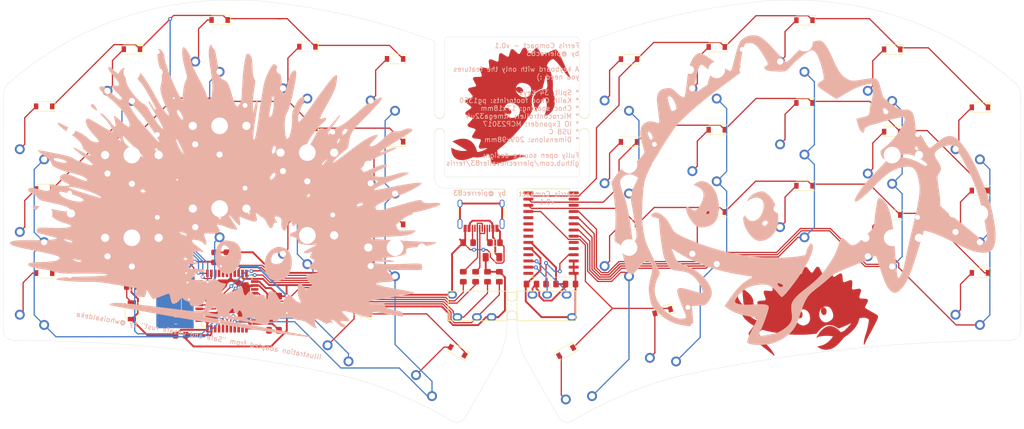
<source format=kicad_pcb>
(kicad_pcb (version 20171130) (host pcbnew 5.1.6)
  (layers (0 F.Cu signal) (31 B.Cu signal) (34 B.Paste user) (35 F.Paste user) (36 B.SilkS user) (37 F.SilkS user) (38 B.Mask user) (39 F.Mask user) (44 Edge.Cuts user))
  (net 0 "")
  (net 1 +5V)
  (net 2 "Net-(C1-Pad1)")
  (net 3 VCC)
  (net 4 "Net-(C8-Pad1)")
  (net 5 /col4)
  (net 6 "Net-(J1-PadA5)")
  (net 7 "Net-(J1-PadA7)")
  (net 8 "Net-(J1-PadA6)")
  (net 9 "Net-(J1-PadB5)")
  (net 10 "Net-(Jack0-PadR1)")
  (net 11 "Net-(Jack0-PadT)")
  (net 12 "Net-(Jack1-PadR1)")
  (net 13 "Net-(Jack1-PadT)")
  (net 14 /col0)
  (net 15 /col8)
  (net 16 /col5)
  (net 17 /col2)
  (net 18 /col1)
  (net 19 /col3)
  (net 20 /col6)
  (net 21 /col7)
  (net 22 "Net-(R1-Pad1)")
  (net 23 "Net-(R2-Pad2)")
  (net 24 /col9)
  (net 25 /row0,0)
  (net 26 /row1,0)
  (net 27 /row1,1)
  (net 28 /row0,1)
  (net 29 /row0,2)
  (net 30 /row0,3)
  (net 31 /row1,3)
  (net 32 /row1,2)
  (net 33 VDD)
  (net 34 VSS)
  (net 35 "Net-(D0_0-Pad2)")
  (net 36 "Net-(D0_1-Pad2)")
  (net 37 "Net-(D0_2-Pad2)")
  (net 38 "Net-(D0_3-Pad2)")
  (net 39 "Net-(D0_5-Pad2)")
  (net 40 "Net-(D0_6-Pad2)")
  (net 41 "Net-(D0_7-Pad2)")
  (net 42 "Net-(D0_8-Pad2)")
  (net 43 "Net-(D0_9-Pad2)")
  (net 44 "Net-(D1_0-Pad2)")
  (net 45 "Net-(D1_1-Pad2)")
  (net 46 "Net-(D1_2-Pad2)")
  (net 47 "Net-(D1_3-Pad2)")
  (net 48 "Net-(D1_4-Pad2)")
  (net 49 "Net-(D1_5-Pad2)")
  (net 50 "Net-(D1_6-Pad2)")
  (net 51 "Net-(D1_7-Pad2)")
  (net 52 "Net-(D1_8-Pad2)")
  (net 53 "Net-(D1_9-Pad2)")
  (net 54 "Net-(D2_0-Pad2)")
  (net 55 "Net-(D2_1-Pad2)")
  (net 56 "Net-(D2_2-Pad2)")
  (net 57 "Net-(D2_3-Pad2)")
  (net 58 "Net-(D2_4-Pad2)")
  (net 59 "Net-(D2_5-Pad2)")
  (net 60 "Net-(D2_6-Pad2)")
  (net 61 "Net-(D2_7-Pad2)")
  (net 62 "Net-(D2_8-Pad2)")
  (net 63 "Net-(D2_9-Pad2)")
  (net 64 "Net-(D3_3-Pad2)")
  (net 65 "Net-(D3_4-Pad2)")
  (net 66 "Net-(D3_5-Pad2)")
  (net 67 "Net-(D3_6-Pad2)")
  (net 68 "Net-(D0_4-Pad2)")
  (net 69 "Net-(C2-Pad2)")
  (net 70 /D-)
  (net 71 /D+)
  (net 72 "Net-(R9-Pad1)")
  (net 73 GND)
  (net 74 "Net-(J1-PadS1)")
  (module switches:Choc_PG1350_Choc_Spacing (layer F.Cu) (at 150.13 81.7 15)
    (fp_text reference K3_6 hide)
    (fp_text value KEYSW hide)
    (pad "" np_thru_hole circle (at 0 0 15) (size 3.429 3.429) (drill 3.429) (layers *.Cu *.Mask))
    (pad 2 thru_hole circle (at -5 3.8 15) (size 2.032 2.032) (drill 1.27) (layers *.Cu *.Mask) (net 67 "Net-(D3_6-Pad2)"))
    (pad 1 thru_hole circle (at 0 5.9 15) (size 2.032 2.032) (drill 1.27) (layers *.Cu *.Mask) (net 20 /col6))
    (pad "" np_thru_hole circle (at 5.22 -4.2 15) (size 0.9906 0.9906) (drill 0.9906) (layers *.Cu *.Mask))
    (pad "" np_thru_hole circle (at 5.5 0 15) (size 1.7018 1.7018) (drill 1.7018) (layers *.Cu *.Mask))
    (pad "" np_thru_hole circle (at -5.5 0 15) (size 1.7018 1.7018) (drill 1.7018) (layers *.Cu *.Mask))
  )
  (module switches:Choc_PG1350_Choc_Spacing (layer F.Cu) (at 131.47 89.41 30)
    (fp_text reference K3_5 hide)
    (fp_text value KEYSW hide)
    (pad "" np_thru_hole circle (at 0 0 30) (size 3.429 3.429) (drill 3.429) (layers *.Cu *.Mask))
    (pad 2 thru_hole circle (at -5 3.8 30) (size 2.032 2.032) (drill 1.27) (layers *.Cu *.Mask) (net 66 "Net-(D3_5-Pad2)"))
    (pad 1 thru_hole circle (at 0 5.9 30) (size 2.032 2.032) (drill 1.27) (layers *.Cu *.Mask) (net 16 /col5))
    (pad "" np_thru_hole circle (at 5.22 -4.2 30) (size 0.9906 0.9906) (drill 0.9906) (layers *.Cu *.Mask))
    (pad "" np_thru_hole circle (at 5.5 0 30) (size 1.7018 1.7018) (drill 1.7018) (layers *.Cu *.Mask))
    (pad "" np_thru_hole circle (at -5.5 0 30) (size 1.7018 1.7018) (drill 1.7018) (layers *.Cu *.Mask))
  )
  (module switches:Choc_PG1350_Choc_Spacing (layer F.Cu) (at 104.53 89.41 330)
    (fp_text reference K3_4 hide)
    (fp_text value KEYSW hide)
    (pad "" np_thru_hole circle (at 0 0 330) (size 3.429 3.429) (drill 3.429) (layers *.Cu *.Mask))
    (pad 2 thru_hole circle (at -5 3.8 330) (size 2.032 2.032) (drill 1.27) (layers *.Cu *.Mask) (net 65 "Net-(D3_4-Pad2)"))
    (pad 1 thru_hole circle (at 0 5.9 330) (size 2.032 2.032) (drill 1.27) (layers *.Cu *.Mask) (net 5 /col4))
    (pad "" np_thru_hole circle (at 5.22 -4.2 330) (size 0.9906 0.9906) (drill 0.9906) (layers *.Cu *.Mask))
    (pad "" np_thru_hole circle (at 5.5 0 330) (size 1.7018 1.7018) (drill 1.7018) (layers *.Cu *.Mask))
    (pad "" np_thru_hole circle (at -5.5 0 330) (size 1.7018 1.7018) (drill 1.7018) (layers *.Cu *.Mask))
  )
  (module switches:Choc_PG1350_Choc_Spacing (layer F.Cu) (at 85.97 81.7 345)
    (fp_text reference K3_3 hide)
    (fp_text value KEYSW hide)
    (pad "" np_thru_hole circle (at 0 0 345) (size 3.429 3.429) (drill 3.429) (layers *.Cu *.Mask))
    (pad 2 thru_hole circle (at -5 3.8 345) (size 2.032 2.032) (drill 1.27) (layers *.Cu *.Mask) (net 64 "Net-(D3_3-Pad2)"))
    (pad 1 thru_hole circle (at 0 5.9 345) (size 2.032 2.032) (drill 1.27) (layers *.Cu *.Mask) (net 19 /col3))
    (pad "" np_thru_hole circle (at 5.22 -4.2 345) (size 0.9906 0.9906) (drill 0.9906) (layers *.Cu *.Mask))
    (pad "" np_thru_hole circle (at 5.5 0 345) (size 1.7018 1.7018) (drill 1.7018) (layers *.Cu *.Mask))
    (pad "" np_thru_hole circle (at -5.5 0 345) (size 1.7018 1.7018) (drill 1.7018) (layers *.Cu *.Mask))
  )
  (module switches:Choc_PG1350_Choc_Spacing (layer F.Cu) (at 214 74)
    (fp_text reference K2_9 hide)
    (fp_text value KEYSW hide)
    (pad "" np_thru_hole circle (at 0 0) (size 3.429 3.429) (drill 3.429) (layers *.Cu *.Mask))
    (pad 2 thru_hole circle (at -5 3.8) (size 2.032 2.032) (drill 1.27) (layers *.Cu *.Mask) (net 63 "Net-(D2_9-Pad2)"))
    (pad 1 thru_hole circle (at 0 5.9) (size 2.032 2.032) (drill 1.27) (layers *.Cu *.Mask) (net 24 /col9))
    (pad "" np_thru_hole circle (at 5.22 -4.2) (size 0.9906 0.9906) (drill 0.9906) (layers *.Cu *.Mask))
    (pad "" np_thru_hole circle (at 5.5 0) (size 1.7018 1.7018) (drill 1.7018) (layers *.Cu *.Mask))
    (pad "" np_thru_hole circle (at -5.5 0) (size 1.7018 1.7018) (drill 1.7018) (layers *.Cu *.Mask))
  )
  (module switches:Choc_PG1350_Choc_Spacing (layer F.Cu) (at 196 62)
    (fp_text reference K2_8 hide)
    (fp_text value KEYSW hide)
    (pad "" np_thru_hole circle (at 0 0) (size 3.429 3.429) (drill 3.429) (layers *.Cu *.Mask))
    (pad 2 thru_hole circle (at -5 3.8) (size 2.032 2.032) (drill 1.27) (layers *.Cu *.Mask) (net 62 "Net-(D2_8-Pad2)"))
    (pad 1 thru_hole circle (at 0 5.9) (size 2.032 2.032) (drill 1.27) (layers *.Cu *.Mask) (net 15 /col8))
    (pad "" np_thru_hole circle (at 5.22 -4.2) (size 0.9906 0.9906) (drill 0.9906) (layers *.Cu *.Mask))
    (pad "" np_thru_hole circle (at 5.5 0) (size 1.7018 1.7018) (drill 1.7018) (layers *.Cu *.Mask))
    (pad "" np_thru_hole circle (at -5.5 0) (size 1.7018 1.7018) (drill 1.7018) (layers *.Cu *.Mask))
  )
  (module switches:Choc_PG1350_Choc_Spacing (layer F.Cu) (at 178 56)
    (fp_text reference K2_7 hide)
    (fp_text value KEYSW hide)
    (pad "" np_thru_hole circle (at 0 0) (size 3.429 3.429) (drill 3.429) (layers *.Cu *.Mask))
    (pad 2 thru_hole circle (at -5 3.8) (size 2.032 2.032) (drill 1.27) (layers *.Cu *.Mask) (net 61 "Net-(D2_7-Pad2)"))
    (pad 1 thru_hole circle (at 0 5.9) (size 2.032 2.032) (drill 1.27) (layers *.Cu *.Mask) (net 21 /col7))
    (pad "" np_thru_hole circle (at 5.22 -4.2) (size 0.9906 0.9906) (drill 0.9906) (layers *.Cu *.Mask))
    (pad "" np_thru_hole circle (at 5.5 0) (size 1.7018 1.7018) (drill 1.7018) (layers *.Cu *.Mask))
    (pad "" np_thru_hole circle (at -5.5 0) (size 1.7018 1.7018) (drill 1.7018) (layers *.Cu *.Mask))
  )
  (module switches:Choc_PG1350_Choc_Spacing (layer F.Cu) (at 160 61.5)
    (fp_text reference K2_6 hide)
    (fp_text value KEYSW hide)
    (pad "" np_thru_hole circle (at 0 0) (size 3.429 3.429) (drill 3.429) (layers *.Cu *.Mask))
    (pad 2 thru_hole circle (at -5 3.8) (size 2.032 2.032) (drill 1.27) (layers *.Cu *.Mask) (net 60 "Net-(D2_6-Pad2)"))
    (pad 1 thru_hole circle (at 0 5.9) (size 2.032 2.032) (drill 1.27) (layers *.Cu *.Mask) (net 20 /col6))
    (pad "" np_thru_hole circle (at 5.22 -4.2) (size 0.9906 0.9906) (drill 0.9906) (layers *.Cu *.Mask))
    (pad "" np_thru_hole circle (at 5.5 0) (size 1.7018 1.7018) (drill 1.7018) (layers *.Cu *.Mask))
    (pad "" np_thru_hole circle (at -5.5 0) (size 1.7018 1.7018) (drill 1.7018) (layers *.Cu *.Mask))
  )
  (module switches:Choc_PG1350_Choc_Spacing (layer F.Cu) (at 142 64)
    (fp_text reference K2_5 hide)
    (fp_text value KEYSW hide)
    (pad "" np_thru_hole circle (at 0 0) (size 3.429 3.429) (drill 3.429) (layers *.Cu *.Mask))
    (pad 2 thru_hole circle (at -5 3.8) (size 2.032 2.032) (drill 1.27) (layers *.Cu *.Mask) (net 59 "Net-(D2_5-Pad2)"))
    (pad 1 thru_hole circle (at 0 5.9) (size 2.032 2.032) (drill 1.27) (layers *.Cu *.Mask) (net 16 /col5))
    (pad "" np_thru_hole circle (at 5.22 -4.2) (size 0.9906 0.9906) (drill 0.9906) (layers *.Cu *.Mask))
    (pad "" np_thru_hole circle (at 5.5 0) (size 1.7018 1.7018) (drill 1.7018) (layers *.Cu *.Mask))
    (pad "" np_thru_hole circle (at -5.5 0) (size 1.7018 1.7018) (drill 1.7018) (layers *.Cu *.Mask))
  )
  (module switches:Choc_PG1350_Choc_Spacing (layer F.Cu) (at 94 64)
    (fp_text reference K2_4 hide)
    (fp_text value KEYSW hide)
    (pad "" np_thru_hole circle (at 0 0) (size 3.429 3.429) (drill 3.429) (layers *.Cu *.Mask))
    (pad 2 thru_hole circle (at -5 3.8) (size 2.032 2.032) (drill 1.27) (layers *.Cu *.Mask) (net 58 "Net-(D2_4-Pad2)"))
    (pad 1 thru_hole circle (at 0 5.9) (size 2.032 2.032) (drill 1.27) (layers *.Cu *.Mask) (net 5 /col4))
    (pad "" np_thru_hole circle (at 5.22 -4.2) (size 0.9906 0.9906) (drill 0.9906) (layers *.Cu *.Mask))
    (pad "" np_thru_hole circle (at 5.5 0) (size 1.7018 1.7018) (drill 1.7018) (layers *.Cu *.Mask))
    (pad "" np_thru_hole circle (at -5.5 0) (size 1.7018 1.7018) (drill 1.7018) (layers *.Cu *.Mask))
  )
  (module switches:Choc_PG1350_Choc_Spacing (layer F.Cu) (at 76 61.5)
    (fp_text reference K2_3 hide)
    (fp_text value KEYSW hide)
    (pad "" np_thru_hole circle (at 0 0) (size 3.429 3.429) (drill 3.429) (layers *.Cu *.Mask))
    (pad 2 thru_hole circle (at -5 3.8) (size 2.032 2.032) (drill 1.27) (layers *.Cu *.Mask) (net 57 "Net-(D2_3-Pad2)"))
    (pad 1 thru_hole circle (at 0 5.9) (size 2.032 2.032) (drill 1.27) (layers *.Cu *.Mask) (net 19 /col3))
    (pad "" np_thru_hole circle (at 5.22 -4.2) (size 0.9906 0.9906) (drill 0.9906) (layers *.Cu *.Mask))
    (pad "" np_thru_hole circle (at 5.5 0) (size 1.7018 1.7018) (drill 1.7018) (layers *.Cu *.Mask))
    (pad "" np_thru_hole circle (at -5.5 0) (size 1.7018 1.7018) (drill 1.7018) (layers *.Cu *.Mask))
  )
  (module switches:Choc_PG1350_Choc_Spacing (layer F.Cu) (at 58 56)
    (fp_text reference K2_2 hide)
    (fp_text value KEYSW hide)
    (pad "" np_thru_hole circle (at 0 0) (size 3.429 3.429) (drill 3.429) (layers *.Cu *.Mask))
    (pad 2 thru_hole circle (at -5 3.8) (size 2.032 2.032) (drill 1.27) (layers *.Cu *.Mask) (net 56 "Net-(D2_2-Pad2)"))
    (pad 1 thru_hole circle (at 0 5.9) (size 2.032 2.032) (drill 1.27) (layers *.Cu *.Mask) (net 17 /col2))
    (pad "" np_thru_hole circle (at 5.22 -4.2) (size 0.9906 0.9906) (drill 0.9906) (layers *.Cu *.Mask))
    (pad "" np_thru_hole circle (at 5.5 0) (size 1.7018 1.7018) (drill 1.7018) (layers *.Cu *.Mask))
    (pad "" np_thru_hole circle (at -5.5 0) (size 1.7018 1.7018) (drill 1.7018) (layers *.Cu *.Mask))
  )
  (module switches:Choc_PG1350_Choc_Spacing (layer F.Cu) (at 40 62)
    (fp_text reference K2_1 hide)
    (fp_text value KEYSW hide)
    (pad "" np_thru_hole circle (at 0 0) (size 3.429 3.429) (drill 3.429) (layers *.Cu *.Mask))
    (pad 2 thru_hole circle (at -5 3.8) (size 2.032 2.032) (drill 1.27) (layers *.Cu *.Mask) (net 55 "Net-(D2_1-Pad2)"))
    (pad 1 thru_hole circle (at 0 5.9) (size 2.032 2.032) (drill 1.27) (layers *.Cu *.Mask) (net 18 /col1))
    (pad "" np_thru_hole circle (at 5.22 -4.2) (size 0.9906 0.9906) (drill 0.9906) (layers *.Cu *.Mask))
    (pad "" np_thru_hole circle (at 5.5 0) (size 1.7018 1.7018) (drill 1.7018) (layers *.Cu *.Mask))
    (pad "" np_thru_hole circle (at -5.5 0) (size 1.7018 1.7018) (drill 1.7018) (layers *.Cu *.Mask))
  )
  (module switches:Choc_PG1350_Choc_Spacing (layer F.Cu) (at 22 74)
    (fp_text reference K2_0 hide)
    (fp_text value KEYSW hide)
    (pad "" np_thru_hole circle (at 0 0) (size 3.429 3.429) (drill 3.429) (layers *.Cu *.Mask))
    (pad 2 thru_hole circle (at -5 3.8) (size 2.032 2.032) (drill 1.27) (layers *.Cu *.Mask) (net 54 "Net-(D2_0-Pad2)"))
    (pad 1 thru_hole circle (at 0 5.9) (size 2.032 2.032) (drill 1.27) (layers *.Cu *.Mask) (net 14 /col0))
    (pad "" np_thru_hole circle (at 5.22 -4.2) (size 0.9906 0.9906) (drill 0.9906) (layers *.Cu *.Mask))
    (pad "" np_thru_hole circle (at 5.5 0) (size 1.7018 1.7018) (drill 1.7018) (layers *.Cu *.Mask))
    (pad "" np_thru_hole circle (at -5.5 0) (size 1.7018 1.7018) (drill 1.7018) (layers *.Cu *.Mask))
  )
  (module switches:Choc_PG1350_Choc_Spacing (layer F.Cu) (at 214 57)
    (fp_text reference K1_9 hide)
    (fp_text value KEYSW hide)
    (pad "" np_thru_hole circle (at 0 0) (size 3.429 3.429) (drill 3.429) (layers *.Cu *.Mask))
    (pad 2 thru_hole circle (at -5 3.8) (size 2.032 2.032) (drill 1.27) (layers *.Cu *.Mask) (net 53 "Net-(D1_9-Pad2)"))
    (pad 1 thru_hole circle (at 0 5.9) (size 2.032 2.032) (drill 1.27) (layers *.Cu *.Mask) (net 24 /col9))
    (pad "" np_thru_hole circle (at 5.22 -4.2) (size 0.9906 0.9906) (drill 0.9906) (layers *.Cu *.Mask))
    (pad "" np_thru_hole circle (at 5.5 0) (size 1.7018 1.7018) (drill 1.7018) (layers *.Cu *.Mask))
    (pad "" np_thru_hole circle (at -5.5 0) (size 1.7018 1.7018) (drill 1.7018) (layers *.Cu *.Mask))
  )
  (module switches:Choc_PG1350_Choc_Spacing (layer F.Cu) (at 196 45)
    (fp_text reference K1_8 hide)
    (fp_text value KEYSW hide)
    (pad "" np_thru_hole circle (at 0 0) (size 3.429 3.429) (drill 3.429) (layers *.Cu *.Mask))
    (pad 2 thru_hole circle (at -5 3.8) (size 2.032 2.032) (drill 1.27) (layers *.Cu *.Mask) (net 52 "Net-(D1_8-Pad2)"))
    (pad 1 thru_hole circle (at 0 5.9) (size 2.032 2.032) (drill 1.27) (layers *.Cu *.Mask) (net 15 /col8))
    (pad "" np_thru_hole circle (at 5.22 -4.2) (size 0.9906 0.9906) (drill 0.9906) (layers *.Cu *.Mask))
    (pad "" np_thru_hole circle (at 5.5 0) (size 1.7018 1.7018) (drill 1.7018) (layers *.Cu *.Mask))
    (pad "" np_thru_hole circle (at -5.5 0) (size 1.7018 1.7018) (drill 1.7018) (layers *.Cu *.Mask))
  )
  (module switches:Choc_PG1350_Choc_Spacing (layer F.Cu) (at 178 39)
    (fp_text reference K1_7 hide)
    (fp_text value KEYSW hide)
    (pad "" np_thru_hole circle (at 0 0) (size 3.429 3.429) (drill 3.429) (layers *.Cu *.Mask))
    (pad 2 thru_hole circle (at -5 3.8) (size 2.032 2.032) (drill 1.27) (layers *.Cu *.Mask) (net 51 "Net-(D1_7-Pad2)"))
    (pad 1 thru_hole circle (at 0 5.9) (size 2.032 2.032) (drill 1.27) (layers *.Cu *.Mask) (net 21 /col7))
    (pad "" np_thru_hole circle (at 5.22 -4.2) (size 0.9906 0.9906) (drill 0.9906) (layers *.Cu *.Mask))
    (pad "" np_thru_hole circle (at 5.5 0) (size 1.7018 1.7018) (drill 1.7018) (layers *.Cu *.Mask))
    (pad "" np_thru_hole circle (at -5.5 0) (size 1.7018 1.7018) (drill 1.7018) (layers *.Cu *.Mask))
  )
  (module switches:Choc_PG1350_Choc_Spacing (layer F.Cu) (at 160 44.5)
    (fp_text reference K1_6 hide)
    (fp_text value KEYSW hide)
    (pad "" np_thru_hole circle (at 0 0) (size 3.429 3.429) (drill 3.429) (layers *.Cu *.Mask))
    (pad 2 thru_hole circle (at -5 3.8) (size 2.032 2.032) (drill 1.27) (layers *.Cu *.Mask) (net 50 "Net-(D1_6-Pad2)"))
    (pad 1 thru_hole circle (at 0 5.9) (size 2.032 2.032) (drill 1.27) (layers *.Cu *.Mask) (net 20 /col6))
    (pad "" np_thru_hole circle (at 5.22 -4.2) (size 0.9906 0.9906) (drill 0.9906) (layers *.Cu *.Mask))
    (pad "" np_thru_hole circle (at 5.5 0) (size 1.7018 1.7018) (drill 1.7018) (layers *.Cu *.Mask))
    (pad "" np_thru_hole circle (at -5.5 0) (size 1.7018 1.7018) (drill 1.7018) (layers *.Cu *.Mask))
  )
  (module switches:Choc_PG1350_Choc_Spacing (layer F.Cu) (at 142 47)
    (fp_text reference K1_5 hide)
    (fp_text value KEYSW hide)
    (pad "" np_thru_hole circle (at 0 0) (size 3.429 3.429) (drill 3.429) (layers *.Cu *.Mask))
    (pad 2 thru_hole circle (at -5 3.8) (size 2.032 2.032) (drill 1.27) (layers *.Cu *.Mask) (net 49 "Net-(D1_5-Pad2)"))
    (pad 1 thru_hole circle (at 0 5.9) (size 2.032 2.032) (drill 1.27) (layers *.Cu *.Mask) (net 16 /col5))
    (pad "" np_thru_hole circle (at 5.22 -4.2) (size 0.9906 0.9906) (drill 0.9906) (layers *.Cu *.Mask))
    (pad "" np_thru_hole circle (at 5.5 0) (size 1.7018 1.7018) (drill 1.7018) (layers *.Cu *.Mask))
    (pad "" np_thru_hole circle (at -5.5 0) (size 1.7018 1.7018) (drill 1.7018) (layers *.Cu *.Mask))
  )
  (module switches:Choc_PG1350_Choc_Spacing (layer F.Cu) (at 94 47)
    (fp_text reference K1_4 hide)
    (fp_text value KEYSW hide)
    (pad "" np_thru_hole circle (at 0 0) (size 3.429 3.429) (drill 3.429) (layers *.Cu *.Mask))
    (pad 2 thru_hole circle (at -5 3.8) (size 2.032 2.032) (drill 1.27) (layers *.Cu *.Mask) (net 48 "Net-(D1_4-Pad2)"))
    (pad 1 thru_hole circle (at 0 5.9) (size 2.032 2.032) (drill 1.27) (layers *.Cu *.Mask) (net 5 /col4))
    (pad "" np_thru_hole circle (at 5.22 -4.2) (size 0.9906 0.9906) (drill 0.9906) (layers *.Cu *.Mask))
    (pad "" np_thru_hole circle (at 5.5 0) (size 1.7018 1.7018) (drill 1.7018) (layers *.Cu *.Mask))
    (pad "" np_thru_hole circle (at -5.5 0) (size 1.7018 1.7018) (drill 1.7018) (layers *.Cu *.Mask))
  )
  (module switches:Choc_PG1350_Choc_Spacing (layer F.Cu) (at 76 44.5)
    (fp_text reference K1_3 hide)
    (fp_text value KEYSW hide)
    (pad "" np_thru_hole circle (at 0 0) (size 3.429 3.429) (drill 3.429) (layers *.Cu *.Mask))
    (pad 2 thru_hole circle (at -5 3.8) (size 2.032 2.032) (drill 1.27) (layers *.Cu *.Mask) (net 47 "Net-(D1_3-Pad2)"))
    (pad 1 thru_hole circle (at 0 5.9) (size 2.032 2.032) (drill 1.27) (layers *.Cu *.Mask) (net 19 /col3))
    (pad "" np_thru_hole circle (at 5.22 -4.2) (size 0.9906 0.9906) (drill 0.9906) (layers *.Cu *.Mask))
    (pad "" np_thru_hole circle (at 5.5 0) (size 1.7018 1.7018) (drill 1.7018) (layers *.Cu *.Mask))
    (pad "" np_thru_hole circle (at -5.5 0) (size 1.7018 1.7018) (drill 1.7018) (layers *.Cu *.Mask))
  )
  (module switches:Choc_PG1350_Choc_Spacing (layer F.Cu) (at 58 39)
    (fp_text reference K1_2 hide)
    (fp_text value KEYSW hide)
    (pad "" np_thru_hole circle (at 0 0) (size 3.429 3.429) (drill 3.429) (layers *.Cu *.Mask))
    (pad 2 thru_hole circle (at -5 3.8) (size 2.032 2.032) (drill 1.27) (layers *.Cu *.Mask) (net 46 "Net-(D1_2-Pad2)"))
    (pad 1 thru_hole circle (at 0 5.9) (size 2.032 2.032) (drill 1.27) (layers *.Cu *.Mask) (net 17 /col2))
    (pad "" np_thru_hole circle (at 5.22 -4.2) (size 0.9906 0.9906) (drill 0.9906) (layers *.Cu *.Mask))
    (pad "" np_thru_hole circle (at 5.5 0) (size 1.7018 1.7018) (drill 1.7018) (layers *.Cu *.Mask))
    (pad "" np_thru_hole circle (at -5.5 0) (size 1.7018 1.7018) (drill 1.7018) (layers *.Cu *.Mask))
  )
  (module switches:Choc_PG1350_Choc_Spacing (layer F.Cu) (at 40 45)
    (fp_text reference K1_1 hide)
    (fp_text value KEYSW hide)
    (pad "" np_thru_hole circle (at 0 0) (size 3.429 3.429) (drill 3.429) (layers *.Cu *.Mask))
    (pad 2 thru_hole circle (at -5 3.8) (size 2.032 2.032) (drill 1.27) (layers *.Cu *.Mask) (net 45 "Net-(D1_1-Pad2)"))
    (pad 1 thru_hole circle (at 0 5.9) (size 2.032 2.032) (drill 1.27) (layers *.Cu *.Mask) (net 18 /col1))
    (pad "" np_thru_hole circle (at 5.22 -4.2) (size 0.9906 0.9906) (drill 0.9906) (layers *.Cu *.Mask))
    (pad "" np_thru_hole circle (at 5.5 0) (size 1.7018 1.7018) (drill 1.7018) (layers *.Cu *.Mask))
    (pad "" np_thru_hole circle (at -5.5 0) (size 1.7018 1.7018) (drill 1.7018) (layers *.Cu *.Mask))
  )
  (module switches:Choc_PG1350_Choc_Spacing (layer F.Cu) (at 22 57)
    (fp_text reference K1_0 hide)
    (fp_text value KEYSW hide)
    (pad "" np_thru_hole circle (at 0 0) (size 3.429 3.429) (drill 3.429) (layers *.Cu *.Mask))
    (pad 2 thru_hole circle (at -5 3.8) (size 2.032 2.032) (drill 1.27) (layers *.Cu *.Mask) (net 44 "Net-(D1_0-Pad2)"))
    (pad 1 thru_hole circle (at 0 5.9) (size 2.032 2.032) (drill 1.27) (layers *.Cu *.Mask) (net 14 /col0))
    (pad "" np_thru_hole circle (at 5.22 -4.2) (size 0.9906 0.9906) (drill 0.9906) (layers *.Cu *.Mask))
    (pad "" np_thru_hole circle (at 5.5 0) (size 1.7018 1.7018) (drill 1.7018) (layers *.Cu *.Mask))
    (pad "" np_thru_hole circle (at -5.5 0) (size 1.7018 1.7018) (drill 1.7018) (layers *.Cu *.Mask))
  )
  (module switches:Choc_PG1350_Choc_Spacing (layer F.Cu) (at 214 40)
    (fp_text reference K0_9 hide)
    (fp_text value KEYSW hide)
    (pad "" np_thru_hole circle (at 0 0) (size 3.429 3.429) (drill 3.429) (layers *.Cu *.Mask))
    (pad 2 thru_hole circle (at -5 3.8) (size 2.032 2.032) (drill 1.27) (layers *.Cu *.Mask) (net 43 "Net-(D0_9-Pad2)"))
    (pad 1 thru_hole circle (at 0 5.9) (size 2.032 2.032) (drill 1.27) (layers *.Cu *.Mask) (net 24 /col9))
    (pad "" np_thru_hole circle (at 5.22 -4.2) (size 0.9906 0.9906) (drill 0.9906) (layers *.Cu *.Mask))
    (pad "" np_thru_hole circle (at 5.5 0) (size 1.7018 1.7018) (drill 1.7018) (layers *.Cu *.Mask))
    (pad "" np_thru_hole circle (at -5.5 0) (size 1.7018 1.7018) (drill 1.7018) (layers *.Cu *.Mask))
  )
  (module switches:Choc_PG1350_Choc_Spacing (layer F.Cu) (at 196 28)
    (fp_text reference K0_8 hide)
    (fp_text value KEYSW hide)
    (pad "" np_thru_hole circle (at 0 0) (size 3.429 3.429) (drill 3.429) (layers *.Cu *.Mask))
    (pad 2 thru_hole circle (at -5 3.8) (size 2.032 2.032) (drill 1.27) (layers *.Cu *.Mask) (net 42 "Net-(D0_8-Pad2)"))
    (pad 1 thru_hole circle (at 0 5.9) (size 2.032 2.032) (drill 1.27) (layers *.Cu *.Mask) (net 15 /col8))
    (pad "" np_thru_hole circle (at 5.22 -4.2) (size 0.9906 0.9906) (drill 0.9906) (layers *.Cu *.Mask))
    (pad "" np_thru_hole circle (at 5.5 0) (size 1.7018 1.7018) (drill 1.7018) (layers *.Cu *.Mask))
    (pad "" np_thru_hole circle (at -5.5 0) (size 1.7018 1.7018) (drill 1.7018) (layers *.Cu *.Mask))
  )
  (module switches:Choc_PG1350_Choc_Spacing (layer F.Cu) (at 178 22)
    (fp_text reference K0_7 hide)
    (fp_text value KEYSW hide)
    (pad "" np_thru_hole circle (at 0 0) (size 3.429 3.429) (drill 3.429) (layers *.Cu *.Mask))
    (pad 2 thru_hole circle (at -5 3.8) (size 2.032 2.032) (drill 1.27) (layers *.Cu *.Mask) (net 41 "Net-(D0_7-Pad2)"))
    (pad 1 thru_hole circle (at 0 5.9) (size 2.032 2.032) (drill 1.27) (layers *.Cu *.Mask) (net 21 /col7))
    (pad "" np_thru_hole circle (at 5.22 -4.2) (size 0.9906 0.9906) (drill 0.9906) (layers *.Cu *.Mask))
    (pad "" np_thru_hole circle (at 5.5 0) (size 1.7018 1.7018) (drill 1.7018) (layers *.Cu *.Mask))
    (pad "" np_thru_hole circle (at -5.5 0) (size 1.7018 1.7018) (drill 1.7018) (layers *.Cu *.Mask))
  )
  (module switches:Choc_PG1350_Choc_Spacing (layer F.Cu) (at 160 27.5)
    (fp_text reference K0_6 hide)
    (fp_text value KEYSW hide)
    (pad "" np_thru_hole circle (at 0 0) (size 3.429 3.429) (drill 3.429) (layers *.Cu *.Mask))
    (pad 2 thru_hole circle (at -5 3.8) (size 2.032 2.032) (drill 1.27) (layers *.Cu *.Mask) (net 40 "Net-(D0_6-Pad2)"))
    (pad 1 thru_hole circle (at 0 5.9) (size 2.032 2.032) (drill 1.27) (layers *.Cu *.Mask) (net 20 /col6))
    (pad "" np_thru_hole circle (at 5.22 -4.2) (size 0.9906 0.9906) (drill 0.9906) (layers *.Cu *.Mask))
    (pad "" np_thru_hole circle (at 5.5 0) (size 1.7018 1.7018) (drill 1.7018) (layers *.Cu *.Mask))
    (pad "" np_thru_hole circle (at -5.5 0) (size 1.7018 1.7018) (drill 1.7018) (layers *.Cu *.Mask))
  )
  (module switches:Choc_PG1350_Choc_Spacing (layer F.Cu) (at 142 30)
    (fp_text reference K0_5 hide)
    (fp_text value KEYSW hide)
    (pad "" np_thru_hole circle (at 0 0) (size 3.429 3.429) (drill 3.429) (layers *.Cu *.Mask))
    (pad 2 thru_hole circle (at -5 3.8) (size 2.032 2.032) (drill 1.27) (layers *.Cu *.Mask) (net 39 "Net-(D0_5-Pad2)"))
    (pad 1 thru_hole circle (at 0 5.9) (size 2.032 2.032) (drill 1.27) (layers *.Cu *.Mask) (net 16 /col5))
    (pad "" np_thru_hole circle (at 5.22 -4.2) (size 0.9906 0.9906) (drill 0.9906) (layers *.Cu *.Mask))
    (pad "" np_thru_hole circle (at 5.5 0) (size 1.7018 1.7018) (drill 1.7018) (layers *.Cu *.Mask))
    (pad "" np_thru_hole circle (at -5.5 0) (size 1.7018 1.7018) (drill 1.7018) (layers *.Cu *.Mask))
  )
  (module switches:Choc_PG1350_Choc_Spacing (layer F.Cu) (at 94 30)
    (fp_text reference K0_4 hide)
    (fp_text value KEYSW hide)
    (pad "" np_thru_hole circle (at 0 0) (size 3.429 3.429) (drill 3.429) (layers *.Cu *.Mask))
    (pad 2 thru_hole circle (at -5 3.8) (size 2.032 2.032) (drill 1.27) (layers *.Cu *.Mask) (net 68 "Net-(D0_4-Pad2)"))
    (pad 1 thru_hole circle (at 0 5.9) (size 2.032 2.032) (drill 1.27) (layers *.Cu *.Mask) (net 5 /col4))
    (pad "" np_thru_hole circle (at 5.22 -4.2) (size 0.9906 0.9906) (drill 0.9906) (layers *.Cu *.Mask))
    (pad "" np_thru_hole circle (at 5.5 0) (size 1.7018 1.7018) (drill 1.7018) (layers *.Cu *.Mask))
    (pad "" np_thru_hole circle (at -5.5 0) (size 1.7018 1.7018) (drill 1.7018) (layers *.Cu *.Mask))
  )
  (module switches:Choc_PG1350_Choc_Spacing (layer F.Cu) (at 76 27.5)
    (fp_text reference K0_3 hide)
    (fp_text value KEYSW hide)
    (pad "" np_thru_hole circle (at 0 0) (size 3.429 3.429) (drill 3.429) (layers *.Cu *.Mask))
    (pad 2 thru_hole circle (at -5 3.8) (size 2.032 2.032) (drill 1.27) (layers *.Cu *.Mask) (net 38 "Net-(D0_3-Pad2)"))
    (pad 1 thru_hole circle (at 0 5.9) (size 2.032 2.032) (drill 1.27) (layers *.Cu *.Mask) (net 19 /col3))
    (pad "" np_thru_hole circle (at 5.22 -4.2) (size 0.9906 0.9906) (drill 0.9906) (layers *.Cu *.Mask))
    (pad "" np_thru_hole circle (at 5.5 0) (size 1.7018 1.7018) (drill 1.7018) (layers *.Cu *.Mask))
    (pad "" np_thru_hole circle (at -5.5 0) (size 1.7018 1.7018) (drill 1.7018) (layers *.Cu *.Mask))
  )
  (module switches:Choc_PG1350_Choc_Spacing (layer F.Cu) (at 58 22)
    (fp_text reference K0_2 hide)
    (fp_text value KEYSW hide)
    (pad "" np_thru_hole circle (at 0 0) (size 3.429 3.429) (drill 3.429) (layers *.Cu *.Mask))
    (pad 2 thru_hole circle (at -5 3.8) (size 2.032 2.032) (drill 1.27) (layers *.Cu *.Mask) (net 37 "Net-(D0_2-Pad2)"))
    (pad 1 thru_hole circle (at 0 5.9) (size 2.032 2.032) (drill 1.27) (layers *.Cu *.Mask) (net 17 /col2))
    (pad "" np_thru_hole circle (at 5.22 -4.2) (size 0.9906 0.9906) (drill 0.9906) (layers *.Cu *.Mask))
    (pad "" np_thru_hole circle (at 5.5 0) (size 1.7018 1.7018) (drill 1.7018) (layers *.Cu *.Mask))
    (pad "" np_thru_hole circle (at -5.5 0) (size 1.7018 1.7018) (drill 1.7018) (layers *.Cu *.Mask))
  )
  (module switches:Choc_PG1350_Choc_Spacing (layer F.Cu) (at 40 28)
    (fp_text reference K0_1 hide)
    (fp_text value KEYSW hide)
    (pad "" np_thru_hole circle (at 0 0) (size 3.429 3.429) (drill 3.429) (layers *.Cu *.Mask))
    (pad 2 thru_hole circle (at -5 3.8) (size 2.032 2.032) (drill 1.27) (layers *.Cu *.Mask) (net 36 "Net-(D0_1-Pad2)"))
    (pad 1 thru_hole circle (at 0 5.9) (size 2.032 2.032) (drill 1.27) (layers *.Cu *.Mask) (net 18 /col1))
    (pad "" np_thru_hole circle (at 5.22 -4.2) (size 0.9906 0.9906) (drill 0.9906) (layers *.Cu *.Mask))
    (pad "" np_thru_hole circle (at 5.5 0) (size 1.7018 1.7018) (drill 1.7018) (layers *.Cu *.Mask))
    (pad "" np_thru_hole circle (at -5.5 0) (size 1.7018 1.7018) (drill 1.7018) (layers *.Cu *.Mask))
  )
  (module switches:Choc_PG1350_Choc_Spacing (layer F.Cu) (at 22 40)
    (fp_text reference K0_0 hide)
    (fp_text value KEYSW hide)
    (pad "" np_thru_hole circle (at 0 0) (size 3.429 3.429) (drill 3.429) (layers *.Cu *.Mask))
    (pad 2 thru_hole circle (at -5 3.8) (size 2.032 2.032) (drill 1.27) (layers *.Cu *.Mask) (net 35 "Net-(D0_0-Pad2)"))
    (pad 1 thru_hole circle (at 0 5.9) (size 2.032 2.032) (drill 1.27) (layers *.Cu *.Mask) (net 14 /col0))
    (pad "" np_thru_hole circle (at 5.22 -4.2) (size 0.9906 0.9906) (drill 0.9906) (layers *.Cu *.Mask))
    (pad "" np_thru_hole circle (at 5.5 0) (size 1.7018 1.7018) (drill 1.7018) (layers *.Cu *.Mask))
    (pad "" np_thru_hole circle (at -5.5 0) (size 1.7018 1.7018) (drill 1.7018) (layers *.Cu *.Mask))
  )
  (module Crystal:Crystal_SMD_3225-4Pin_3.2x2.5mm (layer F.Cu) (at 48.5 75 90)
    (fp_text reference Y1 hide)
    (fp_text value Crystal)
    (pad 4 smd rect (at -1.1 -0.85 90) (size 1.4 1.2) (layers F.Cu F.Paste F.Mask) (net 73 GND))
    (pad 3 smd rect (at 1.1 -0.85 90) (size 1.4 1.2) (layers F.Cu F.Paste F.Mask) (net 69 "Net-(C2-Pad2)"))
    (pad 2 smd rect (at 1.1 0.85 90) (size 1.4 1.2) (layers F.Cu F.Paste F.Mask) (net 73 GND))
    (pad 1 smd rect (at -1.1 0.85 90) (size 1.4 1.2) (layers F.Cu F.Paste F.Mask) (net 2 "Net-(C1-Pad1)"))
  )
  (module panelization:mouse-bite-2mm-slot (layer F.Cu) (at 103.15 38.5 90)
    (fp_text reference mouse-bite-2mm-slot hide)
    (fp_text value VAL** hide)
    (pad "" np_thru_hole circle (at 0.75 0.75 90) (size 0.5 0.5) (drill 0.5) (layers *.Cu *.Mask))
    (pad "" np_thru_hole circle (at -0.75 0.75 90) (size 0.5 0.5) (drill 0.5) (layers *.Cu *.Mask))
    (pad "" np_thru_hole circle (at -0.75 -0.75 90) (size 0.5 0.5) (drill 0.5) (layers *.Cu *.Mask))
    (pad "" np_thru_hole circle (at 0.75 -0.75 90) (size 0.5 0.5) (drill 0.5) (layers *.Cu *.Mask))
    (pad "" np_thru_hole circle (at 0 0.75 90) (size 0.5 0.5) (drill 0.5) (layers *.Cu *.Mask))
    (pad "" np_thru_hole circle (at 0 -0.75 90) (size 0.5 0.5) (drill 0.5) (layers *.Cu *.Mask))
  )
  (module panelization:mouse-bite-2mm-slot (layer F.Cu) (at 132.85 38.5 90)
    (fp_text reference mouse-bite-2mm-slot hide)
    (fp_text value VAL** hide)
    (pad "" np_thru_hole circle (at 0.75 0.75 90) (size 0.5 0.5) (drill 0.5) (layers *.Cu *.Mask))
    (pad "" np_thru_hole circle (at -0.75 0.75 90) (size 0.5 0.5) (drill 0.5) (layers *.Cu *.Mask))
    (pad "" np_thru_hole circle (at -0.75 -0.75 90) (size 0.5 0.5) (drill 0.5) (layers *.Cu *.Mask))
    (pad "" np_thru_hole circle (at 0.75 -0.75 90) (size 0.5 0.5) (drill 0.5) (layers *.Cu *.Mask))
    (pad "" np_thru_hole circle (at 0 0.75 90) (size 0.5 0.5) (drill 0.5) (layers *.Cu *.Mask))
    (pad "" np_thru_hole circle (at 0 -0.75 90) (size 0.5 0.5) (drill 0.5) (layers *.Cu *.Mask))
  )
  (module panelization:mouse-bite-2mm-slot (layer F.Cu) (at 118 76.03 90)
    (fp_text reference mouse-bite-2mm-slot hide)
    (fp_text value VAL** hide)
    (pad "" np_thru_hole circle (at 0.75 0.75 90) (size 0.5 0.5) (drill 0.5) (layers *.Cu *.Mask))
    (pad "" np_thru_hole circle (at -0.75 0.75 90) (size 0.5 0.5) (drill 0.5) (layers *.Cu *.Mask))
    (pad "" np_thru_hole circle (at -0.75 -0.75 90) (size 0.5 0.5) (drill 0.5) (layers *.Cu *.Mask))
    (pad "" np_thru_hole circle (at 0.75 -0.75 90) (size 0.5 0.5) (drill 0.5) (layers *.Cu *.Mask))
    (pad "" np_thru_hole circle (at 0 0.75 90) (size 0.5 0.5) (drill 0.5) (layers *.Cu *.Mask))
    (pad "" np_thru_hole circle (at 0 -0.75 90) (size 0.5 0.5) (drill 0.5) (layers *.Cu *.Mask))
  )
  (module silkscreens:unsafe_rust (layer B.Cu) (at 61.9125 54.16625 170)
    (fp_text reference G*** hide)
    (fp_text value LOGO hide)
  )
  (module silkscreens:safe_rust (layer B.Cu) (at 174.23 46.82 190)
    (fp_text reference G*** hide)
    (fp_text value LOGO hide)
  )
  (module copper_pads:ferris_compact (layer F.Cu) (at 178 77 7)
    (fp_text reference G*** hide)
    (fp_text value LOGO hide)
    (fp_poly (pts (xy 1.43179 -8.891174) (xy 1.52649 -8.854463) (xy 1.5367 -8.8476) (xy 1.576338 -8.805301) (xy 1.637891 -8.720853) (xy 1.719543 -8.597024) (xy 1.819479 -8.436584) (xy 1.935884 -8.242299) (xy 1.9558 -8.208455) (xy 2.076306 -8.006016) (xy 2.176368 -7.843936) (xy 2.255246 -7.72334) (xy 2.312197 -7.645356) (xy 2.34648 -7.611113) (xy 2.3495 -7.609852) (xy 2.407628 -7.600318) (xy 2.486946 -7.5952) (xy 2.504689 -7.594947) (xy 2.534174 -7.595246) (xy 2.561005 -7.598739) (xy 2.588932 -7.608999) (xy 2.621704 -7.629603) (xy 2.663068 -7.664124) (xy 2.716775 -7.716137) (xy 2.786573 -7.789216) (xy 2.87621 -7.886937) (xy 2.989435 -8.012873) (xy 3.129998 -8.1706) (xy 3.250187 -8.3058) (xy 3.365587 -8.433856) (xy 3.455747 -8.527747) (xy 3.527936 -8.592345) (xy 3.589425 -8.63252) (xy 3.647484 -8.653143) (xy 3.709384 -8.659082) (xy 3.773004 -8.656014) (xy 3.903847 -8.626961) (xy 4.003226 -8.560895) (xy 4.077881 -8.455493) (xy 4.095921 -8.413467) (xy 4.128044 -8.331068) (xy 4.171436 -8.21583) (xy 4.22328 -8.075287) (xy 4.280762 -7.916973) (xy 4.319928 -7.807793) (xy 4.378948 -7.644472) (xy 4.433813 -7.496418) (xy 4.481829 -7.370598) (xy 4.520304 -7.273982) (xy 4.546546 -7.213538) (xy 4.556109 -7.196568) (xy 4.595964 -7.172699) (xy 4.665792 -7.144894) (xy 4.71087 -7.130649) (xy 4.837041 -7.094462) (xy 5.379304 -7.501331) (xy 5.543009 -7.62384) (xy 5.671969 -7.719138) (xy 5.771882 -7.790754) (xy 5.848445 -7.842217) (xy 5.907358 -7.877057) (xy 5.954316 -7.898804) (xy 5.99502 -7.910985) (xy 6.035166 -7.917132) (xy 6.053233 -7.918763) (xy 6.145597 -7.920372) (xy 6.213979 -7.903374) (xy 6.272426 -7.869827) (xy 6.341409 -7.811238) (xy 6.397372 -7.744453) (xy 6.403695 -7.734214) (xy 6.422201 -7.682557) (xy 6.446076 -7.584332) (xy 6.474555 -7.4434) (xy 6.50687 -7.263622) (xy 6.542257 -7.048857) (xy 6.552124 -6.986111) (xy 6.580033 -6.808024) (xy 6.605534 -6.647313) (xy 6.627562 -6.510535) (xy 6.645051 -6.404246) (xy 6.656934 -6.335004) (xy 6.662146 -6.309366) (xy 6.662156 -6.309356) (xy 6.685112 -6.295015) (xy 6.739042 -6.262793) (xy 6.7945 -6.230105) (xy 6.9215 -6.15562) (xy 7.5311 -6.444534) (xy 7.717057 -6.532286) (xy 7.863513 -6.600186) (xy 7.976649 -6.650605) (xy 8.062644 -6.685915) (xy 8.127678 -6.708488) (xy 8.177931 -6.720696) (xy 8.219582 -6.724911) (xy 8.258104 -6.723565) (xy 8.392403 -6.690354) (xy 8.496439 -6.61693) (xy 8.567787 -6.505068) (xy 8.572454 -6.493354) (xy 8.585015 -6.455825) (xy 8.594276 -6.413482) (xy 8.600371 -6.359717) (xy 8.603434 -6.287922) (xy 8.603598 -6.191486) (xy 8.600996 -6.063802) (xy 8.595761 -5.89826) (xy 8.588472 -5.699925) (xy 8.56248 -5.0165) (xy 8.679646 -4.913096) (xy 8.796813 -4.809692) (xy 9.040256 -4.868744) (xy 9.297134 -4.931013) (xy 9.509385 -4.982251) (xy 9.681746 -5.023425) (xy 9.81895 -5.055502) (xy 9.925736 -5.07945) (xy 10.006838 -5.096236) (xy 10.066992 -5.106825) (xy 10.110935 -5.112187) (xy 10.143402 -5.113287) (xy 10.169129 -5.111093) (xy 10.192852 -5.106572) (xy 10.198611 -5.105285) (xy 10.315591 -5.054507) (xy 10.409346 -4.966587) (xy 10.470578 -4.853238) (xy 10.4902 -4.737943) (xy 10.484664 -4.688519) (xy 10.469106 -4.597557) (xy 10.445092 -4.47298) (xy 10.414194 -4.322708) (xy 10.377981 -4.154664) (xy 10.348471 -4.02259) (xy 10.310154 -3.849031) (xy 10.276964 -3.689661) (xy 10.250277 -3.551847) (xy 10.231467 -3.442952) (xy 10.221907 -3.370344) (xy 10.221779 -3.34356) (xy 10.247523 -3.292353) (xy 10.295009 -3.226236) (xy 10.319057 -3.19797) (xy 10.4013 -3.106639) (xy 11.067528 -3.131417) (xy 11.286203 -3.139166) (xy 11.460308 -3.143748) (xy 11.596021 -3.144279) (xy 11.69952 -3.139878) (xy 11.776983 -3.12966) (xy 11.834589 -3.112743) (xy 11.878516 -3.088244) (xy 11.914942 -3.055279) (xy 11.950046 -3.012967) (xy 11.956658 -3.004346) (xy 12.010388 -2.904422) (xy 12.032242 -2.785818) (xy 12.033678 -2.74309) (xy 12.030249 -2.699671) (xy 12.019705 -2.649217) (xy 11.999797 -2.585385) (xy 11.968274 -2.501832) (xy 11.922888 -2.392212) (xy 11.861387 -2.250184) (xy 11.781523 -2.069401) (xy 11.764911 -2.032) (xy 11.488362 -1.4097) (xy 11.561147 -1.26365) (xy 11.599326 -1.188725) (xy 11.627807 -1.135979) (xy 11.639915 -1.117425) (xy 11.665502 -1.113237) (xy 11.734515 -1.101528) (xy 11.840325 -1.083436) (xy 11.976302 -1.060095) (xy 12.135816 -1.032641) (xy 12.300917 -1.004165) (xy 12.517447 -0.966196) (xy 12.689646 -0.933975) (xy 12.82337 -0.905392) (xy 12.924476 -0.878338) (xy 12.998822 -0.850705) (xy 13.052265 -0.820382) (xy 13.090662 -0.785261) (xy 13.11987 -0.743232) (xy 13.141368 -0.701512) (xy 13.174404 -0.589857) (xy 13.179773 -0.467529) (xy 13.157142 -0.357875) (xy 13.146603 -0.334267) (xy 13.122432 -0.294392) (xy 13.073709 -0.219457) (xy 13.004884 -0.116111) (xy 12.920408 0.008999) (xy 12.824733 0.149226) (xy 12.752903 0.253657) (xy 12.654275 0.397888) (xy 12.566061 0.529422) (xy 12.492196 0.64218) (xy 12.436618 0.730085) (xy 12.403264 0.787058) (xy 12.3952 0.805901) (xy 12.397038 0.838071) (xy 12.404602 0.869832) (xy 12.420965 0.903819) (xy 12.449202 0.942671) (xy 12.492387 0.989024) (xy 12.553592 1.045516) (xy 12.635893 1.114783) (xy 12.742363 1.199464) (xy 12.876075 1.302195) (xy 13.040104 1.425613) (xy 13.237523 1.572355) (xy 13.471407 1.745059) (xy 13.601935 1.841199) (xy 13.827004 2.00762) (xy 14.036911 2.164257) (xy 14.228146 2.308406) (xy 14.397197 2.437358) (xy 14.540552 2.548409) (xy 14.6547 2.638851) (xy 14.736128 2.705979) (xy 14.781325 2.747086) (xy 14.788449 2.755599) (xy 14.814848 2.808945) (xy 14.827518 2.872134) (xy 14.828856 2.961598) (xy 14.826358 3.015525) (xy 14.817332 3.114182) (xy 14.799297 3.199018) (xy 14.766772 3.288086) (xy 14.714274 3.399437) (xy 14.702946 3.421925) (xy 14.656527 3.509156) (xy 14.597554 3.61195) (xy 14.524708 3.732248) (xy 14.43667 3.871991) (xy 14.332118 4.033118) (xy 14.209733 4.21757) (xy 14.068196 4.427287) (xy 13.906186 4.66421) (xy 13.722383 4.930278) (xy 13.515469 5.227433) (xy 13.284121 5.557613) (xy 13.027022 5.92276) (xy 12.742851 6.324814) (xy 12.430287 6.765715) (xy 12.382805 6.8326) (xy 12.255657 7.013335) (xy 12.126582 7.199819) (xy 12.001779 7.382879) (xy 11.887446 7.553341) (xy 11.789783 7.702033) (xy 11.714989 7.819781) (xy 11.708206 7.830805) (xy 11.581026 8.034786) (xy 11.476152 8.194925) (xy 11.392635 8.312545) (xy 11.329528 8.388968) (xy 11.285881 8.425517) (xy 11.280012 8.427965) (xy 11.262594 8.425857) (xy 11.25425 8.399189) (xy 11.254115 8.339313) (xy 11.261173 8.239379) (xy 11.295311 7.993399) (xy 11.357854 7.714561) (xy 11.44631 7.410328) (xy 11.558184 7.088165) (xy 11.690984 6.755534) (xy 11.842214 6.419899) (xy 11.926429 6.2484) (xy 12.010144 6.073623) (xy 12.104885 5.860137) (xy 12.206746 5.617787) (xy 12.311818 5.356418) (xy 12.416194 5.085876) (xy 12.515965 4.816007) (xy 12.607225 4.556655) (xy 12.657345 4.4069) (xy 12.733921 4.164056) (xy 12.791759 3.959683) (xy 12.832782 3.785843) (xy 12.858915 3.634598) (xy 12.87004 3.52936) (xy 12.884358 3.337621) (xy 12.755978 3.230135) (xy 12.617111 3.132748) (xy 12.44321 3.040042) (xy 12.249961 2.959534) (xy 12.0777 2.905103) (xy 11.985572 2.884508) (xy 11.883397 2.870457) (xy 11.75961 2.86199) (xy 11.602645 2.858149) (xy 11.505063 2.857663) (xy 11.332543 2.85902) (xy 11.203395 2.864926) (xy 11.11023 2.877891) (xy 11.045661 2.900424) (xy 11.002301 2.935034) (xy 10.972762 2.98423) (xy 10.95105 3.04583) (xy 10.927707 3.108395) (xy 10.886622 3.203623) (xy 10.833393 3.319055) (xy 10.773614 3.442232) (xy 10.767573 3.454332) (xy 10.711633 3.567241) (xy 10.665166 3.663233) (xy 10.632343 3.733529) (xy 10.617331 3.769348) (xy 10.616838 3.771811) (xy 10.6042 3.797497) (xy 10.569193 3.854736) (xy 10.51823 3.933223) (xy 10.492238 3.972079) (xy 10.214299 4.343842) (xy 9.890149 4.705653) (xy 9.523959 5.054052) (xy 9.1199 5.385578) (xy 8.682145 5.696772) (xy 8.214865 5.984173) (xy 7.7978 6.207062) (xy 7.639969 6.286127) (xy 7.519004 6.34837) (xy 7.426306 6.399632) (xy 7.353276 6.445753) (xy 7.291316 6.492577) (xy 7.231827 6.545942) (xy 7.166211 6.611692) (xy 7.0993 6.681571) (xy 6.705386 7.074265) (xy 6.318531 7.417711) (xy 5.937407 7.712761) (xy 5.560685 7.960269) (xy 5.187039 8.161091) (xy 4.815139 8.316078) (xy 4.443659 8.426086) (xy 4.3561 8.44554) (xy 4.245852 8.463415) (xy 4.106047 8.478746) (xy 3.951057 8.490727) (xy 3.795257 8.49855) (xy 3.653019 8.501406) (xy 3.538717 8.498489) (xy 3.4925 8.494065) (xy 3.174565 8.437374) (xy 2.890997 8.359904) (xy 2.627812 8.256457) (xy 2.371025 8.121837) (xy 2.1971 8.012616) (xy 2.098838 7.943038) (xy 2.001185 7.866669) (xy 1.910862 7.789769) (xy 1.834597 7.718598) (xy 1.779113 7.659416) (xy 1.751135 7.618485) (xy 1.756236 7.602194) (xy 1.793385 7.59839) (xy 1.870559 7.591605) (xy 1.97713 7.582741) (xy 2.10247 7.572698) (xy 2.126572 7.570806) (xy 2.497803 7.528918) (xy 2.838356 7.461779) (xy 3.163781 7.365205) (xy 3.489624 7.235011) (xy 3.6449 7.162209) (xy 4.048169 6.93699) (xy 4.424411 6.669503) (xy 4.769836 6.362657) (xy 4.981784 6.136909) (xy 5.183692 5.9055) (xy 4.896896 5.835288) (xy 4.329001 5.713596) (xy 3.78624 5.633028) (xy 3.264651 5.593065) (xy 3.010055 5.588149) (xy 2.670908 5.597399) (xy 2.374739 5.62526) (xy 2.117039 5.672303) (xy 1.93675 5.723722) (xy 1.849929 5.751228) (xy 1.785441 5.767979) (xy 1.754732 5.771107) (xy 1.753649 5.769627) (xy 1.768873 5.74368) (xy 1.808805 5.687921) (xy 1.866315 5.612122) (xy 1.899699 5.569427) (xy 2.199793 5.203361) (xy 2.486553 4.883123) (xy 2.762789 4.606372) (xy 3.03131 4.370769) (xy 3.294923 4.173974) (xy 3.556438 4.013648) (xy 3.818663 3.887449) (xy 4.0005 3.819374) (xy 4.210874 3.767467) (xy 4.447261 3.739206) (xy 4.69057 3.73524) (xy 4.921712 3.756219) (xy 5.056047 3.783452) (xy 5.346701 3.88349) (xy 5.635367 4.030942) (xy 5.917676 4.222479) (xy 6.189259 4.454771) (xy 6.445747 4.724488) (xy 6.674798 5.017053) (xy 6.739442 5.108961) (xy 6.792411 5.186203) (xy 6.827085 5.239011) (xy 6.837004 5.256416) (xy 6.863315 5.259424) (xy 6.929584 5.251561) (xy 7.026499 5.234322) (xy 7.144745 5.209201) (xy 7.1755 5.20211) (xy 7.5057 5.124818) (xy 7.791952 4.918259) (xy 7.908874 4.834051) (xy 8.022613 4.752419) (xy 8.121023 4.682065) (xy 8.191957 4.631688) (xy 8.198352 4.627182) (xy 8.282327 4.564173) (xy 8.383695 4.481878) (xy 8.497188 4.385238) (xy 8.617536 4.279199) (xy 8.739467 4.168701) (xy 8.857714 4.058689) (xy 8.967006 3.954105) (xy 9.062073 3.859892) (xy 9.137645 3.780994) (xy 9.188453 3.722353) (xy 9.209227 3.688912) (xy 9.204962 3.683) (xy 9.171625 3.691129) (xy 9.100992 3.713249) (xy 9.003497 3.745961) (xy 8.892173 3.784936) (xy 8.526429 3.908872) (xy 8.118557 4.035119) (xy 7.677001 4.161187) (xy 7.210205 4.284585) (xy 7.126637 4.305697) (xy 6.493575 4.464544) (xy 6.285543 4.28267) (xy 5.976275 4.037643) (xy 5.659843 3.836186) (xy 5.339952 3.680222) (xy 5.02031 3.571678) (xy 4.840385 3.531894) (xy 4.695382 3.514649) (xy 4.521613 3.506808) (xy 4.337971 3.508152) (xy 4.163349 3.518461) (xy 4.01664 3.537516) (xy 3.995415 3.541698) (xy 3.653968 3.638819) (xy 3.314245 3.786217) (xy 2.97608 3.983999) (xy 2.639307 4.232273) (xy 2.30376 4.531145) (xy 2.035907 4.80695) (xy 1.902124 4.953) (xy 1.338412 4.952985) (xy 0.45815 4.934156) (xy -0.449867 4.878404) (xy -1.379633 4.786762) (xy -2.325141 4.660261) (xy -3.280383 4.499936) (xy -4.239353 4.306818) (xy -5.196043 4.08194) (xy -6.144446 3.826336) (xy -7.078554 3.541038) (xy -7.3025 3.467411) (xy -7.52733 3.390835) (xy -7.76734 3.306251) (xy -8.012792 3.217305) (xy -8.253949 3.12764) (xy -8.481073 3.040903) (xy -8.684427 2.960737) (xy -8.854273 2.890788) (xy -8.925954 2.859736) (xy -9.076207 2.793077) (xy -9.256154 2.896062) (xy -9.364111 2.965285) (xy -9.476424 3.049908) (xy -9.585275 3.142502) (xy -9.682844 3.235637) (xy -9.761314 3.321884) (xy -9.812866 3.393813) (xy -9.829801 3.441163) (xy -9.815814 3.537274) (xy -9.775583 3.670438) (xy -9.711706 3.835886) (xy -9.626777 4.02885) (xy -9.523393 4.244563) (xy -9.404149 4.478256) (xy -9.271642 4.725162) (xy -9.128467 4.980512) (xy -8.97722 5.239539) (xy -8.820497 5.497474) (xy -8.660895 5.74955) (xy -8.501009 5.990999) (xy -8.343435 6.217052) (xy -8.246081 6.35) (xy -8.067763 6.599919) (xy -7.896762 6.861823) (xy -7.736742 7.128668) (xy -7.591366 7.393411) (xy -7.464299 7.649009) (xy -7.359205 7.888417) (xy -7.279748 8.104592) (xy -7.22959 8.290491) (xy -7.225398 8.31215) (xy -7.217857 8.375887) (xy -7.228514 8.403319) (xy -7.246697 8.4074) (xy -7.276022 8.38962) (xy -7.333089 8.340338) (xy -7.411467 8.26564) (xy -7.504725 8.171614) (xy -7.586074 8.086191) (xy -7.647452 8.021871) (xy -7.741798 7.924727) (xy -7.866102 7.797798) (xy -8.017353 7.644124) (xy -8.192541 7.466743) (xy -8.388654 7.268696) (xy -8.602683 7.05302) (xy -8.831617 6.822756) (xy -9.072445 6.580943) (xy -9.322156 6.330619) (xy -9.577741 6.074824) (xy -9.655544 5.997041) (xy -9.908906 5.743471) (xy -10.154857 5.496668) (xy -10.390646 5.259428) (xy -10.61352 5.034549) (xy -10.820729 4.824826) (xy -11.009522 4.633056) (xy -11.177148 4.462037) (xy -11.320856 4.314564) (xy -11.437894 4.193435) (xy -11.525512 4.101446) (xy -11.580959 4.041393) (xy -11.593367 4.027116) (xy -11.748464 3.826419) (xy -11.859593 3.646857) (xy -11.927788 3.485986) (xy -11.95408 3.341368) (xy -11.939499 3.21056) (xy -11.939084 3.209077) (xy -11.931596 3.183721) (xy -11.922345 3.159528) (xy -11.908169 3.13285) (xy -11.885907 3.100038) (xy -11.852397 3.057446) (xy -11.804478 3.001425) (xy -11.738987 2.928327) (xy -11.652764 2.834504) (xy -11.542647 2.716309) (xy -11.405473 2.570093) (xy -11.238082 2.392208) (xy -11.1506 2.299311) (xy -11.026471 2.166772) (xy -10.914639 2.045958) (xy -10.819626 1.941868) (xy -10.745953 1.859501) (xy -10.69814 1.803855) (xy -10.680708 1.779927) (xy -10.6807 1.779801) (xy -10.699717 1.75772) (xy -10.752008 1.710915) (xy -10.830433 1.64544) (xy -10.927854 1.567352) (xy -10.932357 1.563827) (xy -1.955744 1.563827) (xy -1.939199 1.744674) (xy -1.914868 1.855939) (xy -1.815167 2.104736) (xy -1.671567 2.329149) (xy -1.485379 2.52796) (xy -1.257915 2.699954) (xy -0.990486 2.843912) (xy -0.7493 2.937858) (xy -0.630001 2.970655) (xy -0.515531 2.984616) (xy -0.391715 2.979542) (xy -0.244374 2.955232) (xy -0.12974 2.929135) (xy 0.134132 2.842107) (xy 0.365134 2.718424) (xy 0.561284 2.559636) (xy 0.720598 2.367295) (xy 0.823372 2.183417) (xy 0.884446 2.036754) (xy 0.927746 1.897021) (xy 0.955783 1.750458) (xy 0.971068 1.583305) (xy 0.976048 1.3843) (xy 2.910175 1.3843) (xy 2.911834 1.526855) (xy 2.916671 1.632652) (xy 2.926642 1.715715) (xy 2.943702 1.790071) (xy 2.969805 1.869745) (xy 2.982751 1.905) (xy 3.071728 2.102091) (xy 3.18726 2.295629) (xy 3.320912 2.474572) (xy 3.464251 2.627878) (xy 3.608842 2.744507) (xy 3.638202 2.763081) (xy 3.834403 2.853768) (xy 4.047845 2.899682) (xy 4.281488 2.901173) (xy 4.5085 2.865492) (xy 4.694483 2.811459) (xy 4.887739 2.733535) (xy 5.076774 2.638122) (xy 5.250094 2.531622) (xy 5.396205 2.420438) (xy 5.503273 2.3114) (xy 5.625226 2.117165) (xy 5.707976 1.893599) (xy 5.75153 1.643665) (xy 5.755898 1.370328) (xy 5.721087 1.076551) (xy 5.647106 0.7653) (xy 5.533963 0.439537) (xy 5.497685 0.351778) (xy 5.434106 0.216999) (xy 5.366515 0.109851) (xy 5.283786 0.017454) (xy 5.174798 -0.07307) (xy 5.062785 -0.151747) (xy 4.906039 -0.248391) (xy 4.765983 -0.312564) (xy 4.62536 -0.34959) (xy 4.466916 -0.364792) (xy 4.3688 -0.365809) (xy 4.140007 -0.346932) (xy 3.929824 -0.292561) (xy 3.72721 -0.198595) (xy 3.52113 -0.060935) (xy 3.496074 -0.041621) (xy 3.402593 0.033034) (xy 3.335364 0.093887) (xy 3.283655 0.154385) (xy 3.236734 0.227974) (xy 3.183869 0.3281) (xy 3.155324 0.38531) (xy 3.060128 0.589186) (xy 2.991764 0.767549) (xy 2.94653 0.935486) (xy 2.920724 1.108084) (xy 2.910643 1.30043) (xy 2.910175 1.3843) (xy 0.976048 1.3843) (xy 0.976111 1.381803) (xy 0.976137 1.3462) (xy 0.972263 1.142779) (xy 0.959377 0.975323) (xy 0.934345 0.82934) (xy 0.894029 0.690335) (xy 0.835295 0.543815) (xy 0.774662 0.414955) (xy 0.635092 0.18121) (xy 0.466929 -0.010901) (xy 0.271175 -0.161036) (xy 0.04883 -0.268851) (xy -0.199104 -0.334002) (xy -0.471625 -0.356147) (xy -0.767734 -0.334942) (xy -1.086429 -0.270043) (xy -1.161747 -0.249211) (xy -1.261133 -0.217768) (xy -1.328578 -0.186026) (xy -1.381706 -0.142563) (xy -1.438142 -0.075957) (xy -1.447292 -0.06416) (xy -1.509802 0.031274) (xy -1.581404 0.163965) (xy -1.657069 0.322375) (xy -1.731765 0.494963) (xy -1.800462 0.67019) (xy -1.85813 0.836517) (xy -1.894674 0.962106) (xy -1.933133 1.157091) (xy -1.953606 1.362815) (xy -1.955744 1.563827) (xy -10.932357 1.563827) (xy -10.970838 1.53371) (xy -11.234225 1.317346) (xy -11.496774 1.079879) (xy -11.749731 0.83033) (xy -11.984343 0.57772) (xy -12.191855 0.331069) (xy -12.363514 0.099398) (xy -12.365352 0.096699) (xy -12.432583 -0.011449) (xy -12.504493 -0.142455) (xy -12.574495 -0.282627) (xy -12.636003 -0.418275) (xy -12.68243 -0.535706) (xy -12.704487 -0.608199) (xy -12.717459 -0.657697) (xy -12.734952 -0.699021) (xy -12.763571 -0.739275) (xy -12.809925 -0.785564) (xy -12.880621 -0.844993) (xy -12.982267 -0.924666) (xy -13.040561 -0.96955) (xy -13.200638 -1.099302) (xy -13.377122 -1.253902) (xy -13.56136 -1.424806) (xy -13.744697 -1.603469) (xy -13.918478 -1.781346) (xy -14.074049 -1.949894) (xy -14.202755 -2.100567) (xy -14.258195 -2.1717) (xy -14.466983 -2.484734) (xy -14.626027 -2.795776) (xy -14.735372 -3.10369) (xy -14.795064 -3.407342) (xy -14.805148 -3.705594) (xy -14.765669 -3.997312) (xy -14.676672 -4.281357) (xy -14.538202 -4.556595) (xy -14.350304 -4.82189) (xy -14.144057 -5.046267) (xy -14.028335 -5.157743) (xy -13.934781 -5.243207) (xy -13.850222 -5.313138) (xy -13.761482 -5.378015) (xy -13.655388 -5.448315) (xy -13.572466 -5.500886) (xy -13.3477 -5.642089) (xy -13.330403 -5.300167) (xy -13.285525 -4.845458) (xy -13.198598 -4.399425) (xy -13.071811 -3.967949) (xy -12.907351 -3.556914) (xy -12.707407 -3.172202) (xy -12.474167 -2.819697) (xy -12.348502 -2.660645) (xy -12.247362 -2.539989) (xy -12.232715 -2.749545) (xy -12.22938 -2.812756) (xy -12.224894 -2.921578) (xy -12.219424 -3.07084) (xy -12.213138 -3.255369) (xy -12.206203 -3.469994) (xy -12.198787 -3.709543) (xy -12.191057 -3.968844) (xy -12.183179 -4.242726) (xy -12.175799 -4.5085) (xy -12.168138 -4.784184) (xy -12.160632 -5.044527) (xy -12.153426 -5.285137) (xy -12.146663 -5.501622) (xy -12.140489 -5.68959) (xy -12.135048 -5.844648) (xy -12.130485 -5.962404) (xy -12.126943 -6.038466) (xy -12.124569 -6.068441) (xy -12.124451 -6.068698) (xy -12.097286 -6.063557) (xy -12.038769 -6.028693) (xy -11.954767 -5.968958) (xy -11.851147 -5.889204) (xy -11.733777 -5.794282) (xy -11.608525 -5.689043) (xy -11.481256 -5.578338) (xy -11.35784 -5.46702) (xy -11.244143 -5.359938) (xy -11.146033 -5.261946) (xy -11.135793 -5.251245) (xy -10.858838 -4.935247) (xy -10.630176 -4.619042) (xy -10.447443 -4.298606) (xy -10.308276 -3.969916) (xy -10.22925 -3.7084) (xy -10.198814 -3.544716) (xy -10.179563 -3.349243) (xy -10.171656 -3.138172) (xy -10.175253 -2.927691) (xy -10.190515 -2.73399) (xy -10.217602 -2.573258) (xy -10.218026 -2.571482) (xy -10.334301 -2.194039) (xy -10.498781 -1.825129) (xy -10.709067 -1.468866) (xy -10.962755 -1.129363) (xy -11.230352 -0.83741) (xy -11.452685 -0.616554) (xy -11.358793 -0.454883) (xy -11.250873 -0.299379) (xy -11.101016 -0.129388) (xy -10.914394 0.050569) (xy -10.696178 0.235969) (xy -10.45154 0.422288) (xy -10.185652 0.605006) (xy -10.043472 0.695384) (xy -9.921626 0.768719) (xy -9.836716 0.814274) (xy -9.784212 0.833622) (xy -9.759587 0.828332) (xy -9.758313 0.799975) (xy -9.759878 0.79375) (xy -9.777158 0.761605) (xy -9.819597 0.693814) (xy -9.88324 0.596358) (xy -9.964133 0.475221) (xy -10.058322 0.336386) (xy -10.15654 0.193515) (xy -10.271732 0.026788) (xy -10.361256 -0.104041) (xy -10.428346 -0.204849) (xy -10.476236 -0.281513) (xy -10.508162 -0.339913) (xy -10.527357 -0.385926) (xy -10.537056 -0.425429) (xy -10.540493 -0.4643) (xy -10.540906 -0.504985) (xy -10.521152 -0.653985) (xy -10.463105 -0.772691) (xy -10.380315 -0.850344) (xy -10.345655 -0.861693) (xy -10.269112 -0.880272) (xy -10.158834 -0.904508) (xy -10.022967 -0.932827) (xy -9.869659 -0.963654) (xy -9.707058 -0.995414) (xy -9.543312 -1.026535) (xy -9.386568 -1.055442) (xy -9.244974 -1.08056) (xy -9.126677 -1.100316) (xy -9.039826 -1.113135) (xy -8.998378 -1.117341) (xy -8.977642 -1.139759) (xy -8.948842 -1.195304) (xy -8.918147 -1.268336) (xy -8.891724 -1.343215) (xy -8.875742 -1.404303) (xy -8.874357 -1.43182) (xy -8.88808 -1.469393) (xy -8.9194 -1.546406) (xy -8.96535 -1.65585) (xy -9.022964 -1.790712) (xy -9.089277 -1.94398) (xy -9.14304 -2.06703) (xy -9.226812 -2.259878) (xy -9.291092 -2.412789) (xy -9.338073 -2.531767) (xy -9.369944 -2.622817) (xy -9.388896 -2.691943) (xy -9.397121 -2.745148) (xy -9.397906 -2.76553) (xy -9.374184 -2.904245) (xy -9.30585 -3.021752) (xy -9.214083 -3.10062) (xy -9.185631 -3.117127) (xy -9.15504 -3.129487) (xy -9.11538 -3.138076) (xy -9.059722 -3.143271) (xy -8.981137 -3.145446) (xy -8.872696 -3.14498) (xy -8.727469 -3.142247) (xy -8.538528 -3.137624) (xy -8.5344 -3.137519) (xy -8.359917 -3.132612) (xy -8.197741 -3.127215) (xy -8.056352 -3.121675) (xy -7.944226 -3.11634) (xy -7.869843 -3.11156) (xy -7.848382 -3.109335) (xy -7.79738 -3.10549) (xy -7.758533 -3.117469) (xy -7.718247 -3.153733) (xy -7.662924 -3.22274) (xy -7.66004 -3.226519) (xy -7.560815 -3.356631) (xy -7.602477 -3.538866) (xy -7.665837 -3.816405) (xy -7.718506 -4.049033) (xy -7.761171 -4.241346) (xy -7.794515 -4.397943) (xy -7.819224 -4.523423) (xy -7.835982 -4.622382) (xy -7.845476 -4.699419) (xy -7.848389 -4.759133) (xy -7.845407 -4.80612) (xy -7.837215 -4.84498) (xy -7.824498 -4.88031) (xy -7.807941 -4.916707) (xy -7.807796 -4.917011) (xy -7.735547 -5.013423) (xy -7.630933 -5.079971) (xy -7.507488 -5.108564) (xy -7.486578 -5.109074) (xy -7.430954 -5.10287) (xy -7.334797 -5.0858) (xy -7.206767 -5.05967) (xy -7.055525 -5.026288) (xy -6.889731 -4.98746) (xy -6.8072 -4.967338) (xy -6.641666 -4.927015) (xy -6.49051 -4.891267) (xy -6.361413 -4.861826) (xy -6.262054 -4.84042) (xy -6.200111 -4.82878) (xy -6.1849 -4.827165) (xy -6.138356 -4.844201) (xy -6.07396 -4.886798) (xy -6.031602 -4.922333) (xy -5.929103 -5.0165) (xy -5.951788 -5.720877) (xy -5.95833 -5.929284) (xy -5.962827 -6.093275) (xy -5.96507 -6.219201) (xy -5.96485 -6.313413) (xy -5.961959 -6.38226) (xy -5.956188 -6.432095) (xy -5.947328 -6.469266) (xy -5.935171 -6.500127) (xy -5.925543 -6.519537) (xy -5.853251 -6.625872) (xy -5.764215 -6.688997) (xy -5.647713 -6.715265) (xy -5.592488 -6.716891) (xy -5.53797 -6.714267) (xy -5.483697 -6.705538) (xy -5.421706 -6.687733) (xy -5.344034 -6.657882) (xy -5.242717 -6.613018) (xy -5.109794 -6.550169) (xy -4.9911 -6.492629) (xy -4.841914 -6.420269) (xy -4.699844 -6.352014) (xy -4.574407 -6.292388) (xy -4.47512 -6.245912) (xy -4.411499 -6.21711) (xy -4.409685 -6.216327) (xy -4.28547 -6.162877) (xy -4.149335 -6.234153) (xy -4.077289 -6.275507) (xy -4.02794 -6.310783) (xy -4.013201 -6.329248) (xy -4.009116 -6.370258) (xy -3.997779 -6.452421) (xy -3.980561 -6.567393) (xy -3.958834 -6.706828) (xy -3.933972 -6.862381) (xy -3.907345 -7.025705) (xy -3.880326 -7.188456) (xy -3.854289 -7.342289) (xy -3.830604 -7.478856) (xy -3.810645 -7.589814) (xy -3.795783 -7.666816) (xy -3.787653 -7.700872) (xy -3.742372 -7.771447) (xy -3.668706 -7.842469) (xy -3.586061 -7.897153) (xy -3.539809 -7.915247) (xy -3.482823 -7.926372) (xy -3.427919 -7.927755) (xy -3.369493 -7.916504) (xy -3.301943 -7.889726) (xy -3.219666 -7.84453) (xy -3.117057 -7.778023) (xy -2.988515 -7.687313) (xy -2.828435 -7.569508) (xy -2.735682 -7.500189) (xy -2.1971 -7.096457) (xy -2.059891 -7.136419) (xy -1.980228 -7.164908) (xy -1.921009 -7.195761) (xy -1.901035 -7.214041) (xy -1.886853 -7.247576) (xy -1.85835 -7.322091) (xy -1.818079 -7.43065) (xy -1.768593 -7.566318) (xy -1.712447 -7.722159) (xy -1.665104 -7.854851) (xy -1.604642 -8.022982) (xy -1.547707 -8.177462) (xy -1.497064 -8.31109) (xy -1.455476 -8.416668) (xy -1.425708 -8.486996) (xy -1.412609 -8.512556) (xy -1.323008 -8.599349) (xy -1.209174 -8.649895) (xy -1.084867 -8.661665) (xy -0.963849 -8.632131) (xy -0.913474 -8.604251) (xy -0.873265 -8.569564) (xy -0.805418 -8.502579) (xy -0.715652 -8.409309) (xy -0.609687 -8.29577) (xy -0.49324 -8.167976) (xy -0.408068 -8.072711) (xy -0.278145 -7.926457) (xy -0.177002 -7.813829) (xy -0.099754 -7.730414) (xy -0.041514 -7.671797) (xy 0.002605 -7.633561) (xy 0.037487 -7.611294) (xy 0.068019 -7.600579) (xy 0.099087 -7.597001) (xy 0.118996 -7.596461) (xy 0.2021 -7.600647) (xy 0.273083 -7.613354) (xy 0.284325 -7.617045) (xy 0.316127 -7.643918) (xy 0.366817 -7.708367) (xy 0.437515 -7.812061) (xy 0.529341 -7.956669) (xy 0.643412 -8.143861) (xy 0.692673 -8.226252) (xy 0.804082 -8.410698) (xy 0.90299 -8.569059) (xy 0.986674 -8.697219) (xy 1.05241 -8.791061) (xy 1.097477 -8.846469) (xy 1.110426 -8.857858) (xy 1.202174 -8.893391) (xy 1.31649 -8.904323) (xy 1.43179 -8.891174)) (layer F.Cu) (width 0.01))
    (fp_poly (pts (xy 4.094297 -0.188854) (xy 4.225033 -0.100123) (xy 4.293809 -0.030697) (xy 4.392034 0.114464) (xy 4.456792 0.282036) (xy 4.48905 0.463039) (xy 4.489772 0.648494) (xy 4.459924 0.829423) (xy 4.40047 0.996847) (xy 4.312377 1.141787) (xy 4.196609 1.255266) (xy 4.152451 1.284305) (xy 4.015009 1.336797) (xy 3.868823 1.343494) (xy 3.727367 1.304285) (xy 3.6957 1.288078) (xy 3.574335 1.191683) (xy 3.476512 1.056752) (xy 3.405673 0.891402) (xy 3.365261 0.703752) (xy 3.358719 0.50192) (xy 3.359156 0.494534) (xy 3.384201 0.304548) (xy 3.43639 0.147245) (xy 3.520735 0.009578) (xy 3.566434 -0.044949) (xy 3.693057 -0.155868) (xy 3.825269 -0.216786) (xy 3.960029 -0.227761) (xy 4.094297 -0.188854)) (layer F.Cu) (width 0.01))
    (fp_poly (pts (xy -0.931908 -0.202549) (xy -0.906172 -0.193558) (xy -0.77322 -0.117004) (xy -0.657433 0.005241) (xy -0.56822 0.1524) (xy -0.519136 0.289472) (xy -0.489987 0.455479) (xy -0.482048 0.632106) (xy -0.496591 0.801041) (xy -0.51681 0.89168) (xy -0.584732 1.061897) (xy -0.677697 1.202957) (xy -0.789917 1.310697) (xy -0.915605 1.38095) (xy -1.048974 1.409554) (xy -1.184235 1.392343) (xy -1.203567 1.385832) (xy -1.317855 1.322248) (xy -1.42936 1.221149) (xy -1.525736 1.094913) (xy -1.56655 1.021868) (xy -1.614497 0.884121) (xy -1.642684 0.718186) (xy -1.64976 0.543218) (xy -1.634376 0.378375) (xy -1.617163 0.303398) (xy -1.547135 0.125842) (xy -1.452751 -0.019093) (xy -1.339024 -0.127904) (xy -1.210966 -0.197086) (xy -1.07359 -0.223135) (xy -0.931908 -0.202549)) (layer F.Cu) (width 0.01))
  )
  (module copper_pads:ferris_compact (layer F.Cu) (at 117.1 34.75 60)
    (fp_text reference G*** hide)
    (fp_text value LOGO hide)
    (fp_poly (pts (xy 1.43179 -8.891174) (xy 1.52649 -8.854463) (xy 1.5367 -8.8476) (xy 1.576338 -8.805301) (xy 1.637891 -8.720853) (xy 1.719543 -8.597024) (xy 1.819479 -8.436584) (xy 1.935884 -8.242299) (xy 1.9558 -8.208455) (xy 2.076306 -8.006016) (xy 2.176368 -7.843936) (xy 2.255246 -7.72334) (xy 2.312197 -7.645356) (xy 2.34648 -7.611113) (xy 2.3495 -7.609852) (xy 2.407628 -7.600318) (xy 2.486946 -7.5952) (xy 2.504689 -7.594947) (xy 2.534174 -7.595246) (xy 2.561005 -7.598739) (xy 2.588932 -7.608999) (xy 2.621704 -7.629603) (xy 2.663068 -7.664124) (xy 2.716775 -7.716137) (xy 2.786573 -7.789216) (xy 2.87621 -7.886937) (xy 2.989435 -8.012873) (xy 3.129998 -8.1706) (xy 3.250187 -8.3058) (xy 3.365587 -8.433856) (xy 3.455747 -8.527747) (xy 3.527936 -8.592345) (xy 3.589425 -8.63252) (xy 3.647484 -8.653143) (xy 3.709384 -8.659082) (xy 3.773004 -8.656014) (xy 3.903847 -8.626961) (xy 4.003226 -8.560895) (xy 4.077881 -8.455493) (xy 4.095921 -8.413467) (xy 4.128044 -8.331068) (xy 4.171436 -8.21583) (xy 4.22328 -8.075287) (xy 4.280762 -7.916973) (xy 4.319928 -7.807793) (xy 4.378948 -7.644472) (xy 4.433813 -7.496418) (xy 4.481829 -7.370598) (xy 4.520304 -7.273982) (xy 4.546546 -7.213538) (xy 4.556109 -7.196568) (xy 4.595964 -7.172699) (xy 4.665792 -7.144894) (xy 4.71087 -7.130649) (xy 4.837041 -7.094462) (xy 5.379304 -7.501331) (xy 5.543009 -7.62384) (xy 5.671969 -7.719138) (xy 5.771882 -7.790754) (xy 5.848445 -7.842217) (xy 5.907358 -7.877057) (xy 5.954316 -7.898804) (xy 5.99502 -7.910985) (xy 6.035166 -7.917132) (xy 6.053233 -7.918763) (xy 6.145597 -7.920372) (xy 6.213979 -7.903374) (xy 6.272426 -7.869827) (xy 6.341409 -7.811238) (xy 6.397372 -7.744453) (xy 6.403695 -7.734214) (xy 6.422201 -7.682557) (xy 6.446076 -7.584332) (xy 6.474555 -7.4434) (xy 6.50687 -7.263622) (xy 6.542257 -7.048857) (xy 6.552124 -6.986111) (xy 6.580033 -6.808024) (xy 6.605534 -6.647313) (xy 6.627562 -6.510535) (xy 6.645051 -6.404246) (xy 6.656934 -6.335004) (xy 6.662146 -6.309366) (xy 6.662156 -6.309356) (xy 6.685112 -6.295015) (xy 6.739042 -6.262793) (xy 6.7945 -6.230105) (xy 6.9215 -6.15562) (xy 7.5311 -6.444534) (xy 7.717057 -6.532286) (xy 7.863513 -6.600186) (xy 7.976649 -6.650605) (xy 8.062644 -6.685915) (xy 8.127678 -6.708488) (xy 8.177931 -6.720696) (xy 8.219582 -6.724911) (xy 8.258104 -6.723565) (xy 8.392403 -6.690354) (xy 8.496439 -6.61693) (xy 8.567787 -6.505068) (xy 8.572454 -6.493354) (xy 8.585015 -6.455825) (xy 8.594276 -6.413482) (xy 8.600371 -6.359717) (xy 8.603434 -6.287922) (xy 8.603598 -6.191486) (xy 8.600996 -6.063802) (xy 8.595761 -5.89826) (xy 8.588472 -5.699925) (xy 8.56248 -5.0165) (xy 8.679646 -4.913096) (xy 8.796813 -4.809692) (xy 9.040256 -4.868744) (xy 9.297134 -4.931013) (xy 9.509385 -4.982251) (xy 9.681746 -5.023425) (xy 9.81895 -5.055502) (xy 9.925736 -5.07945) (xy 10.006838 -5.096236) (xy 10.066992 -5.106825) (xy 10.110935 -5.112187) (xy 10.143402 -5.113287) (xy 10.169129 -5.111093) (xy 10.192852 -5.106572) (xy 10.198611 -5.105285) (xy 10.315591 -5.054507) (xy 10.409346 -4.966587) (xy 10.470578 -4.853238) (xy 10.4902 -4.737943) (xy 10.484664 -4.688519) (xy 10.469106 -4.597557) (xy 10.445092 -4.47298) (xy 10.414194 -4.322708) (xy 10.377981 -4.154664) (xy 10.348471 -4.02259) (xy 10.310154 -3.849031) (xy 10.276964 -3.689661) (xy 10.250277 -3.551847) (xy 10.231467 -3.442952) (xy 10.221907 -3.370344) (xy 10.221779 -3.34356) (xy 10.247523 -3.292353) (xy 10.295009 -3.226236) (xy 10.319057 -3.19797) (xy 10.4013 -3.106639) (xy 11.067528 -3.131417) (xy 11.286203 -3.139166) (xy 11.460308 -3.143748) (xy 11.596021 -3.144279) (xy 11.69952 -3.139878) (xy 11.776983 -3.12966) (xy 11.834589 -3.112743) (xy 11.878516 -3.088244) (xy 11.914942 -3.055279) (xy 11.950046 -3.012967) (xy 11.956658 -3.004346) (xy 12.010388 -2.904422) (xy 12.032242 -2.785818) (xy 12.033678 -2.74309) (xy 12.030249 -2.699671) (xy 12.019705 -2.649217) (xy 11.999797 -2.585385) (xy 11.968274 -2.501832) (xy 11.922888 -2.392212) (xy 11.861387 -2.250184) (xy 11.781523 -2.069401) (xy 11.764911 -2.032) (xy 11.488362 -1.4097) (xy 11.561147 -1.26365) (xy 11.599326 -1.188725) (xy 11.627807 -1.135979) (xy 11.639915 -1.117425) (xy 11.665502 -1.113237) (xy 11.734515 -1.101528) (xy 11.840325 -1.083436) (xy 11.976302 -1.060095) (xy 12.135816 -1.032641) (xy 12.300917 -1.004165) (xy 12.517447 -0.966196) (xy 12.689646 -0.933975) (xy 12.82337 -0.905392) (xy 12.924476 -0.878338) (xy 12.998822 -0.850705) (xy 13.052265 -0.820382) (xy 13.090662 -0.785261) (xy 13.11987 -0.743232) (xy 13.141368 -0.701512) (xy 13.174404 -0.589857) (xy 13.179773 -0.467529) (xy 13.157142 -0.357875) (xy 13.146603 -0.334267) (xy 13.122432 -0.294392) (xy 13.073709 -0.219457) (xy 13.004884 -0.116111) (xy 12.920408 0.008999) (xy 12.824733 0.149226) (xy 12.752903 0.253657) (xy 12.654275 0.397888) (xy 12.566061 0.529422) (xy 12.492196 0.64218) (xy 12.436618 0.730085) (xy 12.403264 0.787058) (xy 12.3952 0.805901) (xy 12.397038 0.838071) (xy 12.404602 0.869832) (xy 12.420965 0.903819) (xy 12.449202 0.942671) (xy 12.492387 0.989024) (xy 12.553592 1.045516) (xy 12.635893 1.114783) (xy 12.742363 1.199464) (xy 12.876075 1.302195) (xy 13.040104 1.425613) (xy 13.237523 1.572355) (xy 13.471407 1.745059) (xy 13.601935 1.841199) (xy 13.827004 2.00762) (xy 14.036911 2.164257) (xy 14.228146 2.308406) (xy 14.397197 2.437358) (xy 14.540552 2.548409) (xy 14.6547 2.638851) (xy 14.736128 2.705979) (xy 14.781325 2.747086) (xy 14.788449 2.755599) (xy 14.814848 2.808945) (xy 14.827518 2.872134) (xy 14.828856 2.961598) (xy 14.826358 3.015525) (xy 14.817332 3.114182) (xy 14.799297 3.199018) (xy 14.766772 3.288086) (xy 14.714274 3.399437) (xy 14.702946 3.421925) (xy 14.656527 3.509156) (xy 14.597554 3.61195) (xy 14.524708 3.732248) (xy 14.43667 3.871991) (xy 14.332118 4.033118) (xy 14.209733 4.21757) (xy 14.068196 4.427287) (xy 13.906186 4.66421) (xy 13.722383 4.930278) (xy 13.515469 5.227433) (xy 13.284121 5.557613) (xy 13.027022 5.92276) (xy 12.742851 6.324814) (xy 12.430287 6.765715) (xy 12.382805 6.8326) (xy 12.255657 7.013335) (xy 12.126582 7.199819) (xy 12.001779 7.382879) (xy 11.887446 7.553341) (xy 11.789783 7.702033) (xy 11.714989 7.819781) (xy 11.708206 7.830805) (xy 11.581026 8.034786) (xy 11.476152 8.194925) (xy 11.392635 8.312545) (xy 11.329528 8.388968) (xy 11.285881 8.425517) (xy 11.280012 8.427965) (xy 11.262594 8.425857) (xy 11.25425 8.399189) (xy 11.254115 8.339313) (xy 11.261173 8.239379) (xy 11.295311 7.993399) (xy 11.357854 7.714561) (xy 11.44631 7.410328) (xy 11.558184 7.088165) (xy 11.690984 6.755534) (xy 11.842214 6.419899) (xy 11.926429 6.2484) (xy 12.010144 6.073623) (xy 12.104885 5.860137) (xy 12.206746 5.617787) (xy 12.311818 5.356418) (xy 12.416194 5.085876) (xy 12.515965 4.816007) (xy 12.607225 4.556655) (xy 12.657345 4.4069) (xy 12.733921 4.164056) (xy 12.791759 3.959683) (xy 12.832782 3.785843) (xy 12.858915 3.634598) (xy 12.87004 3.52936) (xy 12.884358 3.337621) (xy 12.755978 3.230135) (xy 12.617111 3.132748) (xy 12.44321 3.040042) (xy 12.249961 2.959534) (xy 12.0777 2.905103) (xy 11.985572 2.884508) (xy 11.883397 2.870457) (xy 11.75961 2.86199) (xy 11.602645 2.858149) (xy 11.505063 2.857663) (xy 11.332543 2.85902) (xy 11.203395 2.864926) (xy 11.11023 2.877891) (xy 11.045661 2.900424) (xy 11.002301 2.935034) (xy 10.972762 2.98423) (xy 10.95105 3.04583) (xy 10.927707 3.108395) (xy 10.886622 3.203623) (xy 10.833393 3.319055) (xy 10.773614 3.442232) (xy 10.767573 3.454332) (xy 10.711633 3.567241) (xy 10.665166 3.663233) (xy 10.632343 3.733529) (xy 10.617331 3.769348) (xy 10.616838 3.771811) (xy 10.6042 3.797497) (xy 10.569193 3.854736) (xy 10.51823 3.933223) (xy 10.492238 3.972079) (xy 10.214299 4.343842) (xy 9.890149 4.705653) (xy 9.523959 5.054052) (xy 9.1199 5.385578) (xy 8.682145 5.696772) (xy 8.214865 5.984173) (xy 7.7978 6.207062) (xy 7.639969 6.286127) (xy 7.519004 6.34837) (xy 7.426306 6.399632) (xy 7.353276 6.445753) (xy 7.291316 6.492577) (xy 7.231827 6.545942) (xy 7.166211 6.611692) (xy 7.0993 6.681571) (xy 6.705386 7.074265) (xy 6.318531 7.417711) (xy 5.937407 7.712761) (xy 5.560685 7.960269) (xy 5.187039 8.161091) (xy 4.815139 8.316078) (xy 4.443659 8.426086) (xy 4.3561 8.44554) (xy 4.245852 8.463415) (xy 4.106047 8.478746) (xy 3.951057 8.490727) (xy 3.795257 8.49855) (xy 3.653019 8.501406) (xy 3.538717 8.498489) (xy 3.4925 8.494065) (xy 3.174565 8.437374) (xy 2.890997 8.359904) (xy 2.627812 8.256457) (xy 2.371025 8.121837) (xy 2.1971 8.012616) (xy 2.098838 7.943038) (xy 2.001185 7.866669) (xy 1.910862 7.789769) (xy 1.834597 7.718598) (xy 1.779113 7.659416) (xy 1.751135 7.618485) (xy 1.756236 7.602194) (xy 1.793385 7.59839) (xy 1.870559 7.591605) (xy 1.97713 7.582741) (xy 2.10247 7.572698) (xy 2.126572 7.570806) (xy 2.497803 7.528918) (xy 2.838356 7.461779) (xy 3.163781 7.365205) (xy 3.489624 7.235011) (xy 3.6449 7.162209) (xy 4.048169 6.93699) (xy 4.424411 6.669503) (xy 4.769836 6.362657) (xy 4.981784 6.136909) (xy 5.183692 5.9055) (xy 4.896896 5.835288) (xy 4.329001 5.713596) (xy 3.78624 5.633028) (xy 3.264651 5.593065) (xy 3.010055 5.588149) (xy 2.670908 5.597399) (xy 2.374739 5.62526) (xy 2.117039 5.672303) (xy 1.93675 5.723722) (xy 1.849929 5.751228) (xy 1.785441 5.767979) (xy 1.754732 5.771107) (xy 1.753649 5.769627) (xy 1.768873 5.74368) (xy 1.808805 5.687921) (xy 1.866315 5.612122) (xy 1.899699 5.569427) (xy 2.199793 5.203361) (xy 2.486553 4.883123) (xy 2.762789 4.606372) (xy 3.03131 4.370769) (xy 3.294923 4.173974) (xy 3.556438 4.013648) (xy 3.818663 3.887449) (xy 4.0005 3.819374) (xy 4.210874 3.767467) (xy 4.447261 3.739206) (xy 4.69057 3.73524) (xy 4.921712 3.756219) (xy 5.056047 3.783452) (xy 5.346701 3.88349) (xy 5.635367 4.030942) (xy 5.917676 4.222479) (xy 6.189259 4.454771) (xy 6.445747 4.724488) (xy 6.674798 5.017053) (xy 6.739442 5.108961) (xy 6.792411 5.186203) (xy 6.827085 5.239011) (xy 6.837004 5.256416) (xy 6.863315 5.259424) (xy 6.929584 5.251561) (xy 7.026499 5.234322) (xy 7.144745 5.209201) (xy 7.1755 5.20211) (xy 7.5057 5.124818) (xy 7.791952 4.918259) (xy 7.908874 4.834051) (xy 8.022613 4.752419) (xy 8.121023 4.682065) (xy 8.191957 4.631688) (xy 8.198352 4.627182) (xy 8.282327 4.564173) (xy 8.383695 4.481878) (xy 8.497188 4.385238) (xy 8.617536 4.279199) (xy 8.739467 4.168701) (xy 8.857714 4.058689) (xy 8.967006 3.954105) (xy 9.062073 3.859892) (xy 9.137645 3.780994) (xy 9.188453 3.722353) (xy 9.209227 3.688912) (xy 9.204962 3.683) (xy 9.171625 3.691129) (xy 9.100992 3.713249) (xy 9.003497 3.745961) (xy 8.892173 3.784936) (xy 8.526429 3.908872) (xy 8.118557 4.035119) (xy 7.677001 4.161187) (xy 7.210205 4.284585) (xy 7.126637 4.305697) (xy 6.493575 4.464544) (xy 6.285543 4.28267) (xy 5.976275 4.037643) (xy 5.659843 3.836186) (xy 5.339952 3.680222) (xy 5.02031 3.571678) (xy 4.840385 3.531894) (xy 4.695382 3.514649) (xy 4.521613 3.506808) (xy 4.337971 3.508152) (xy 4.163349 3.518461) (xy 4.01664 3.537516) (xy 3.995415 3.541698) (xy 3.653968 3.638819) (xy 3.314245 3.786217) (xy 2.97608 3.983999) (xy 2.639307 4.232273) (xy 2.30376 4.531145) (xy 2.035907 4.80695) (xy 1.902124 4.953) (xy 1.338412 4.952985) (xy 0.45815 4.934156) (xy -0.449867 4.878404) (xy -1.379633 4.786762) (xy -2.325141 4.660261) (xy -3.280383 4.499936) (xy -4.239353 4.306818) (xy -5.196043 4.08194) (xy -6.144446 3.826336) (xy -7.078554 3.541038) (xy -7.3025 3.467411) (xy -7.52733 3.390835) (xy -7.76734 3.306251) (xy -8.012792 3.217305) (xy -8.253949 3.12764) (xy -8.481073 3.040903) (xy -8.684427 2.960737) (xy -8.854273 2.890788) (xy -8.925954 2.859736) (xy -9.076207 2.793077) (xy -9.256154 2.896062) (xy -9.364111 2.965285) (xy -9.476424 3.049908) (xy -9.585275 3.142502) (xy -9.682844 3.235637) (xy -9.761314 3.321884) (xy -9.812866 3.393813) (xy -9.829801 3.441163) (xy -9.815814 3.537274) (xy -9.775583 3.670438) (xy -9.711706 3.835886) (xy -9.626777 4.02885) (xy -9.523393 4.244563) (xy -9.404149 4.478256) (xy -9.271642 4.725162) (xy -9.128467 4.980512) (xy -8.97722 5.239539) (xy -8.820497 5.497474) (xy -8.660895 5.74955) (xy -8.501009 5.990999) (xy -8.343435 6.217052) (xy -8.246081 6.35) (xy -8.067763 6.599919) (xy -7.896762 6.861823) (xy -7.736742 7.128668) (xy -7.591366 7.393411) (xy -7.464299 7.649009) (xy -7.359205 7.888417) (xy -7.279748 8.104592) (xy -7.22959 8.290491) (xy -7.225398 8.31215) (xy -7.217857 8.375887) (xy -7.228514 8.403319) (xy -7.246697 8.4074) (xy -7.276022 8.38962) (xy -7.333089 8.340338) (xy -7.411467 8.26564) (xy -7.504725 8.171614) (xy -7.586074 8.086191) (xy -7.647452 8.021871) (xy -7.741798 7.924727) (xy -7.866102 7.797798) (xy -8.017353 7.644124) (xy -8.192541 7.466743) (xy -8.388654 7.268696) (xy -8.602683 7.05302) (xy -8.831617 6.822756) (xy -9.072445 6.580943) (xy -9.322156 6.330619) (xy -9.577741 6.074824) (xy -9.655544 5.997041) (xy -9.908906 5.743471) (xy -10.154857 5.496668) (xy -10.390646 5.259428) (xy -10.61352 5.034549) (xy -10.820729 4.824826) (xy -11.009522 4.633056) (xy -11.177148 4.462037) (xy -11.320856 4.314564) (xy -11.437894 4.193435) (xy -11.525512 4.101446) (xy -11.580959 4.041393) (xy -11.593367 4.027116) (xy -11.748464 3.826419) (xy -11.859593 3.646857) (xy -11.927788 3.485986) (xy -11.95408 3.341368) (xy -11.939499 3.21056) (xy -11.939084 3.209077) (xy -11.931596 3.183721) (xy -11.922345 3.159528) (xy -11.908169 3.13285) (xy -11.885907 3.100038) (xy -11.852397 3.057446) (xy -11.804478 3.001425) (xy -11.738987 2.928327) (xy -11.652764 2.834504) (xy -11.542647 2.716309) (xy -11.405473 2.570093) (xy -11.238082 2.392208) (xy -11.1506 2.299311) (xy -11.026471 2.166772) (xy -10.914639 2.045958) (xy -10.819626 1.941868) (xy -10.745953 1.859501) (xy -10.69814 1.803855) (xy -10.680708 1.779927) (xy -10.6807 1.779801) (xy -10.699717 1.75772) (xy -10.752008 1.710915) (xy -10.830433 1.64544) (xy -10.927854 1.567352) (xy -10.932357 1.563827) (xy -1.955744 1.563827) (xy -1.939199 1.744674) (xy -1.914868 1.855939) (xy -1.815167 2.104736) (xy -1.671567 2.329149) (xy -1.485379 2.52796) (xy -1.257915 2.699954) (xy -0.990486 2.843912) (xy -0.7493 2.937858) (xy -0.630001 2.970655) (xy -0.515531 2.984616) (xy -0.391715 2.979542) (xy -0.244374 2.955232) (xy -0.12974 2.929135) (xy 0.134132 2.842107) (xy 0.365134 2.718424) (xy 0.561284 2.559636) (xy 0.720598 2.367295) (xy 0.823372 2.183417) (xy 0.884446 2.036754) (xy 0.927746 1.897021) (xy 0.955783 1.750458) (xy 0.971068 1.583305) (xy 0.976048 1.3843) (xy 2.910175 1.3843) (xy 2.911834 1.526855) (xy 2.916671 1.632652) (xy 2.926642 1.715715) (xy 2.943702 1.790071) (xy 2.969805 1.869745) (xy 2.982751 1.905) (xy 3.071728 2.102091) (xy 3.18726 2.295629) (xy 3.320912 2.474572) (xy 3.464251 2.627878) (xy 3.608842 2.744507) (xy 3.638202 2.763081) (xy 3.834403 2.853768) (xy 4.047845 2.899682) (xy 4.281488 2.901173) (xy 4.5085 2.865492) (xy 4.694483 2.811459) (xy 4.887739 2.733535) (xy 5.076774 2.638122) (xy 5.250094 2.531622) (xy 5.396205 2.420438) (xy 5.503273 2.3114) (xy 5.625226 2.117165) (xy 5.707976 1.893599) (xy 5.75153 1.643665) (xy 5.755898 1.370328) (xy 5.721087 1.076551) (xy 5.647106 0.7653) (xy 5.533963 0.439537) (xy 5.497685 0.351778) (xy 5.434106 0.216999) (xy 5.366515 0.109851) (xy 5.283786 0.017454) (xy 5.174798 -0.07307) (xy 5.062785 -0.151747) (xy 4.906039 -0.248391) (xy 4.765983 -0.312564) (xy 4.62536 -0.34959) (xy 4.466916 -0.364792) (xy 4.3688 -0.365809) (xy 4.140007 -0.346932) (xy 3.929824 -0.292561) (xy 3.72721 -0.198595) (xy 3.52113 -0.060935) (xy 3.496074 -0.041621) (xy 3.402593 0.033034) (xy 3.335364 0.093887) (xy 3.283655 0.154385) (xy 3.236734 0.227974) (xy 3.183869 0.3281) (xy 3.155324 0.38531) (xy 3.060128 0.589186) (xy 2.991764 0.767549) (xy 2.94653 0.935486) (xy 2.920724 1.108084) (xy 2.910643 1.30043) (xy 2.910175 1.3843) (xy 0.976048 1.3843) (xy 0.976111 1.381803) (xy 0.976137 1.3462) (xy 0.972263 1.142779) (xy 0.959377 0.975323) (xy 0.934345 0.82934) (xy 0.894029 0.690335) (xy 0.835295 0.543815) (xy 0.774662 0.414955) (xy 0.635092 0.18121) (xy 0.466929 -0.010901) (xy 0.271175 -0.161036) (xy 0.04883 -0.268851) (xy -0.199104 -0.334002) (xy -0.471625 -0.356147) (xy -0.767734 -0.334942) (xy -1.086429 -0.270043) (xy -1.161747 -0.249211) (xy -1.261133 -0.217768) (xy -1.328578 -0.186026) (xy -1.381706 -0.142563) (xy -1.438142 -0.075957) (xy -1.447292 -0.06416) (xy -1.509802 0.031274) (xy -1.581404 0.163965) (xy -1.657069 0.322375) (xy -1.731765 0.494963) (xy -1.800462 0.67019) (xy -1.85813 0.836517) (xy -1.894674 0.962106) (xy -1.933133 1.157091) (xy -1.953606 1.362815) (xy -1.955744 1.563827) (xy -10.932357 1.563827) (xy -10.970838 1.53371) (xy -11.234225 1.317346) (xy -11.496774 1.079879) (xy -11.749731 0.83033) (xy -11.984343 0.57772) (xy -12.191855 0.331069) (xy -12.363514 0.099398) (xy -12.365352 0.096699) (xy -12.432583 -0.011449) (xy -12.504493 -0.142455) (xy -12.574495 -0.282627) (xy -12.636003 -0.418275) (xy -12.68243 -0.535706) (xy -12.704487 -0.608199) (xy -12.717459 -0.657697) (xy -12.734952 -0.699021) (xy -12.763571 -0.739275) (xy -12.809925 -0.785564) (xy -12.880621 -0.844993) (xy -12.982267 -0.924666) (xy -13.040561 -0.96955) (xy -13.200638 -1.099302) (xy -13.377122 -1.253902) (xy -13.56136 -1.424806) (xy -13.744697 -1.603469) (xy -13.918478 -1.781346) (xy -14.074049 -1.949894) (xy -14.202755 -2.100567) (xy -14.258195 -2.1717) (xy -14.466983 -2.484734) (xy -14.626027 -2.795776) (xy -14.735372 -3.10369) (xy -14.795064 -3.407342) (xy -14.805148 -3.705594) (xy -14.765669 -3.997312) (xy -14.676672 -4.281357) (xy -14.538202 -4.556595) (xy -14.350304 -4.82189) (xy -14.144057 -5.046267) (xy -14.028335 -5.157743) (xy -13.934781 -5.243207) (xy -13.850222 -5.313138) (xy -13.761482 -5.378015) (xy -13.655388 -5.448315) (xy -13.572466 -5.500886) (xy -13.3477 -5.642089) (xy -13.330403 -5.300167) (xy -13.285525 -4.845458) (xy -13.198598 -4.399425) (xy -13.071811 -3.967949) (xy -12.907351 -3.556914) (xy -12.707407 -3.172202) (xy -12.474167 -2.819697) (xy -12.348502 -2.660645) (xy -12.247362 -2.539989) (xy -12.232715 -2.749545) (xy -12.22938 -2.812756) (xy -12.224894 -2.921578) (xy -12.219424 -3.07084) (xy -12.213138 -3.255369) (xy -12.206203 -3.469994) (xy -12.198787 -3.709543) (xy -12.191057 -3.968844) (xy -12.183179 -4.242726) (xy -12.175799 -4.5085) (xy -12.168138 -4.784184) (xy -12.160632 -5.044527) (xy -12.153426 -5.285137) (xy -12.146663 -5.501622) (xy -12.140489 -5.68959) (xy -12.135048 -5.844648) (xy -12.130485 -5.962404) (xy -12.126943 -6.038466) (xy -12.124569 -6.068441) (xy -12.124451 -6.068698) (xy -12.097286 -6.063557) (xy -12.038769 -6.028693) (xy -11.954767 -5.968958) (xy -11.851147 -5.889204) (xy -11.733777 -5.794282) (xy -11.608525 -5.689043) (xy -11.481256 -5.578338) (xy -11.35784 -5.46702) (xy -11.244143 -5.359938) (xy -11.146033 -5.261946) (xy -11.135793 -5.251245) (xy -10.858838 -4.935247) (xy -10.630176 -4.619042) (xy -10.447443 -4.298606) (xy -10.308276 -3.969916) (xy -10.22925 -3.7084) (xy -10.198814 -3.544716) (xy -10.179563 -3.349243) (xy -10.171656 -3.138172) (xy -10.175253 -2.927691) (xy -10.190515 -2.73399) (xy -10.217602 -2.573258) (xy -10.218026 -2.571482) (xy -10.334301 -2.194039) (xy -10.498781 -1.825129) (xy -10.709067 -1.468866) (xy -10.962755 -1.129363) (xy -11.230352 -0.83741) (xy -11.452685 -0.616554) (xy -11.358793 -0.454883) (xy -11.250873 -0.299379) (xy -11.101016 -0.129388) (xy -10.914394 0.050569) (xy -10.696178 0.235969) (xy -10.45154 0.422288) (xy -10.185652 0.605006) (xy -10.043472 0.695384) (xy -9.921626 0.768719) (xy -9.836716 0.814274) (xy -9.784212 0.833622) (xy -9.759587 0.828332) (xy -9.758313 0.799975) (xy -9.759878 0.79375) (xy -9.777158 0.761605) (xy -9.819597 0.693814) (xy -9.88324 0.596358) (xy -9.964133 0.475221) (xy -10.058322 0.336386) (xy -10.15654 0.193515) (xy -10.271732 0.026788) (xy -10.361256 -0.104041) (xy -10.428346 -0.204849) (xy -10.476236 -0.281513) (xy -10.508162 -0.339913) (xy -10.527357 -0.385926) (xy -10.537056 -0.425429) (xy -10.540493 -0.4643) (xy -10.540906 -0.504985) (xy -10.521152 -0.653985) (xy -10.463105 -0.772691) (xy -10.380315 -0.850344) (xy -10.345655 -0.861693) (xy -10.269112 -0.880272) (xy -10.158834 -0.904508) (xy -10.022967 -0.932827) (xy -9.869659 -0.963654) (xy -9.707058 -0.995414) (xy -9.543312 -1.026535) (xy -9.386568 -1.055442) (xy -9.244974 -1.08056) (xy -9.126677 -1.100316) (xy -9.039826 -1.113135) (xy -8.998378 -1.117341) (xy -8.977642 -1.139759) (xy -8.948842 -1.195304) (xy -8.918147 -1.268336) (xy -8.891724 -1.343215) (xy -8.875742 -1.404303) (xy -8.874357 -1.43182) (xy -8.88808 -1.469393) (xy -8.9194 -1.546406) (xy -8.96535 -1.65585) (xy -9.022964 -1.790712) (xy -9.089277 -1.94398) (xy -9.14304 -2.06703) (xy -9.226812 -2.259878) (xy -9.291092 -2.412789) (xy -9.338073 -2.531767) (xy -9.369944 -2.622817) (xy -9.388896 -2.691943) (xy -9.397121 -2.745148) (xy -9.397906 -2.76553) (xy -9.374184 -2.904245) (xy -9.30585 -3.021752) (xy -9.214083 -3.10062) (xy -9.185631 -3.117127) (xy -9.15504 -3.129487) (xy -9.11538 -3.138076) (xy -9.059722 -3.143271) (xy -8.981137 -3.145446) (xy -8.872696 -3.14498) (xy -8.727469 -3.142247) (xy -8.538528 -3.137624) (xy -8.5344 -3.137519) (xy -8.359917 -3.132612) (xy -8.197741 -3.127215) (xy -8.056352 -3.121675) (xy -7.944226 -3.11634) (xy -7.869843 -3.11156) (xy -7.848382 -3.109335) (xy -7.79738 -3.10549) (xy -7.758533 -3.117469) (xy -7.718247 -3.153733) (xy -7.662924 -3.22274) (xy -7.66004 -3.226519) (xy -7.560815 -3.356631) (xy -7.602477 -3.538866) (xy -7.665837 -3.816405) (xy -7.718506 -4.049033) (xy -7.761171 -4.241346) (xy -7.794515 -4.397943) (xy -7.819224 -4.523423) (xy -7.835982 -4.622382) (xy -7.845476 -4.699419) (xy -7.848389 -4.759133) (xy -7.845407 -4.80612) (xy -7.837215 -4.84498) (xy -7.824498 -4.88031) (xy -7.807941 -4.916707) (xy -7.807796 -4.917011) (xy -7.735547 -5.013423) (xy -7.630933 -5.079971) (xy -7.507488 -5.108564) (xy -7.486578 -5.109074) (xy -7.430954 -5.10287) (xy -7.334797 -5.0858) (xy -7.206767 -5.05967) (xy -7.055525 -5.026288) (xy -6.889731 -4.98746) (xy -6.8072 -4.967338) (xy -6.641666 -4.927015) (xy -6.49051 -4.891267) (xy -6.361413 -4.861826) (xy -6.262054 -4.84042) (xy -6.200111 -4.82878) (xy -6.1849 -4.827165) (xy -6.138356 -4.844201) (xy -6.07396 -4.886798) (xy -6.031602 -4.922333) (xy -5.929103 -5.0165) (xy -5.951788 -5.720877) (xy -5.95833 -5.929284) (xy -5.962827 -6.093275) (xy -5.96507 -6.219201) (xy -5.96485 -6.313413) (xy -5.961959 -6.38226) (xy -5.956188 -6.432095) (xy -5.947328 -6.469266) (xy -5.935171 -6.500127) (xy -5.925543 -6.519537) (xy -5.853251 -6.625872) (xy -5.764215 -6.688997) (xy -5.647713 -6.715265) (xy -5.592488 -6.716891) (xy -5.53797 -6.714267) (xy -5.483697 -6.705538) (xy -5.421706 -6.687733) (xy -5.344034 -6.657882) (xy -5.242717 -6.613018) (xy -5.109794 -6.550169) (xy -4.9911 -6.492629) (xy -4.841914 -6.420269) (xy -4.699844 -6.352014) (xy -4.574407 -6.292388) (xy -4.47512 -6.245912) (xy -4.411499 -6.21711) (xy -4.409685 -6.216327) (xy -4.28547 -6.162877) (xy -4.149335 -6.234153) (xy -4.077289 -6.275507) (xy -4.02794 -6.310783) (xy -4.013201 -6.329248) (xy -4.009116 -6.370258) (xy -3.997779 -6.452421) (xy -3.980561 -6.567393) (xy -3.958834 -6.706828) (xy -3.933972 -6.862381) (xy -3.907345 -7.025705) (xy -3.880326 -7.188456) (xy -3.854289 -7.342289) (xy -3.830604 -7.478856) (xy -3.810645 -7.589814) (xy -3.795783 -7.666816) (xy -3.787653 -7.700872) (xy -3.742372 -7.771447) (xy -3.668706 -7.842469) (xy -3.586061 -7.897153) (xy -3.539809 -7.915247) (xy -3.482823 -7.926372) (xy -3.427919 -7.927755) (xy -3.369493 -7.916504) (xy -3.301943 -7.889726) (xy -3.219666 -7.84453) (xy -3.117057 -7.778023) (xy -2.988515 -7.687313) (xy -2.828435 -7.569508) (xy -2.735682 -7.500189) (xy -2.1971 -7.096457) (xy -2.059891 -7.136419) (xy -1.980228 -7.164908) (xy -1.921009 -7.195761) (xy -1.901035 -7.214041) (xy -1.886853 -7.247576) (xy -1.85835 -7.322091) (xy -1.818079 -7.43065) (xy -1.768593 -7.566318) (xy -1.712447 -7.722159) (xy -1.665104 -7.854851) (xy -1.604642 -8.022982) (xy -1.547707 -8.177462) (xy -1.497064 -8.31109) (xy -1.455476 -8.416668) (xy -1.425708 -8.486996) (xy -1.412609 -8.512556) (xy -1.323008 -8.599349) (xy -1.209174 -8.649895) (xy -1.084867 -8.661665) (xy -0.963849 -8.632131) (xy -0.913474 -8.604251) (xy -0.873265 -8.569564) (xy -0.805418 -8.502579) (xy -0.715652 -8.409309) (xy -0.609687 -8.29577) (xy -0.49324 -8.167976) (xy -0.408068 -8.072711) (xy -0.278145 -7.926457) (xy -0.177002 -7.813829) (xy -0.099754 -7.730414) (xy -0.041514 -7.671797) (xy 0.002605 -7.633561) (xy 0.037487 -7.611294) (xy 0.068019 -7.600579) (xy 0.099087 -7.597001) (xy 0.118996 -7.596461) (xy 0.2021 -7.600647) (xy 0.273083 -7.613354) (xy 0.284325 -7.617045) (xy 0.316127 -7.643918) (xy 0.366817 -7.708367) (xy 0.437515 -7.812061) (xy 0.529341 -7.956669) (xy 0.643412 -8.143861) (xy 0.692673 -8.226252) (xy 0.804082 -8.410698) (xy 0.90299 -8.569059) (xy 0.986674 -8.697219) (xy 1.05241 -8.791061) (xy 1.097477 -8.846469) (xy 1.110426 -8.857858) (xy 1.202174 -8.893391) (xy 1.31649 -8.904323) (xy 1.43179 -8.891174)) (layer F.Cu) (width 0.01))
    (fp_poly (pts (xy 4.094297 -0.188854) (xy 4.225033 -0.100123) (xy 4.293809 -0.030697) (xy 4.392034 0.114464) (xy 4.456792 0.282036) (xy 4.48905 0.463039) (xy 4.489772 0.648494) (xy 4.459924 0.829423) (xy 4.40047 0.996847) (xy 4.312377 1.141787) (xy 4.196609 1.255266) (xy 4.152451 1.284305) (xy 4.015009 1.336797) (xy 3.868823 1.343494) (xy 3.727367 1.304285) (xy 3.6957 1.288078) (xy 3.574335 1.191683) (xy 3.476512 1.056752) (xy 3.405673 0.891402) (xy 3.365261 0.703752) (xy 3.358719 0.50192) (xy 3.359156 0.494534) (xy 3.384201 0.304548) (xy 3.43639 0.147245) (xy 3.520735 0.009578) (xy 3.566434 -0.044949) (xy 3.693057 -0.155868) (xy 3.825269 -0.216786) (xy 3.960029 -0.227761) (xy 4.094297 -0.188854)) (layer F.Cu) (width 0.01))
    (fp_poly (pts (xy -0.931908 -0.202549) (xy -0.906172 -0.193558) (xy -0.77322 -0.117004) (xy -0.657433 0.005241) (xy -0.56822 0.1524) (xy -0.519136 0.289472) (xy -0.489987 0.455479) (xy -0.482048 0.632106) (xy -0.496591 0.801041) (xy -0.51681 0.89168) (xy -0.584732 1.061897) (xy -0.677697 1.202957) (xy -0.789917 1.310697) (xy -0.915605 1.38095) (xy -1.048974 1.409554) (xy -1.184235 1.392343) (xy -1.203567 1.385832) (xy -1.317855 1.322248) (xy -1.42936 1.221149) (xy -1.525736 1.094913) (xy -1.56655 1.021868) (xy -1.614497 0.884121) (xy -1.642684 0.718186) (xy -1.64976 0.543218) (xy -1.634376 0.378375) (xy -1.617163 0.303398) (xy -1.547135 0.125842) (xy -1.452751 -0.019093) (xy -1.339024 -0.127904) (xy -1.210966 -0.197086) (xy -1.07359 -0.223135) (xy -0.931908 -0.202549)) (layer F.Cu) (width 0.01))
  )
  (module Connector_USB:USB_C_Receptacle_HRO_TYPE-C-31-M-12 (layer F.Cu) (at 111.64 56.01 180)
    (fp_text reference J1 hide)
    (fp_text value "USB C" hide)
    (pad B1 smd rect (at 3.25 -4.045 180) (size 0.6 1.45) (layers F.Cu F.Paste F.Mask) (net 73 GND))
    (pad A9 smd rect (at 2.45 -4.045 180) (size 0.6 1.45) (layers F.Cu F.Paste F.Mask) (net 3 VCC))
    (pad B9 smd rect (at -2.45 -4.045 180) (size 0.6 1.45) (layers F.Cu F.Paste F.Mask) (net 3 VCC))
    (pad B12 smd rect (at -3.25 -4.045 180) (size 0.6 1.45) (layers F.Cu F.Paste F.Mask) (net 73 GND))
    (pad A1 smd rect (at -3.25 -4.045 180) (size 0.6 1.45) (layers F.Cu F.Paste F.Mask) (net 73 GND))
    (pad A4 smd rect (at -2.45 -4.045 180) (size 0.6 1.45) (layers F.Cu F.Paste F.Mask) (net 3 VCC))
    (pad B4 smd rect (at 2.45 -4.045 180) (size 0.6 1.45) (layers F.Cu F.Paste F.Mask) (net 3 VCC))
    (pad A12 smd rect (at 3.25 -4.045 180) (size 0.6 1.45) (layers F.Cu F.Paste F.Mask) (net 73 GND))
    (pad B8 smd rect (at -1.75 -4.045 180) (size 0.3 1.45) (layers F.Cu F.Paste F.Mask))
    (pad A5 smd rect (at -1.25 -4.045 180) (size 0.3 1.45) (layers F.Cu F.Paste F.Mask) (net 6 "Net-(J1-PadA5)"))
    (pad B7 smd rect (at -0.75 -4.045 180) (size 0.3 1.45) (layers F.Cu F.Paste F.Mask) (net 7 "Net-(J1-PadA7)"))
    (pad A7 smd rect (at 0.25 -4.045 180) (size 0.3 1.45) (layers F.Cu F.Paste F.Mask) (net 7 "Net-(J1-PadA7)"))
    (pad B6 smd rect (at 0.75 -4.045 180) (size 0.3 1.45) (layers F.Cu F.Paste F.Mask) (net 8 "Net-(J1-PadA6)"))
    (pad A8 smd rect (at 1.25 -4.045 180) (size 0.3 1.45) (layers F.Cu F.Paste F.Mask))
    (pad B5 smd rect (at 1.75 -4.045 180) (size 0.3 1.45) (layers F.Cu F.Paste F.Mask) (net 9 "Net-(J1-PadB5)"))
    (pad A6 smd rect (at -0.25 -4.045 180) (size 0.3 1.45) (layers F.Cu F.Paste F.Mask) (net 8 "Net-(J1-PadA6)"))
    (pad S1 thru_hole oval (at 4.32 -3.13 180) (size 1 2.1) (drill oval 0.6 1.7) (layers *.Cu *.Mask) (net 74 "Net-(J1-PadS1)"))
    (pad S1 thru_hole oval (at -4.32 -3.13 180) (size 1 2.1) (drill oval 0.6 1.7) (layers *.Cu *.Mask) (net 74 "Net-(J1-PadS1)"))
    (pad "" np_thru_hole circle (at -2.89 -2.6 180) (size 0.65 0.65) (drill 0.65) (layers *.Cu *.Mask))
    (pad S1 thru_hole oval (at -4.32 1.05 180) (size 1 1.6) (drill oval 0.6 1.2) (layers *.Cu *.Mask) (net 74 "Net-(J1-PadS1)"))
    (pad "" np_thru_hole circle (at 2.89 -2.6 180) (size 0.65 0.65) (drill 0.65) (layers *.Cu *.Mask))
    (pad S1 thru_hole oval (at 4.32 1.05 180) (size 1 1.6) (drill oval 0.6 1.2) (layers *.Cu *.Mask) (net 74 "Net-(J1-PadS1)"))
  )
  (module Fuse:Fuse_1206_3216Metric (layer F.Cu) (at 114 66)
    (fp_text reference F1 hide)
    (fp_text value 500mA hide)
    (pad 2 smd roundrect (at 1.4 0) (size 1.25 1.75) (layers F.Cu F.Paste F.Mask) (roundrect_rratio 0.2) (net 3 VCC))
    (pad 1 smd roundrect (at -1.4 0) (size 1.25 1.75) (layers F.Cu F.Paste F.Mask) (roundrect_rratio 0.2) (net 1 +5V))
  )
  (module Resistor_SMD:R_0805_2012Metric_Pad1.15x1.40mm_HandSolder (layer F.Cu) (at 126 71.5)
    (fp_text reference R9 hide)
    (fp_text value 10k hide)
    (pad 2 smd roundrect (at 1.025 0) (size 1.15 1.4) (layers F.Cu F.Paste F.Mask) (roundrect_rratio 0.217391) (net 33 VDD))
    (pad 1 smd roundrect (at -1.025 0) (size 1.15 1.4) (layers F.Cu F.Paste F.Mask) (roundrect_rratio 0.217391) (net 72 "Net-(R9-Pad1)"))
  )
  (module Capacitor_SMD:C_0805_2012Metric_Pad1.15x1.40mm_HandSolder (layer F.Cu) (at 122 71.5)
    (fp_text reference C10 hide)
    (fp_text value 0.1u hide)
    (pad 2 smd roundrect (at 1.025 0) (size 1.15 1.4) (layers F.Cu F.Paste F.Mask) (roundrect_rratio 0.217391) (net 33 VDD))
    (pad 1 smd roundrect (at -1.025 0) (size 1.15 1.4) (layers F.Cu F.Paste F.Mask) (roundrect_rratio 0.217391) (net 34 VSS))
  )
  (module Package_QFP:TQFP-44_10x10mm_P0.8mm (layer F.Cu) (at 59.5 75 270)
    (fp_text reference U1 hide)
    (fp_text value ATmega32U4-AU hide)
    (pad 44 smd rect (at -4 -5.7) (size 1.5 0.55) (layers F.Cu F.Paste F.Mask) (net 1 +5V))
    (pad 43 smd rect (at -3.2 -5.7) (size 1.5 0.55) (layers F.Cu F.Paste F.Mask) (net 73 GND))
    (pad 42 smd rect (at -2.4 -5.7) (size 1.5 0.55) (layers F.Cu F.Paste F.Mask))
    (pad 41 smd rect (at -1.6 -5.7) (size 1.5 0.55) (layers F.Cu F.Paste F.Mask) (net 30 /row0,3))
    (pad 40 smd rect (at -0.8 -5.7) (size 1.5 0.55) (layers F.Cu F.Paste F.Mask))
    (pad 39 smd rect (at 0 -5.7) (size 1.5 0.55) (layers F.Cu F.Paste F.Mask))
    (pad 38 smd rect (at 0.8 -5.7) (size 1.5 0.55) (layers F.Cu F.Paste F.Mask))
    (pad 37 smd rect (at 1.6 -5.7) (size 1.5 0.55) (layers F.Cu F.Paste F.Mask))
    (pad 36 smd rect (at 2.4 -5.7) (size 1.5 0.55) (layers F.Cu F.Paste F.Mask))
    (pad 35 smd rect (at 3.2 -5.7) (size 1.5 0.55) (layers F.Cu F.Paste F.Mask) (net 73 GND))
    (pad 34 smd rect (at 4 -5.7) (size 1.5 0.55) (layers F.Cu F.Paste F.Mask) (net 1 +5V))
    (pad 33 smd rect (at 5.7 -4 270) (size 1.5 0.55) (layers F.Cu F.Paste F.Mask) (net 23 "Net-(R2-Pad2)"))
    (pad 32 smd rect (at 5.7 -3.2 270) (size 1.5 0.55) (layers F.Cu F.Paste F.Mask))
    (pad 31 smd rect (at 5.7 -2.4 270) (size 1.5 0.55) (layers F.Cu F.Paste F.Mask))
    (pad 30 smd rect (at 5.7 -1.6 270) (size 1.5 0.55) (layers F.Cu F.Paste F.Mask) (net 5 /col4))
    (pad 29 smd rect (at 5.7 -0.8 270) (size 1.5 0.55) (layers F.Cu F.Paste F.Mask) (net 19 /col3))
    (pad 28 smd rect (at 5.7 0 270) (size 1.5 0.55) (layers F.Cu F.Paste F.Mask) (net 17 /col2))
    (pad 27 smd rect (at 5.7 0.8 270) (size 1.5 0.55) (layers F.Cu F.Paste F.Mask) (net 18 /col1))
    (pad 26 smd rect (at 5.7 1.6 270) (size 1.5 0.55) (layers F.Cu F.Paste F.Mask) (net 14 /col0))
    (pad 25 smd rect (at 5.7 2.4 270) (size 1.5 0.55) (layers F.Cu F.Paste F.Mask))
    (pad 24 smd rect (at 5.7 3.2 270) (size 1.5 0.55) (layers F.Cu F.Paste F.Mask) (net 1 +5V))
    (pad 23 smd rect (at 5.7 4 270) (size 1.5 0.55) (layers F.Cu F.Paste F.Mask) (net 73 GND))
    (pad 22 smd rect (at 4 5.7) (size 1.5 0.55) (layers F.Cu F.Paste F.Mask))
    (pad 21 smd rect (at 3.2 5.7) (size 1.5 0.55) (layers F.Cu F.Paste F.Mask))
    (pad 20 smd rect (at 2.4 5.7) (size 1.5 0.55) (layers F.Cu F.Paste F.Mask))
    (pad 19 smd rect (at 1.6 5.7) (size 1.5 0.55) (layers F.Cu F.Paste F.Mask) (net 10 "Net-(Jack0-PadR1)"))
    (pad 18 smd rect (at 0.8 5.7) (size 1.5 0.55) (layers F.Cu F.Paste F.Mask) (net 11 "Net-(Jack0-PadT)"))
    (pad 17 smd rect (at 0 5.7) (size 1.5 0.55) (layers F.Cu F.Paste F.Mask) (net 2 "Net-(C1-Pad1)"))
    (pad 16 smd rect (at -0.8 5.7) (size 1.5 0.55) (layers F.Cu F.Paste F.Mask) (net 69 "Net-(C2-Pad2)"))
    (pad 15 smd rect (at -1.6 5.7) (size 1.5 0.55) (layers F.Cu F.Paste F.Mask) (net 73 GND))
    (pad 14 smd rect (at -2.4 5.7) (size 1.5 0.55) (layers F.Cu F.Paste F.Mask) (net 1 +5V))
    (pad 13 smd rect (at -3.2 5.7) (size 1.5 0.55) (layers F.Cu F.Paste F.Mask) (net 22 "Net-(R1-Pad1)"))
    (pad 12 smd rect (at -4 5.7) (size 1.5 0.55) (layers F.Cu F.Paste F.Mask))
    (pad 11 smd rect (at -5.7 4 270) (size 1.5 0.55) (layers F.Cu F.Paste F.Mask) (net 25 /row0,0))
    (pad 10 smd rect (at -5.7 3.2 270) (size 1.5 0.55) (layers F.Cu F.Paste F.Mask) (net 28 /row0,1))
    (pad 9 smd rect (at -5.7 2.4 270) (size 1.5 0.55) (layers F.Cu F.Paste F.Mask) (net 29 /row0,2))
    (pad 8 smd rect (at -5.7 1.6 270) (size 1.5 0.55) (layers F.Cu F.Paste F.Mask))
    (pad 7 smd rect (at -5.7 0.8 270) (size 1.5 0.55) (layers F.Cu F.Paste F.Mask) (net 1 +5V))
    (pad 6 smd rect (at -5.7 0 270) (size 1.5 0.55) (layers F.Cu F.Paste F.Mask) (net 4 "Net-(C8-Pad1)"))
    (pad 5 smd rect (at -5.7 -0.8 270) (size 1.5 0.55) (layers F.Cu F.Paste F.Mask) (net 73 GND))
    (pad 4 smd rect (at -5.7 -1.6 270) (size 1.5 0.55) (layers F.Cu F.Paste F.Mask) (net 71 /D+))
    (pad 3 smd rect (at -5.7 -2.4 270) (size 1.5 0.55) (layers F.Cu F.Paste F.Mask) (net 70 /D-))
    (pad 2 smd rect (at -5.7 -3.2 270) (size 1.5 0.55) (layers F.Cu F.Paste F.Mask) (net 1 +5V))
    (pad 1 smd rect (at -5.7 -4 270) (size 1.5 0.55) (layers F.Cu F.Paste F.Mask))
  )
  (module kbd:TRRS-PJ-320A (layer F.Cu) (at 119 76 90)
    (fp_text reference Jack1 hide)
    (fp_text value TRRS hide)
    (pad R1 thru_hole oval (at 2.3 6.2 90) (size 1.6 2) (drill oval 0.9 1.3) (layers *.Cu *.Mask) (net 12 "Net-(Jack1-PadR1)"))
    (pad "" np_thru_hole circle (at 0 1.6 90) (size 0.8 0.8) (drill 0.8) (layers *.Cu *.Mask))
    (pad "" np_thru_hole circle (at 0 8.6 90) (size 0.8 0.8) (drill 0.8) (layers *.Cu *.Mask))
    (pad R2 thru_hole oval (at 2.3 3.2 90) (size 1.6 2) (drill oval 0.9 1.3) (layers *.Cu *.Mask) (net 33 VDD))
    (pad T thru_hole oval (at 2.3 10.2 90) (size 1.6 2) (drill oval 0.9 1.3) (layers *.Cu *.Mask) (net 13 "Net-(Jack1-PadT)"))
    (pad S thru_hole oval (at -2.3 11.3 90) (size 1.6 2) (drill oval 0.9 1.3) (layers *.Cu *.Mask) (net 34 VSS))
  )
  (module Diode_SMD:D_SOD-123 (layer F.Cu) (at 160 39.8 180)
    (fp_text reference D1_6 hide)
    (fp_text value D hide)
    (pad 2 smd rect (at 1.65 0 180) (size 0.9 1.2) (layers F.Cu F.Paste F.Mask) (net 50 "Net-(D1_6-Pad2)"))
    (pad 1 smd rect (at -1.65 0 180) (size 0.9 1.2) (layers F.Cu F.Paste F.Mask) (net 27 /row1,1))
  )
  (module Diode_SMD:D_SOD-123 (layer F.Cu) (at 178 17.3 180)
    (fp_text reference D0_7 hide)
    (fp_text value D hide)
    (pad 2 smd rect (at 1.65 0 180) (size 0.9 1.2) (layers F.Cu F.Paste F.Mask) (net 41 "Net-(D0_7-Pad2)"))
    (pad 1 smd rect (at -1.65 0 180) (size 0.9 1.2) (layers F.Cu F.Paste F.Mask) (net 26 /row1,0))
  )
  (module Diode_SMD:D_SOD-123 (layer F.Cu) (at 142 59.3 180)
    (fp_text reference D2_5 hide)
    (fp_text value D hide)
    (pad 2 smd rect (at 1.65 0 180) (size 0.9 1.2) (layers F.Cu F.Paste F.Mask) (net 59 "Net-(D2_5-Pad2)"))
    (pad 1 smd rect (at -1.65 0 180) (size 0.9 1.2) (layers F.Cu F.Paste F.Mask) (net 32 /row1,2))
  )
  (module Diode_SMD:D_SOD-123 (layer F.Cu) (at 142 25.3 180)
    (fp_text reference D0_5 hide)
    (fp_text value D hide)
    (pad 2 smd rect (at 1.65 0 180) (size 0.9 1.2) (layers F.Cu F.Paste F.Mask) (net 39 "Net-(D0_5-Pad2)"))
    (pad 1 smd rect (at -1.65 0 180) (size 0.9 1.2) (layers F.Cu F.Paste F.Mask) (net 26 /row1,0))
  )
  (module Diode_SMD:D_SOD-123 (layer F.Cu) (at 129.1 85.4 210)
    (fp_text reference D3_5 hide)
    (fp_text value D hide)
    (pad 2 smd rect (at 1.65 0 210) (size 0.9 1.2) (layers F.Cu F.Paste F.Mask) (net 66 "Net-(D3_5-Pad2)"))
    (pad 1 smd rect (at -1.65 0 210) (size 0.9 1.2) (layers F.Cu F.Paste F.Mask) (net 31 /row1,3))
  )
  (module Diode_SMD:D_SOD-123 (layer F.Cu) (at 214 52.3 180)
    (fp_text reference D1_9 hide)
    (fp_text value D hide)
    (pad 2 smd rect (at 1.65 0 180) (size 0.9 1.2) (layers F.Cu F.Paste F.Mask) (net 53 "Net-(D1_9-Pad2)"))
    (pad 1 smd rect (at -1.65 0 180) (size 0.9 1.2) (layers F.Cu F.Paste F.Mask) (net 27 /row1,1))
  )
  (module Capacitor_SMD:C_0805_2012Metric_Pad1.15x1.40mm_HandSolder (layer F.Cu) (at 130 71.5 180)
    (fp_text reference C9 hide)
    (fp_text value 0.1u hide)
    (pad 2 smd roundrect (at 1.025 0 180) (size 1.15 1.4) (layers F.Cu F.Paste F.Mask) (roundrect_rratio 0.217391) (net 33 VDD))
    (pad 1 smd roundrect (at -1.025 0 180) (size 1.15 1.4) (layers F.Cu F.Paste F.Mask) (roundrect_rratio 0.217391) (net 34 VSS))
  )
  (module Diode_SMD:D_SOD-123 (layer F.Cu) (at 160 22.8 180)
    (fp_text reference D0_6 hide)
    (fp_text value D hide)
    (pad 2 smd rect (at 1.65 0 180) (size 0.9 1.2) (layers F.Cu F.Paste F.Mask) (net 40 "Net-(D0_6-Pad2)"))
    (pad 1 smd rect (at -1.65 0 180) (size 0.9 1.2) (layers F.Cu F.Paste F.Mask) (net 26 /row1,0))
  )
  (module Diode_SMD:D_SOD-123 (layer F.Cu) (at 148.9 77.1 195)
    (fp_text reference D3_6 hide)
    (fp_text value D hide)
    (pad 2 smd rect (at 1.65 0 195) (size 0.9 1.2) (layers F.Cu F.Paste F.Mask) (net 67 "Net-(D3_6-Pad2)"))
    (pad 1 smd rect (at -1.65 0 195) (size 0.9 1.2) (layers F.Cu F.Paste F.Mask) (net 31 /row1,3))
  )
  (module Diode_SMD:D_SOD-123 (layer F.Cu) (at 196 57.3 180)
    (fp_text reference D2_8 hide)
    (fp_text value D hide)
    (pad 2 smd rect (at 1.65 0 180) (size 0.9 1.2) (layers F.Cu F.Paste F.Mask) (net 62 "Net-(D2_8-Pad2)"))
    (pad 1 smd rect (at -1.65 0 180) (size 0.9 1.2) (layers F.Cu F.Paste F.Mask) (net 32 /row1,2))
  )
  (module Diode_SMD:D_SOD-123 (layer F.Cu) (at 196 23.3 180)
    (fp_text reference D0_8 hide)
    (fp_text value D hide)
    (pad 2 smd rect (at 1.65 0 180) (size 0.9 1.2) (layers F.Cu F.Paste F.Mask) (net 42 "Net-(D0_8-Pad2)"))
    (pad 1 smd rect (at -1.65 0 180) (size 0.9 1.2) (layers F.Cu F.Paste F.Mask) (net 26 /row1,0))
  )
  (module Diode_SMD:D_SOD-123 (layer F.Cu) (at 214 35.2 180)
    (fp_text reference D0_9 hide)
    (fp_text value D hide)
    (pad 2 smd rect (at 1.65 0 180) (size 0.9 1.2) (layers F.Cu F.Paste F.Mask) (net 43 "Net-(D0_9-Pad2)"))
    (pad 1 smd rect (at -1.65 0 180) (size 0.9 1.2) (layers F.Cu F.Paste F.Mask) (net 26 /row1,0))
  )
  (module Diode_SMD:D_SOD-123 (layer F.Cu) (at 160 56.7 180)
    (fp_text reference D2_6 hide)
    (fp_text value D hide)
    (pad 2 smd rect (at 1.65 0 180) (size 0.9 1.2) (layers F.Cu F.Paste F.Mask) (net 60 "Net-(D2_6-Pad2)"))
    (pad 1 smd rect (at -1.65 0 180) (size 0.9 1.2) (layers F.Cu F.Paste F.Mask) (net 32 /row1,2))
  )
  (module Diode_SMD:D_SOD-123 (layer F.Cu) (at 178 34.3 180)
    (fp_text reference D1_7 hide)
    (fp_text value D hide)
    (pad 2 smd rect (at 1.65 0 180) (size 0.9 1.2) (layers F.Cu F.Paste F.Mask) (net 51 "Net-(D1_7-Pad2)"))
    (pad 1 smd rect (at -1.65 0 180) (size 0.9 1.2) (layers F.Cu F.Paste F.Mask) (net 27 /row1,1))
  )
  (module Package_SO:SOIC-28W_7.5x17.9mm_P1.27mm (layer F.Cu) (at 126 61.04)
    (fp_text reference U2 hide)
    (fp_text value MCP23017_SO hide)
    (pad 28 smd roundrect (at 4.65 -8.255) (size 2.05 0.6) (layers F.Cu F.Paste F.Mask))
    (pad 27 smd roundrect (at 4.65 -6.985) (size 2.05 0.6) (layers F.Cu F.Paste F.Mask))
    (pad 26 smd roundrect (at 4.65 -5.715) (size 2.05 0.6) (layers F.Cu F.Paste F.Mask))
    (pad 25 smd roundrect (at 4.65 -4.445) (size 2.05 0.6) (layers F.Cu F.Paste F.Mask) (net 24 /col9))
    (pad 24 smd roundrect (at 4.65 -3.175) (size 2.05 0.6) (layers F.Cu F.Paste F.Mask) (net 15 /col8))
    (pad 23 smd roundrect (at 4.65 -1.905) (size 2.05 0.6) (layers F.Cu F.Paste F.Mask) (net 21 /col7))
    (pad 22 smd roundrect (at 4.65 -0.635) (size 2.05 0.6) (layers F.Cu F.Paste F.Mask) (net 20 /col6))
    (pad 21 smd roundrect (at 4.65 0.635) (size 2.05 0.6) (layers F.Cu F.Paste F.Mask) (net 16 /col5))
    (pad 20 smd roundrect (at 4.65 1.905) (size 2.05 0.6) (layers F.Cu F.Paste F.Mask))
    (pad 19 smd roundrect (at 4.65 3.175) (size 2.05 0.6) (layers F.Cu F.Paste F.Mask))
    (pad 18 smd roundrect (at 4.65 4.445) (size 2.05 0.6) (layers F.Cu F.Paste F.Mask) (net 72 "Net-(R9-Pad1)"))
    (pad 17 smd roundrect (at 4.65 5.715) (size 2.05 0.6) (layers F.Cu F.Paste F.Mask) (net 34 VSS))
    (pad 16 smd roundrect (at 4.65 6.985) (size 2.05 0.6) (layers F.Cu F.Paste F.Mask) (net 34 VSS))
    (pad 15 smd roundrect (at 4.65 8.255) (size 2.05 0.6) (layers F.Cu F.Paste F.Mask) (net 34 VSS))
    (pad 14 smd roundrect (at -4.65 8.255) (size 2.05 0.6) (layers F.Cu F.Paste F.Mask))
    (pad 13 smd roundrect (at -4.65 6.985) (size 2.05 0.6) (layers F.Cu F.Paste F.Mask) (net 12 "Net-(Jack1-PadR1)"))
    (pad 12 smd roundrect (at -4.65 5.715) (size 2.05 0.6) (layers F.Cu F.Paste F.Mask) (net 13 "Net-(Jack1-PadT)"))
    (pad 11 smd roundrect (at -4.65 4.445) (size 2.05 0.6) (layers F.Cu F.Paste F.Mask))
    (pad 10 smd roundrect (at -4.65 3.175) (size 2.05 0.6) (layers F.Cu F.Paste F.Mask) (net 34 VSS))
    (pad 9 smd roundrect (at -4.65 1.905) (size 2.05 0.6) (layers F.Cu F.Paste F.Mask) (net 33 VDD))
    (pad 8 smd roundrect (at -4.65 0.635) (size 2.05 0.6) (layers F.Cu F.Paste F.Mask))
    (pad 7 smd roundrect (at -4.65 -0.635) (size 2.05 0.6) (layers F.Cu F.Paste F.Mask))
    (pad 6 smd roundrect (at -4.65 -1.905) (size 2.05 0.6) (layers F.Cu F.Paste F.Mask))
    (pad 5 smd roundrect (at -4.65 -3.175) (size 2.05 0.6) (layers F.Cu F.Paste F.Mask))
    (pad 4 smd roundrect (at -4.65 -4.445) (size 2.05 0.6) (layers F.Cu F.Paste F.Mask) (net 31 /row1,3))
    (pad 3 smd roundrect (at -4.65 -5.715) (size 2.05 0.6) (layers F.Cu F.Paste F.Mask) (net 32 /row1,2))
    (pad 2 smd roundrect (at -4.65 -6.985) (size 2.05 0.6) (layers F.Cu F.Paste F.Mask) (net 27 /row1,1))
    (pad 1 smd roundrect (at -4.65 -8.255) (size 2.05 0.6) (layers F.Cu F.Paste F.Mask) (net 26 /row1,0))
  )
  (module Diode_SMD:D_SOD-123 (layer F.Cu) (at 196 40.2 180)
    (fp_text reference D1_8 hide)
    (fp_text value D hide)
    (pad 2 smd rect (at 1.65 0 180) (size 0.9 1.2) (layers F.Cu F.Paste F.Mask) (net 52 "Net-(D1_8-Pad2)"))
    (pad 1 smd rect (at -1.65 0 180) (size 0.9 1.2) (layers F.Cu F.Paste F.Mask) (net 27 /row1,1))
  )
  (module Diode_SMD:D_SOD-123 (layer F.Cu) (at 178 51.3 180)
    (fp_text reference D2_7 hide)
    (fp_text value D hide)
    (pad 2 smd rect (at 1.65 0 180) (size 0.9 1.2) (layers F.Cu F.Paste F.Mask) (net 61 "Net-(D2_7-Pad2)"))
    (pad 1 smd rect (at -1.65 0 180) (size 0.9 1.2) (layers F.Cu F.Paste F.Mask) (net 32 /row1,2))
  )
  (module Diode_SMD:D_SOD-123 (layer F.Cu) (at 214 69.2 180)
    (fp_text reference D2_9 hide)
    (fp_text value D hide)
    (pad 2 smd rect (at 1.65 0 180) (size 0.9 1.2) (layers F.Cu F.Paste F.Mask) (net 63 "Net-(D2_9-Pad2)"))
    (pad 1 smd rect (at -1.65 0 180) (size 0.9 1.2) (layers F.Cu F.Paste F.Mask) (net 32 /row1,2))
  )
  (module Diode_SMD:D_SOD-123 (layer F.Cu) (at 142 42.3 180)
    (fp_text reference D1_5 hide)
    (fp_text value D hide)
    (pad 2 smd rect (at 1.65 0 180) (size 0.9 1.2) (layers F.Cu F.Paste F.Mask) (net 49 "Net-(D1_5-Pad2)"))
    (pad 1 smd rect (at -1.65 0 180) (size 0.9 1.2) (layers F.Cu F.Paste F.Mask) (net 27 /row1,1))
  )
  (module Button_Switch_SMD:SW_SPST_B3U-1000P (layer F.Cu) (at 40 77 90)
    (fp_text reference SW1 hide)
    (fp_text value SW_PUSH hide)
    (pad 1 smd rect (at -1.7 0 90) (size 0.9 1.7) (layers F.Cu F.Paste F.Mask) (net 73 GND))
    (pad 2 smd rect (at 1.7 0 90) (size 0.9 1.7) (layers F.Cu F.Paste F.Mask) (net 22 "Net-(R1-Pad1)"))
  )
  (module Diode_SMD:D_SOD-123 (layer F.Cu) (at 106.84 85.28 150)
    (fp_text reference D3_4 hide)
    (fp_text value D hide)
    (pad 2 smd rect (at 1.65 0 150) (size 0.9 1.2) (layers F.Cu F.Paste F.Mask) (net 65 "Net-(D3_4-Pad2)"))
    (pad 1 smd rect (at -1.65 0 150) (size 0.9 1.2) (layers F.Cu F.Paste F.Mask) (net 30 /row0,3))
  )
  (module Diode_SMD:D_SOD-123 (layer F.Cu) (at 87.18 77.21 165)
    (fp_text reference D3_3 hide)
    (fp_text value D hide)
    (pad 2 smd rect (at 1.65 0 165) (size 0.9 1.2) (layers F.Cu F.Paste F.Mask) (net 64 "Net-(D3_3-Pad2)"))
    (pad 1 smd rect (at -1.65 0 165) (size 0.9 1.2) (layers F.Cu F.Paste F.Mask) (net 30 /row0,3))
  )
  (module Diode_SMD:D_SOD-123 (layer F.Cu) (at 94 59.25 180)
    (fp_text reference D2_4 hide)
    (fp_text value D hide)
    (pad 2 smd rect (at 1.65 0 180) (size 0.9 1.2) (layers F.Cu F.Paste F.Mask) (net 58 "Net-(D2_4-Pad2)"))
    (pad 1 smd rect (at -1.65 0 180) (size 0.9 1.2) (layers F.Cu F.Paste F.Mask) (net 29 /row0,2))
  )
  (module Diode_SMD:D_SOD-123 (layer F.Cu) (at 76 56.75 180)
    (fp_text reference D2_3 hide)
    (fp_text value D hide)
    (pad 2 smd rect (at 1.65 0 180) (size 0.9 1.2) (layers F.Cu F.Paste F.Mask) (net 57 "Net-(D2_3-Pad2)"))
    (pad 1 smd rect (at -1.65 0 180) (size 0.9 1.2) (layers F.Cu F.Paste F.Mask) (net 29 /row0,2))
  )
  (module Diode_SMD:D_SOD-123 (layer F.Cu) (at 58 51 180)
    (fp_text reference D2_2 hide)
    (fp_text value D hide)
    (pad 2 smd rect (at 1.65 0 180) (size 0.9 1.2) (layers F.Cu F.Paste F.Mask) (net 56 "Net-(D2_2-Pad2)"))
    (pad 1 smd rect (at -1.65 0 180) (size 0.9 1.2) (layers F.Cu F.Paste F.Mask) (net 29 /row0,2))
  )
  (module Diode_SMD:D_SOD-123 (layer F.Cu) (at 40 57.25 180)
    (fp_text reference D2_1 hide)
    (fp_text value D hide)
    (pad 2 smd rect (at 1.65 0 180) (size 0.9 1.2) (layers F.Cu F.Paste F.Mask) (net 55 "Net-(D2_1-Pad2)"))
    (pad 1 smd rect (at -1.65 0 180) (size 0.9 1.2) (layers F.Cu F.Paste F.Mask) (net 29 /row0,2))
  )
  (module Diode_SMD:D_SOD-123 (layer F.Cu) (at 22 69.25 180)
    (fp_text reference D2_0 hide)
    (fp_text value D hide)
    (pad 2 smd rect (at 1.65 0 180) (size 0.9 1.2) (layers F.Cu F.Paste F.Mask) (net 54 "Net-(D2_0-Pad2)"))
    (pad 1 smd rect (at -1.65 0 180) (size 0.9 1.2) (layers F.Cu F.Paste F.Mask) (net 29 /row0,2))
  )
  (module Diode_SMD:D_SOD-123 (layer F.Cu) (at 94 42.25 180)
    (fp_text reference D1_4 hide)
    (fp_text value D hide)
    (pad 2 smd rect (at 1.65 0 180) (size 0.9 1.2) (layers F.Cu F.Paste F.Mask) (net 48 "Net-(D1_4-Pad2)"))
    (pad 1 smd rect (at -1.65 0 180) (size 0.9 1.2) (layers F.Cu F.Paste F.Mask) (net 28 /row0,1))
  )
  (module Diode_SMD:D_SOD-123 (layer F.Cu) (at 76 39.5 180)
    (fp_text reference D1_3 hide)
    (fp_text value D hide)
    (pad 2 smd rect (at 1.65 0 180) (size 0.9 1.2) (layers F.Cu F.Paste F.Mask) (net 47 "Net-(D1_3-Pad2)"))
    (pad 1 smd rect (at -1.65 0 180) (size 0.9 1.2) (layers F.Cu F.Paste F.Mask) (net 28 /row0,1))
  )
  (module Diode_SMD:D_SOD-123 (layer F.Cu) (at 58 34.25 180)
    (fp_text reference D1_2 hide)
    (fp_text value D hide)
    (pad 2 smd rect (at 1.65 0 180) (size 0.9 1.2) (layers F.Cu F.Paste F.Mask) (net 46 "Net-(D1_2-Pad2)"))
    (pad 1 smd rect (at -1.65 0 180) (size 0.9 1.2) (layers F.Cu F.Paste F.Mask) (net 28 /row0,1))
  )
  (module Diode_SMD:D_SOD-123 (layer F.Cu) (at 40 40.25 180)
    (fp_text reference D1_1 hide)
    (fp_text value D hide)
    (pad 2 smd rect (at 1.65 0 180) (size 0.9 1.2) (layers F.Cu F.Paste F.Mask) (net 45 "Net-(D1_1-Pad2)"))
    (pad 1 smd rect (at -1.65 0 180) (size 0.9 1.2) (layers F.Cu F.Paste F.Mask) (net 28 /row0,1))
  )
  (module Diode_SMD:D_SOD-123 (layer F.Cu) (at 22 52 180)
    (fp_text reference D1_0 hide)
    (fp_text value D hide)
    (pad 2 smd rect (at 1.65 0 180) (size 0.9 1.2) (layers F.Cu F.Paste F.Mask) (net 44 "Net-(D1_0-Pad2)"))
    (pad 1 smd rect (at -1.65 0 180) (size 0.9 1.2) (layers F.Cu F.Paste F.Mask) (net 28 /row0,1))
  )
  (module Diode_SMD:D_SOD-123 (layer F.Cu) (at 94 25.25 180)
    (fp_text reference D0_4 hide)
    (fp_text value D hide)
    (pad 2 smd rect (at 1.65 0 180) (size 0.9 1.2) (layers F.Cu F.Paste F.Mask) (net 68 "Net-(D0_4-Pad2)"))
    (pad 1 smd rect (at -1.65 0 180) (size 0.9 1.2) (layers F.Cu F.Paste F.Mask) (net 25 /row0,0))
  )
  (module Diode_SMD:D_SOD-123 (layer F.Cu) (at 76 22.75 180)
    (fp_text reference D0_3 hide)
    (fp_text value D hide)
    (pad 2 smd rect (at 1.65 0 180) (size 0.9 1.2) (layers F.Cu F.Paste F.Mask) (net 38 "Net-(D0_3-Pad2)"))
    (pad 1 smd rect (at -1.65 0 180) (size 0.9 1.2) (layers F.Cu F.Paste F.Mask) (net 25 /row0,0))
  )
  (module Diode_SMD:D_SOD-123 (layer F.Cu) (at 58 17.25 180)
    (fp_text reference D0_2 hide)
    (fp_text value D hide)
    (pad 2 smd rect (at 1.65 0 180) (size 0.9 1.2) (layers F.Cu F.Paste F.Mask) (net 37 "Net-(D0_2-Pad2)"))
    (pad 1 smd rect (at -1.65 0 180) (size 0.9 1.2) (layers F.Cu F.Paste F.Mask) (net 25 /row0,0))
  )
  (module Diode_SMD:D_SOD-123 (layer F.Cu) (at 40 23.25 180)
    (fp_text reference D0_1 hide)
    (fp_text value D hide)
    (pad 2 smd rect (at 1.65 0 180) (size 0.9 1.2) (layers F.Cu F.Paste F.Mask) (net 36 "Net-(D0_1-Pad2)"))
    (pad 1 smd rect (at -1.65 0 180) (size 0.9 1.2) (layers F.Cu F.Paste F.Mask) (net 25 /row0,0))
  )
  (module Diode_SMD:D_SOD-123 (layer F.Cu) (at 22 35 180)
    (fp_text reference D0_0 hide)
    (fp_text value D hide)
    (pad 2 smd rect (at 1.65 0 180) (size 0.9 1.2) (layers F.Cu F.Paste F.Mask) (net 35 "Net-(D0_0-Pad2)"))
    (pad 1 smd rect (at -1.65 0 180) (size 0.9 1.2) (layers F.Cu F.Paste F.Mask) (net 25 /row0,0))
  )
  (module Capacitor_SMD:C_0805_2012Metric_Pad1.15x1.40mm_HandSolder (layer F.Cu) (at 50 82 180)
    (fp_text reference C3 hide)
    (fp_text value 0.1u hide)
    (pad 2 smd roundrect (at 1.025 0 180) (size 1.15 1.4) (layers F.Cu F.Paste F.Mask) (roundrect_rratio 0.217391) (net 73 GND))
    (pad 1 smd roundrect (at -1.025 0 180) (size 1.15 1.4) (layers F.Cu F.Paste F.Mask) (roundrect_rratio 0.217391) (net 1 +5V))
  )
  (module Resistor_SMD:R_0805_2012Metric_Pad1.15x1.40mm_HandSolder (layer F.Cu) (at 115.4 70 270)
    (fp_text reference R8 hide)
    (fp_text value 4.7k hide)
    (pad 2 smd roundrect (at 1.025 0 270) (size 1.15 1.4) (layers F.Cu F.Paste F.Mask) (roundrect_rratio 0.217391) (net 10 "Net-(Jack0-PadR1)"))
    (pad 1 smd roundrect (at -1.025 0 270) (size 1.15 1.4) (layers F.Cu F.Paste F.Mask) (roundrect_rratio 0.217391) (net 1 +5V))
  )
  (module Resistor_SMD:R_0805_2012Metric_Pad1.15x1.40mm_HandSolder (layer F.Cu) (at 112.97 70 90)
    (fp_text reference R7 hide)
    (fp_text value 4.7k hide)
    (pad 2 smd roundrect (at 1.025 0 90) (size 1.15 1.4) (layers F.Cu F.Paste F.Mask) (roundrect_rratio 0.217391) (net 1 +5V))
    (pad 1 smd roundrect (at -1.025 0 90) (size 1.15 1.4) (layers F.Cu F.Paste F.Mask) (roundrect_rratio 0.217391) (net 11 "Net-(Jack0-PadT)"))
  )
  (module Resistor_SMD:R_0805_2012Metric_Pad1.15x1.40mm_HandSolder (layer F.Cu) (at 109 63)
    (fp_text reference R6 hide)
    (fp_text value 5.1K hide)
    (pad 2 smd roundrect (at 1.025 0) (size 1.15 1.4) (layers F.Cu F.Paste F.Mask) (roundrect_rratio 0.217391) (net 9 "Net-(J1-PadB5)"))
    (pad 1 smd roundrect (at -1.025 0) (size 1.15 1.4) (layers F.Cu F.Paste F.Mask) (roundrect_rratio 0.217391) (net 73 GND))
  )
  (module Resistor_SMD:R_0805_2012Metric_Pad1.15x1.40mm_HandSolder (layer F.Cu) (at 114.5 63 180)
    (fp_text reference R5 hide)
    (fp_text value 5.1K hide)
    (pad 2 smd roundrect (at 1.025 0 180) (size 1.15 1.4) (layers F.Cu F.Paste F.Mask) (roundrect_rratio 0.217391) (net 6 "Net-(J1-PadA5)"))
    (pad 1 smd roundrect (at -1.025 0 180) (size 1.15 1.4) (layers F.Cu F.Paste F.Mask) (roundrect_rratio 0.217391) (net 73 GND))
  )
  (module Resistor_SMD:R_0805_2012Metric_Pad1.15x1.40mm_HandSolder (layer F.Cu) (at 108 70 90)
    (fp_text reference R4 hide)
    (fp_text value 22 hide)
    (pad 2 smd roundrect (at 1.025 0 90) (size 1.15 1.4) (layers F.Cu F.Paste F.Mask) (roundrect_rratio 0.217391) (net 8 "Net-(J1-PadA6)"))
    (pad 1 smd roundrect (at -1.025 0 90) (size 1.15 1.4) (layers F.Cu F.Paste F.Mask) (roundrect_rratio 0.217391) (net 71 /D+))
  )
  (module Resistor_SMD:R_0805_2012Metric_Pad1.15x1.40mm_HandSolder (layer F.Cu) (at 110.53 70 90)
    (fp_text reference R3 hide)
    (fp_text value 22 hide)
    (pad 2 smd roundrect (at 1.025 0 90) (size 1.15 1.4) (layers F.Cu F.Paste F.Mask) (roundrect_rratio 0.217391) (net 7 "Net-(J1-PadA7)"))
    (pad 1 smd roundrect (at -1.025 0 90) (size 1.15 1.4) (layers F.Cu F.Paste F.Mask) (roundrect_rratio 0.217391) (net 70 /D-))
  )
  (module Resistor_SMD:R_0805_2012Metric_Pad1.15x1.40mm_HandSolder (layer F.Cu) (at 69.16 81 180)
    (fp_text reference R2 hide)
    (fp_text value 10k hide)
    (pad 2 smd roundrect (at 1.025 0 180) (size 1.15 1.4) (layers F.Cu F.Paste F.Mask) (roundrect_rratio 0.217391) (net 23 "Net-(R2-Pad2)"))
    (pad 1 smd roundrect (at -1.025 0 180) (size 1.15 1.4) (layers F.Cu F.Paste F.Mask) (roundrect_rratio 0.217391) (net 73 GND))
  )
  (module Resistor_SMD:R_0805_2012Metric_Pad1.15x1.40mm_HandSolder (layer F.Cu) (at 39.975 72)
    (fp_text reference R1 hide)
    (fp_text value 10k hide)
    (pad 2 smd roundrect (at 1.025 0) (size 1.15 1.4) (layers F.Cu F.Paste F.Mask) (roundrect_rratio 0.217391) (net 1 +5V))
    (pad 1 smd roundrect (at -1.025 0) (size 1.15 1.4) (layers F.Cu F.Paste F.Mask) (roundrect_rratio 0.217391) (net 22 "Net-(R1-Pad1)"))
  )
  (module Capacitor_SMD:C_0805_2012Metric_Pad1.15x1.40mm_HandSolder (layer F.Cu) (at 59.5 66 90)
    (fp_text reference C8 hide)
    (fp_text value 1u hide)
    (pad 2 smd roundrect (at 1.025 0 90) (size 1.15 1.4) (layers F.Cu F.Paste F.Mask) (roundrect_rratio 0.217391) (net 73 GND))
    (pad 1 smd roundrect (at -1.025 0 90) (size 1.15 1.4) (layers F.Cu F.Paste F.Mask) (roundrect_rratio 0.217391) (net 4 "Net-(C8-Pad1)"))
  )
  (module Capacitor_SMD:C_0805_2012Metric_Pad1.15x1.40mm_HandSolder (layer F.Cu) (at 69.21 74 180)
    (fp_text reference C7 hide)
    (fp_text value 4.7u hide)
    (pad 2 smd roundrect (at 1.025 0 180) (size 1.15 1.4) (layers F.Cu F.Paste F.Mask) (roundrect_rratio 0.217391) (net 73 GND))
    (pad 1 smd roundrect (at -1.025 0 180) (size 1.15 1.4) (layers F.Cu F.Paste F.Mask) (roundrect_rratio 0.217391) (net 1 +5V))
  )
  (module Capacitor_SMD:C_0805_2012Metric_Pad1.15x1.40mm_HandSolder (layer F.Cu) (at 69.18 77.5 180)
    (fp_text reference C6 hide)
    (fp_text value 0.1u hide)
    (pad 2 smd roundrect (at 1.025 0 180) (size 1.15 1.4) (layers F.Cu F.Paste F.Mask) (roundrect_rratio 0.217391) (net 73 GND))
    (pad 1 smd roundrect (at -1.025 0 180) (size 1.15 1.4) (layers F.Cu F.Paste F.Mask) (roundrect_rratio 0.217391) (net 1 +5V))
  )
  (module Capacitor_SMD:C_0805_2012Metric_Pad1.15x1.40mm_HandSolder (layer F.Cu) (at 50 68 180)
    (fp_text reference C5 hide)
    (fp_text value 0.1u hide)
    (pad 2 smd roundrect (at 1.025 0 180) (size 1.15 1.4) (layers F.Cu F.Paste F.Mask) (roundrect_rratio 0.217391) (net 73 GND))
    (pad 1 smd roundrect (at -1.025 0 180) (size 1.15 1.4) (layers F.Cu F.Paste F.Mask) (roundrect_rratio 0.217391) (net 1 +5V))
  )
  (module Capacitor_SMD:C_0805_2012Metric_Pad1.15x1.40mm_HandSolder (layer F.Cu) (at 57 66.025 90)
    (fp_text reference C4 hide)
    (fp_text value 0.1u hide)
    (pad 2 smd roundrect (at 1.025 0 90) (size 1.15 1.4) (layers F.Cu F.Paste F.Mask) (roundrect_rratio 0.217391) (net 73 GND))
    (pad 1 smd roundrect (at -1.025 0 90) (size 1.15 1.4) (layers F.Cu F.Paste F.Mask) (roundrect_rratio 0.217391) (net 1 +5V))
  )
  (module Capacitor_SMD:C_0805_2012Metric_Pad1.15x1.40mm_HandSolder (layer F.Cu) (at 49 71 180)
    (fp_text reference C2 hide)
    (fp_text value 22p hide)
    (pad 2 smd roundrect (at 1.025 0 180) (size 1.15 1.4) (layers F.Cu F.Paste F.Mask) (roundrect_rratio 0.217391) (net 69 "Net-(C2-Pad2)"))
    (pad 1 smd roundrect (at -1.025 0 180) (size 1.15 1.4) (layers F.Cu F.Paste F.Mask) (roundrect_rratio 0.217391) (net 73 GND))
  )
  (module Capacitor_SMD:C_0805_2012Metric_Pad1.15x1.40mm_HandSolder (layer F.Cu) (at 49 79 180)
    (fp_text reference C1 hide)
    (fp_text value 22p hide)
    (pad 2 smd roundrect (at 1.025 0 180) (size 1.15 1.4) (layers F.Cu F.Paste F.Mask) (roundrect_rratio 0.217391) (net 73 GND))
    (pad 1 smd roundrect (at -1.025 0 180) (size 1.15 1.4) (layers F.Cu F.Paste F.Mask) (roundrect_rratio 0.217391) (net 2 "Net-(C1-Pad1)"))
  )
  (module kbd:TRRS-PJ-320A (layer F.Cu) (at 117 76 270)
    (fp_text reference Jack0 hide)
    (fp_text value TRRS hide)
    (pad R1 thru_hole oval (at 2.3 6.2 270) (size 1.6 2) (drill oval 0.9 1.3) (layers *.Cu *.Mask) (net 10 "Net-(Jack0-PadR1)"))
    (pad "" np_thru_hole circle (at 0 1.6 270) (size 0.8 0.8) (drill 0.8) (layers *.Cu *.Mask))
    (pad "" np_thru_hole circle (at 0 8.6 270) (size 0.8 0.8) (drill 0.8) (layers *.Cu *.Mask))
    (pad R2 thru_hole oval (at 2.3 3.2 270) (size 1.6 2) (drill oval 0.9 1.3) (layers *.Cu *.Mask) (net 1 +5V))
    (pad T thru_hole oval (at 2.3 10.2 270) (size 1.6 2) (drill oval 0.9 1.3) (layers *.Cu *.Mask) (net 11 "Net-(Jack0-PadT)"))
    (pad S thru_hole oval (at -2.3 11.3 270) (size 1.6 2) (drill oval 0.9 1.3) (layers *.Cu *.Mask) (net 73 GND))
  )
  (gr_text "Ferris Compact - v0.1\nby @pierrec83\n\nA keyboard with only the features\nyou need :)\n\n* Split, 34 Keys\n* Kailh Choc footprints: pg1350\n* Choc spacing: 17x18mm\n* Microcontroller: Atmega32u4\n* IO Expander: MCP23017\n* USB C\n* Dimensions: 209x98mm\n\nFully open source design:\ngithub.com/pierrechevalier83/ferris" (at 131.885714 34.6) (layer B.SilkS) (effects (font (size 1 1)) (justify left mirror)))
  (gr_line (start 104.9 20.76) (end 131.1 20.76) (layer Edge.Cuts) (width 0.05))
  (gr_arc (start 131.1 21.51) (end 131.85 21.51) (angle -90) (layer Edge.Cuts) (width 0.05))
  (gr_arc (start 104.9 21.51) (end 104.15 21.51) (angle 90) (layer Edge.Cuts) (width 0.05))
  (gr_line (start 131.1 49.52) (end 104.9 49.52) (layer Edge.Cuts) (width 0.05))
  (gr_arc (start 131.1 48.77) (end 131.85 48.77) (angle 90) (layer Edge.Cuts) (width 0.05))
  (gr_arc (start 104.9 48.77) (end 104.15 48.77) (angle -90) (layer Edge.Cuts) (width 0.05))
  (gr_line (start 104.15 40.5) (end 104.15 48.77) (layer Edge.Cuts) (width 0.05))
  (gr_line (start 131.85 40.51) (end 131.85 48.77) (layer Edge.Cuts) (width 0.05))
  (gr_line (start 131.85 36.5) (end 131.85 21.51) (layer Edge.Cuts) (width 0.05))
  (gr_line (start 104.15 36.5) (end 104.15 21.51) (layer Edge.Cuts) (width 0.05))
  (gr_line (start 102.15 36.5) (end 102.15 22.109419) (layer Edge.Cuts) (width 0.05))
  (gr_line (start 133.85 49.899082) (end 133.85 40.51) (layer Edge.Cuts) (width 0.05))
  (gr_arc (start 132.85 40.51) (end 133.85 40.51) (angle -180) (layer Edge.Cuts) (width 0.05))
  (gr_arc (start 132.85 36.5) (end 131.85 36.5) (angle -180) (layer Edge.Cuts) (width 0.05))
  (gr_arc (start 103.15 40.5) (end 104.15 40.5) (angle -180) (layer Edge.Cuts) (width 0.05))
  (gr_arc (start 103.15 36.5) (end 102.15 36.5) (angle -180) (layer Edge.Cuts) (width 0.05))
  (gr_text "Illustration adapted from \"Safe and unsafe rust\" by @whoisaldeka" (at 53.75 82.09 -10) (layer B.SilkS) (effects (font (size 1 1)) (justify mirror)))
  (gr_line (start 116.968788 78.029999) (end 116.965001 79.575918) (layer Edge.Cuts) (width 0.05))
  (gr_arc (start 118 78.03) (end 119.029999 77.980001) (angle -177.2208331) (layer Edge.Cuts) (width 0.05))
  (gr_line (start 116.965001 52.600918) (end 116.960001 73.960001) (layer Edge.Cuts) (width 0.05))
  (gr_arc (start 117.99 74.03) (end 116.960001 73.960001) (angle -182.7775458) (layer Edge.Cuts) (width 0.05))
  (gr_line (start 119.034999 52.600918) (end 119.022181 74.050005) (layer Edge.Cuts) (width 0.05))
  (gr_line (start 119.034999 79.575918) (end 119.03 77.98) (layer Edge.Cuts) (width 0.05))
  (gr_arc (start 175.941611 81.908139) (end 175.941611 13.178139) (angle 40.87028694) (layer Edge.Cuts) (width 0.05))
  (gr_line (start 171.741363 13.186374) (end 175.941611 13.178139) (layer Edge.Cuts) (width 0.05))
  (gr_line (start 222.341945 31.948702) (end 222.349981 81.147211) (layer Edge.Cuts) (width 0.05))
  (gr_line (start 131.814999 51.83) (end 119.784999 51.850918) (layer Edge.Cuts) (width 0.05))
  (gr_arc (start 119.784999 52.600918) (end 119.034999 52.600918) (angle 90) (layer Edge.Cuts) (width 0.05))
  (gr_arc (start 134.6 22.109419) (end 133.85 22.109419) (angle 65.14479855) (layer Edge.Cuts) (width 0.05))
  (gr_arc (start 129.292 97.938735) (end 130.362 99.588735) (angle 90.64821197) (layer Edge.Cuts) (width 0.05))
  (gr_arc (start 220.349982 81.077212) (end 222.349981 81.147211) (angle 89.71306455) (layer Edge.Cuts) (width 0.05))
  (gr_arc (start 174.41 173.76) (end 130.362 99.588735) (angle 15.39254653) (layer Edge.Cuts) (width 0.05))
  (gr_arc (start 183.687558 156.702303) (end 134.284755 21.428889) (angle 15.30424667) (layer Edge.Cuts) (width 0.05))
  (gr_arc (start 218.47 33.18) (end 220.915 29.935) (angle 35.36225308) (layer Edge.Cuts) (width 0.05))
  (gr_arc (start 131.850001 49.829083) (end 133.85 49.899082) (angle 88.99765458) (layer Edge.Cuts) (width 0.05))
  (gr_line (start 133.85 36.5) (end 133.85 22.109419) (layer Edge.Cuts) (width 0.05))
  (gr_line (start 120.781695 86.900068) (end 127.63 98.99) (layer Edge.Cuts) (width 0.05))
  (gr_arc (start 135.808851 79.445969) (end 120.781695 86.900068) (angle 25.93947102) (layer Edge.Cuts) (width 0.05))
  (gr_arc (start 220.842038 407.009453) (end 151.629335 90.557571) (angle 12.23951923) (layer Edge.Cuts) (width 0.05))
  (gr_arc (start 15.157962 407.009453) (end 84.370665 90.557571) (angle -12.23951923) (layer Edge.Cuts) (width 0.05))
  (gr_text "by @pierrec83" (at 111.36 52.8) (layer B.SilkS) (effects (font (size 1 1)) (justify mirror)))
  (gr_text "Ferris Compact\nv0.1" (at 125.15 53.8) (layer B.SilkS) (effects (font (size 1 1)) (justify mirror)))
  (gr_arc (start 100.191149 79.445969) (end 115.218305 86.900068) (angle -25.93947102) (layer Edge.Cuts) (width 0.05))
  (gr_line (start 115.218305 86.900068) (end 108.37 98.99) (layer Edge.Cuts) (width 0.05))
  (gr_line (start 102.15 49.899082) (end 102.15 40.5) (layer Edge.Cuts) (width 0.05))
  (gr_arc (start 104.149999 49.829083) (end 102.15 49.899082) (angle -88.99765458) (layer Edge.Cuts) (width 0.05))
  (gr_arc (start 17.53 33.18) (end 15.085 29.935) (angle -35.36225308) (layer Edge.Cuts) (width 0.05))
  (gr_arc (start 52.272397 156.702303) (end 101.715245 21.428889) (angle -15.3033351) (layer Edge.Cuts) (width 0.05))
  (gr_arc (start 61.59 173.76) (end 105.638 99.588735) (angle -15.39254653) (layer Edge.Cuts) (width 0.05))
  (gr_arc (start 15.650018 81.077212) (end 13.650019 81.147211) (angle -89.71306455) (layer Edge.Cuts) (width 0.05))
  (gr_arc (start 106.708 97.938735) (end 105.638 99.588735) (angle -90.64821197) (layer Edge.Cuts) (width 0.05))
  (gr_arc (start 101.4 22.109419) (end 102.15 22.109419) (angle -65.14479855) (layer Edge.Cuts) (width 0.05))
  (gr_arc (start 116.215001 52.600918) (end 116.965001 52.600918) (angle -90) (layer Edge.Cuts) (width 0.05))
  (gr_line (start 104.185001 51.83) (end 116.215001 51.850918) (layer Edge.Cuts) (width 0.05))
  (gr_line (start 13.658055 31.948702) (end 13.650019 81.147211) (layer Edge.Cuts) (width 0.05))
  (gr_line (start 64.2595 13.175995) (end 60.058389 13.178139) (layer Edge.Cuts) (width 0.05))
  (gr_arc (start 60.058389 81.908139) (end 60.058389 13.178139) (angle -40.87028694) (layer Edge.Cuts) (width 0.05))
  (segment (start 112.6 68.605) (end 112.97 68.975) (width 0.381) (layer F.Cu) (net 1))
  (segment (start 112.6 66) (end 112.6 68.605) (width 0.381) (layer F.Cu) (net 1))
  (segment (start 112.97 68.975) (end 115.4 68.975) (width 0.381) (layer F.Cu) (net 1))
  (segment (start 115.181 78.3) (end 113.8 78.3) (width 0.381) (layer F.Cu) (net 1))
  (segment (start 116.549491 76.931509) (end 115.181 78.3) (width 0.381) (layer F.Cu) (net 1))
  (segment (start 116.549491 70.124491) (end 116.549491 76.931509) (width 0.381) (layer F.Cu) (net 1))
  (segment (start 115.4 68.975) (end 116.549491 70.124491) (width 0.381) (layer F.Cu) (net 1))
  (via (at 58.25 67.83) (size 0.8) (drill 0.4) (layers F.Cu B.Cu) (net 1))
  (segment (start 58.7 68.28) (end 58.25 67.83) (width 0.381) (layer F.Cu) (net 1))
  (segment (start 58.7 69.3) (end 58.7 68.28) (width 0.381) (layer F.Cu) (net 1))
  (segment (start 57.47 67.05) (end 58.25 67.83) (width 0.381) (layer F.Cu) (net 1))
  (segment (start 57 67.05) (end 57.47 67.05) (width 0.381) (layer F.Cu) (net 1))
  (segment (start 66.127902 71) (end 67.457902 72.33) (width 0.381) (layer F.Cu) (net 1))
  (segment (start 65.2 71) (end 66.127902 71) (width 0.381) (layer F.Cu) (net 1))
  (segment (start 68.565 72.33) (end 70.235 74) (width 0.381) (layer F.Cu) (net 1))
  (segment (start 67.457902 72.33) (end 68.565 72.33) (width 0.381) (layer F.Cu) (net 1))
  (segment (start 62.7 69.3) (end 62.7 70.227902) (width 0.381) (layer F.Cu) (net 1))
  (segment (start 62.912599 70.440501) (end 64.087401 70.440501) (width 0.381) (layer F.Cu) (net 1))
  (segment (start 87.290063 75.31) (end 88.077113 76.09705) (width 0.381) (layer F.Cu) (net 1))
  (segment (start 62.7 70.227902) (end 62.912599 70.440501) (width 0.381) (layer F.Cu) (net 1))
  (segment (start 83.609464 71.719464) (end 87.2 75.31) (width 0.381) (layer F.Cu) (net 1))
  (segment (start 87.2 75.31) (end 87.290063 75.31) (width 0.381) (layer F.Cu) (net 1))
  (segment (start 103.571474 76.09705) (end 104.95548 77.481056) (width 0.381) (layer F.Cu) (net 1))
  (segment (start 88.077113 76.09705) (end 103.571474 76.09705) (width 0.381) (layer F.Cu) (net 1))
  (segment (start 64.087934 70.439968) (end 64.087401 70.440501) (width 0.381) (layer F.Cu) (net 1))
  (segment (start 66.880032 70.439968) (end 64.087934 70.439968) (width 0.381) (layer F.Cu) (net 1))
  (segment (start 66.880032 70.439968) (end 68.159528 71.719464) (width 0.381) (layer F.Cu) (net 1))
  (via (at 71.75 73.89) (size 0.8) (drill 0.4) (layers F.Cu B.Cu) (net 1))
  (segment (start 71.749464 73.889464) (end 71.75 73.89) (width 0.381) (layer F.Cu) (net 1))
  (segment (start 71.749464 71.719464) (end 71.749464 73.889464) (width 0.381) (layer F.Cu) (net 1))
  (segment (start 68.159528 71.719464) (end 71.749464 71.719464) (width 0.381) (layer F.Cu) (net 1))
  (segment (start 71.749464 71.719464) (end 83.609464 71.719464) (width 0.381) (layer F.Cu) (net 1))
  (segment (start 71.64 74) (end 71.75 73.89) (width 0.381) (layer F.Cu) (net 1))
  (segment (start 70.235 74) (end 71.64 74) (width 0.381) (layer F.Cu) (net 1))
  (segment (start 71.8 73.94) (end 71.75 73.89) (width 0.381) (layer B.Cu) (net 1))
  (segment (start 56.131 82) (end 51.025 82) (width 0.381) (layer F.Cu) (net 1))
  (segment (start 56.3 81.831) (end 56.131 82) (width 0.381) (layer F.Cu) (net 1))
  (segment (start 56.3 80.7) (end 56.3 81.831) (width 0.381) (layer F.Cu) (net 1))
  (segment (start 65.69 67.83) (end 71.75 73.89) (width 0.381) (layer B.Cu) (net 1))
  (segment (start 58.25 67.83) (end 65.69 67.83) (width 0.381) (layer B.Cu) (net 1))
  (segment (start 57 67.05) (end 56.39 67.05) (width 0.381) (layer F.Cu) (net 1))
  (segment (start 68.705 79) (end 70.205 77.5) (width 0.381) (layer F.Cu) (net 1))
  (segment (start 65.2 79) (end 68.705 79) (width 0.381) (layer F.Cu) (net 1))
  (via (at 71.79 77.44) (size 0.8) (drill 0.4) (layers F.Cu B.Cu) (net 1))
  (segment (start 71.73 77.5) (end 71.79 77.44) (width 0.381) (layer F.Cu) (net 1))
  (segment (start 70.205 77.5) (end 71.73 77.5) (width 0.381) (layer F.Cu) (net 1))
  (segment (start 71.79 76.73) (end 71.8 76.72) (width 0.381) (layer B.Cu) (net 1))
  (segment (start 71.8 76.72) (end 71.8 73.94) (width 0.381) (layer B.Cu) (net 1))
  (segment (start 71.79 77.44) (end 71.79 76.73) (width 0.381) (layer B.Cu) (net 1))
  (segment (start 71.8 76.92) (end 71.8 76.72) (width 0.381) (layer B.Cu) (net 1))
  (segment (start 71.79 73.93) (end 71.75 73.89) (width 0.381) (layer B.Cu) (net 1))
  (segment (start 71.79 77.44) (end 71.79 73.93) (width 0.381) (layer B.Cu) (net 1))
  (segment (start 71.79 81.07582) (end 71.79 77.44) (width 0.381) (layer F.Cu) (net 1))
  (segment (start 68.54582 84.32) (end 71.79 81.07582) (width 0.381) (layer F.Cu) (net 1))
  (segment (start 52.65 84.32) (end 68.54582 84.32) (width 0.381) (layer F.Cu) (net 1))
  (segment (start 51.025 82.695) (end 52.65 84.32) (width 0.381) (layer F.Cu) (net 1))
  (segment (start 51.025 82) (end 51.025 82.695) (width 0.381) (layer F.Cu) (net 1))
  (segment (start 51.08 68.055) (end 51.025 68) (width 0.381) (layer F.Cu) (net 1))
  (segment (start 43.67152 69.32848) (end 43.155 69.845) (width 0.381) (layer F.Cu) (net 1))
  (segment (start 50.39652 69.32848) (end 43.67152 69.32848) (width 0.381) (layer F.Cu) (net 1))
  (segment (start 51.025 68.7) (end 50.39652 69.32848) (width 0.381) (layer F.Cu) (net 1))
  (segment (start 51.025 68) (end 51.025 68.7) (width 0.381) (layer F.Cu) (net 1))
  (segment (start 43.155 69.845) (end 41 72) (width 0.381) (layer F.Cu) (net 1))
  (segment (start 43.66 69.34) (end 43.155 69.845) (width 0.381) (layer F.Cu) (net 1))
  (via (at 51.14 69.26) (size 0.8) (drill 0.4) (layers F.Cu B.Cu) (net 1))
  (segment (start 51.07152 69.32848) (end 51.14 69.26) (width 0.381) (layer F.Cu) (net 1))
  (segment (start 50.39652 69.32848) (end 51.07152 69.32848) (width 0.381) (layer F.Cu) (net 1))
  (via (at 52.91 66.91) (size 0.8) (drill 0.4) (layers F.Cu B.Cu) (net 1))
  (segment (start 51.14 68.68) (end 52.91 66.91) (width 0.381) (layer B.Cu) (net 1))
  (segment (start 51.14 69.26) (end 51.14 68.68) (width 0.381) (layer B.Cu) (net 1))
  (segment (start 56.86 66.91) (end 57 67.05) (width 0.381) (layer F.Cu) (net 1))
  (segment (start 52.91 66.91) (end 56.86 66.91) (width 0.381) (layer F.Cu) (net 1))
  (segment (start 104.95548 77.481056) (end 104.95548 78.981181) (width 0.381) (layer F.Cu) (net 1))
  (segment (start 111.039115 79.94452) (end 105.918819 79.94452) (width 0.381) (layer F.Cu) (net 1))
  (segment (start 104.95548 78.981181) (end 105.918819 79.94452) (width 0.381) (layer F.Cu) (net 1))
  (segment (start 112.683635 78.3) (end 111.039115 79.94452) (width 0.381) (layer F.Cu) (net 1))
  (segment (start 113.8 78.3) (end 112.683635 78.3) (width 0.381) (layer F.Cu) (net 1))
  (segment (start 52.872098 72.6) (end 52.205489 71.933391) (width 0.381) (layer F.Cu) (net 1))
  (segment (start 53.8 72.6) (end 52.872098 72.6) (width 0.381) (layer F.Cu) (net 1))
  (segment (start 52.205489 69.180489) (end 51.025 68) (width 0.381) (layer F.Cu) (net 1))
  (segment (start 52.205489 71.933391) (end 52.205489 69.180489) (width 0.381) (layer F.Cu) (net 1))
  (segment (start 52.986398 75) (end 52.22 75.766398) (width 0.254) (layer F.Cu) (net 2))
  (segment (start 53.8 75) (end 52.986398 75) (width 0.254) (layer F.Cu) (net 2))
  (segment (start 52.22 75.766398) (end 52.22 78.23) (width 0.254) (layer F.Cu) (net 2))
  (segment (start 51.45 79) (end 50.025 79) (width 0.254) (layer F.Cu) (net 2))
  (segment (start 52.22 78.23) (end 51.45 79) (width 0.254) (layer F.Cu) (net 2))
  (segment (start 49.65 78.625) (end 50.025 79) (width 0.254) (layer F.Cu) (net 2))
  (segment (start 49.65 76.45) (end 49.65 78.625) (width 0.254) (layer F.Cu) (net 2))
  (segment (start 109.349499 59.017599) (end 109.427599 58.939499) (width 0.381) (layer F.Cu) (net 3))
  (segment (start 109.349499 59.350501) (end 109.349499 59.017599) (width 0.381) (layer F.Cu) (net 3))
  (segment (start 109.19 59.51) (end 109.349499 59.350501) (width 0.381) (layer F.Cu) (net 3))
  (segment (start 109.19 60.055) (end 109.19 59.51) (width 0.381) (layer F.Cu) (net 3))
  (segment (start 113.852401 58.939499) (end 113.930501 59.017599) (width 0.381) (layer F.Cu) (net 3))
  (segment (start 113.930501 59.895501) (end 114.09 60.055) (width 0.381) (layer F.Cu) (net 3))
  (segment (start 113.930501 59.017599) (end 113.930501 59.895501) (width 0.381) (layer F.Cu) (net 3))
  (segment (start 113.398391 58.485489) (end 113.930501 59.017599) (width 0.381) (layer F.Cu) (net 3))
  (segment (start 109.881609 58.485489) (end 113.398391 58.485489) (width 0.381) (layer F.Cu) (net 3))
  (segment (start 109.349499 59.017599) (end 109.881609 58.485489) (width 0.381) (layer F.Cu) (net 3))
  (segment (start 114.55949 65.15949) (end 115.4 66) (width 0.381) (layer F.Cu) (net 3))
  (segment (start 114.55949 62.40367) (end 114.55949 65.15949) (width 0.381) (layer F.Cu) (net 3))
  (segment (start 114.09 61.93418) (end 114.55949 62.40367) (width 0.381) (layer F.Cu) (net 3))
  (segment (start 114.09 60.055) (end 114.09 61.93418) (width 0.381) (layer F.Cu) (net 3))
  (segment (start 59.5 69.3) (end 59.5 67.025) (width 0.254) (layer F.Cu) (net 4))
  (segment (start 91.958499 50.858499) (end 94 52.9) (width 0.254) (layer B.Cu) (net 5))
  (segment (start 91.958499 37.941501) (end 91.958499 50.858499) (width 0.254) (layer B.Cu) (net 5))
  (segment (start 94 35.9) (end 91.958499 37.941501) (width 0.254) (layer B.Cu) (net 5))
  (segment (start 91.958499 67.858499) (end 94 69.9) (width 0.254) (layer B.Cu) (net 5))
  (segment (start 91.958499 54.941501) (end 91.958499 67.858499) (width 0.254) (layer B.Cu) (net 5))
  (segment (start 94 52.9) (end 91.958499 54.941501) (width 0.254) (layer B.Cu) (net 5))
  (segment (start 101.58 91.493382) (end 101.58 94.51955) (width 0.254) (layer B.Cu) (net 5))
  (segment (start 94 83.913382) (end 101.58 91.493382) (width 0.254) (layer B.Cu) (net 5))
  (segment (start 94 69.9) (end 94 83.913382) (width 0.254) (layer B.Cu) (net 5))
  (via (at 61.1 79.24) (size 0.8) (drill 0.4) (layers F.Cu B.Cu) (net 5))
  (segment (start 61.1 80.7) (end 61.1 79.24) (width 0.254) (layer F.Cu) (net 5))
  (segment (start 61.1 79.24) (end 73.38 79.24) (width 0.254) (layer B.Cu) (net 5))
  (segment (start 100.630884 94.51955) (end 101.58 94.51955) (width 0.254) (layer B.Cu) (net 5))
  (segment (start 94.853297 88.741963) (end 100.630884 94.51955) (width 0.254) (layer B.Cu) (net 5))
  (segment (start 82.881963 88.741963) (end 94.853297 88.741963) (width 0.254) (layer B.Cu) (net 5))
  (segment (start 73.38 79.24) (end 82.881963 88.741963) (width 0.254) (layer B.Cu) (net 5))
  (segment (start 113.475 63) (end 112.912999 62.437999) (width 0.254) (layer F.Cu) (net 6))
  (segment (start 112.89 60.22) (end 112.89 60.055) (width 0.254) (layer F.Cu) (net 6))
  (segment (start 112.912999 60.242999) (end 112.89 60.22) (width 0.254) (layer F.Cu) (net 6))
  (segment (start 112.912999 62.437999) (end 112.912999 60.242999) (width 0.254) (layer F.Cu) (net 6))
  (segment (start 112.301601 61.107001) (end 112.39 61.018602) (width 0.254) (layer F.Cu) (net 7))
  (segment (start 111.463001 61.107001) (end 112.301601 61.107001) (width 0.254) (layer F.Cu) (net 7))
  (segment (start 111.39 61.034) (end 111.463001 61.107001) (width 0.254) (layer F.Cu) (net 7))
  (segment (start 112.39 61.018602) (end 112.39 60.055) (width 0.254) (layer F.Cu) (net 7))
  (segment (start 111.39 60.055) (end 111.39 61.034) (width 0.254) (layer F.Cu) (net 7))
  (segment (start 111.39 68.115) (end 110.53 68.975) (width 0.254) (layer F.Cu) (net 7))
  (segment (start 111.39 60.055) (end 111.39 68.115) (width 0.254) (layer F.Cu) (net 7))
  (segment (start 111.801601 59.002999) (end 111.89 59.091398) (width 0.254) (layer F.Cu) (net 8))
  (segment (start 110.963001 59.002999) (end 111.801601 59.002999) (width 0.254) (layer F.Cu) (net 8))
  (segment (start 110.89 59.076) (end 110.963001 59.002999) (width 0.254) (layer F.Cu) (net 8))
  (segment (start 111.89 59.091398) (end 111.89 60.055) (width 0.254) (layer F.Cu) (net 8))
  (segment (start 110.89 60.055) (end 110.89 59.076) (width 0.254) (layer F.Cu) (net 8))
  (segment (start 110.92701 66.04799) (end 108 68.975) (width 0.254) (layer F.Cu) (net 8))
  (segment (start 110.92701 62.310992) (end 110.92701 66.04799) (width 0.254) (layer F.Cu) (net 8))
  (segment (start 110.89 62.273982) (end 110.92701 62.310992) (width 0.254) (layer F.Cu) (net 8))
  (segment (start 110.89 60.055) (end 110.89 62.273982) (width 0.254) (layer F.Cu) (net 8))
  (segment (start 109.89 62.865) (end 109.89 60.055) (width 0.254) (layer F.Cu) (net 9))
  (segment (start 110.025 63) (end 109.89 62.865) (width 0.254) (layer F.Cu) (net 9))
  (segment (start 115.4 73.7) (end 110.8 78.3) (width 0.254) (layer F.Cu) (net 10))
  (segment (start 115.4 71.025) (end 115.4 73.7) (width 0.254) (layer F.Cu) (net 10))
  (segment (start 106.133178 79.42701) (end 109.67299 79.42701) (width 0.254) (layer F.Cu) (net 10))
  (segment (start 109.67299 79.42701) (end 110.8 78.3) (width 0.254) (layer F.Cu) (net 10))
  (segment (start 105.47299 78.766822) (end 106.133178 79.42701) (width 0.254) (layer F.Cu) (net 10))
  (segment (start 105.47299 77.266698) (end 105.47299 78.766822) (width 0.254) (layer F.Cu) (net 10))
  (segment (start 103.785832 75.57954) (end 105.47299 77.266698) (width 0.254) (layer F.Cu) (net 10))
  (segment (start 88.291472 75.57954) (end 103.785832 75.57954) (width 0.254) (layer F.Cu) (net 10))
  (segment (start 83.913887 71.201954) (end 88.291472 75.57954) (width 0.254) (layer F.Cu) (net 10))
  (segment (start 68.373887 71.201954) (end 83.913887 71.201954) (width 0.254) (layer F.Cu) (net 10))
  (via (at 61.28176 72.421702) (size 0.8) (drill 0.4) (layers F.Cu B.Cu) (net 10))
  (segment (start 57.103462 76.6) (end 61.28176 72.421702) (width 0.254) (layer F.Cu) (net 10))
  (segment (start 53.8 76.6) (end 57.103462 76.6) (width 0.254) (layer F.Cu) (net 10))
  (via (at 65.2 69.649468) (size 0.8) (drill 0.4) (layers F.Cu B.Cu) (net 10))
  (segment (start 64.053994 69.649468) (end 65.2 69.649468) (width 0.254) (layer B.Cu) (net 10))
  (segment (start 61.28176 72.421702) (end 64.053994 69.649468) (width 0.254) (layer B.Cu) (net 10))
  (segment (start 66.8214 69.649468) (end 67.830966 70.659034) (width 0.254) (layer F.Cu) (net 10))
  (segment (start 65.2 69.649468) (end 66.8214 69.649468) (width 0.254) (layer F.Cu) (net 10))
  (segment (start 67.830966 70.659034) (end 68.373887 71.201954) (width 0.254) (layer F.Cu) (net 10))
  (segment (start 66.594 68.78) (end 64.63 68.78) (width 0.254) (layer F.Cu) (net 11))
  (via (at 60.4 71.95) (size 0.8) (drill 0.4) (layers F.Cu B.Cu) (net 11))
  (segment (start 56.55 75.8) (end 60.4 71.95) (width 0.254) (layer F.Cu) (net 11))
  (segment (start 53.8 75.8) (end 56.55 75.8) (width 0.254) (layer F.Cu) (net 11))
  (via (at 64.516489 68.843967) (size 0.8) (drill 0.4) (layers F.Cu B.Cu) (net 11))
  (segment (start 63.506033 68.843967) (end 64.516489 68.843967) (width 0.254) (layer B.Cu) (net 11))
  (segment (start 60.4 71.95) (end 63.506033 68.843967) (width 0.254) (layer B.Cu) (net 11))
  (segment (start 66.594 68.78) (end 64.580456 68.78) (width 0.254) (layer F.Cu) (net 11))
  (segment (start 64.580456 68.78) (end 64.516489 68.843967) (width 0.254) (layer F.Cu) (net 11))
  (segment (start 105.926999 77.426999) (end 106.8 78.3) (width 0.254) (layer F.Cu) (net 11))
  (segment (start 105.926999 77.078641) (end 105.926999 77.426999) (width 0.254) (layer F.Cu) (net 11))
  (segment (start 88.479529 75.12553) (end 103.973888 75.12553) (width 0.254) (layer F.Cu) (net 11))
  (segment (start 103.973888 75.12553) (end 105.926999 77.078641) (width 0.254) (layer F.Cu) (net 11))
  (segment (start 84.101943 70.747944) (end 88.479529 75.12553) (width 0.254) (layer F.Cu) (net 11))
  (segment (start 68.561943 70.747944) (end 84.101943 70.747944) (width 0.254) (layer F.Cu) (net 11))
  (segment (start 66.594 68.78) (end 68.561943 70.747944) (width 0.254) (layer F.Cu) (net 11))
  (segment (start 112.97 73.384) (end 112.97 71.025) (width 0.254) (layer F.Cu) (net 11))
  (segment (start 108.054 78.3) (end 112.97 73.384) (width 0.254) (layer F.Cu) (net 11))
  (segment (start 106.8 78.3) (end 108.054 78.3) (width 0.254) (layer F.Cu) (net 11))
  (via (at 122.88 68.07) (size 0.8) (drill 0.4) (layers F.Cu B.Cu) (net 12))
  (segment (start 125.2 70.39) (end 122.88 68.07) (width 0.254) (layer B.Cu) (net 12))
  (segment (start 125.2 73.7) (end 125.2 70.39) (width 0.254) (layer B.Cu) (net 12))
  (segment (start 121.395 68.07) (end 121.35 68.025) (width 0.254) (layer F.Cu) (net 12))
  (segment (start 122.88 68.07) (end 121.395 68.07) (width 0.254) (layer F.Cu) (net 12))
  (via (at 123.04 66.84) (size 0.8) (drill 0.4) (layers F.Cu B.Cu) (net 13))
  (segment (start 129.2 73) (end 123.04 66.84) (width 0.254) (layer B.Cu) (net 13))
  (segment (start 129.2 73.7) (end 129.2 73) (width 0.254) (layer B.Cu) (net 13))
  (segment (start 121.435 66.84) (end 121.35 66.755) (width 0.254) (layer F.Cu) (net 13))
  (segment (start 123.04 66.84) (end 121.435 66.84) (width 0.254) (layer F.Cu) (net 13))
  (segment (start 19.958499 60.858499) (end 22 62.9) (width 0.254) (layer B.Cu) (net 14))
  (segment (start 19.958499 47.941501) (end 19.958499 60.858499) (width 0.254) (layer B.Cu) (net 14))
  (segment (start 22 45.9) (end 19.958499 47.941501) (width 0.254) (layer B.Cu) (net 14))
  (segment (start 19.958499 77.858499) (end 22 79.9) (width 0.254) (layer B.Cu) (net 14))
  (segment (start 19.958499 64.941501) (end 19.958499 77.858499) (width 0.254) (layer B.Cu) (net 14))
  (segment (start 22 62.9) (end 19.958499 64.941501) (width 0.254) (layer B.Cu) (net 14))
  (via (at 57.95584 79.263473) (size 0.8) (drill 0.4) (layers F.Cu B.Cu) (net 14))
  (segment (start 57.9 79.319313) (end 57.95584 79.263473) (width 0.254) (layer F.Cu) (net 14))
  (segment (start 57.9 80.7) (end 57.9 79.319313) (width 0.254) (layer F.Cu) (net 14))
  (segment (start 57.95584 79.263473) (end 54.889313 82.33) (width 0.254) (layer B.Cu) (net 14))
  (segment (start 24.43 82.33) (end 22 79.9) (width 0.254) (layer B.Cu) (net 14))
  (segment (start 54.889313 82.33) (end 24.43 82.33) (width 0.254) (layer B.Cu) (net 14))
  (segment (start 198.041501 52.941501) (end 196 50.9) (width 0.254) (layer B.Cu) (net 15))
  (segment (start 198.041501 65.858499) (end 198.041501 52.941501) (width 0.254) (layer B.Cu) (net 15))
  (segment (start 196 67.9) (end 198.041501 65.858499) (width 0.254) (layer B.Cu) (net 15))
  (segment (start 198.041501 35.941501) (end 196 33.9) (width 0.254) (layer B.Cu) (net 15))
  (segment (start 198.041501 48.858499) (end 198.041501 35.941501) (width 0.254) (layer B.Cu) (net 15))
  (segment (start 196 50.9) (end 198.041501 48.858499) (width 0.254) (layer B.Cu) (net 15))
  (segment (start 190.470291 67.9) (end 196 67.9) (width 0.254) (layer F.Cu) (net 15))
  (segment (start 183.12729 60.556999) (end 190.470291 67.9) (width 0.254) (layer F.Cu) (net 15))
  (segment (start 177.355359 60.556999) (end 183.12729 60.556999) (width 0.254) (layer F.Cu) (net 15))
  (segment (start 172.436368 65.47599) (end 177.355359 60.556999) (width 0.254) (layer F.Cu) (net 15))
  (segment (start 137.865055 69.597011) (end 137.152989 69.597011) (width 0.254) (layer F.Cu) (net 15))
  (segment (start 137.865056 69.597011) (end 137.152989 69.597011) (width 0.254) (layer F.Cu) (net 15))
  (segment (start 130.65 57.865) (end 131.583089 57.865) (width 0.254) (layer F.Cu) (net 15))
  (segment (start 131.583089 57.865) (end 134.868089 61.15) (width 0.254) (layer F.Cu) (net 15))
  (segment (start 136.167302 69.597011) (end 137.152989 69.597011) (width 0.254) (layer F.Cu) (net 15))
  (segment (start 134.868089 68.297798) (end 136.167302 69.597011) (width 0.254) (layer F.Cu) (net 15))
  (segment (start 134.868089 61.15) (end 134.868089 68.297798) (width 0.254) (layer F.Cu) (net 15))
  (segment (start 139.970086 67.49198) (end 138.396033 69.066033) (width 0.254) (layer F.Cu) (net 15))
  (segment (start 138.396033 69.066033) (end 137.865055 69.597011) (width 0.254) (layer F.Cu) (net 15))
  (segment (start 159.294302 65.47599) (end 162.59401 65.47599) (width 0.254) (layer F.Cu) (net 15))
  (segment (start 157.426282 67.34401) (end 159.294302 65.47599) (width 0.254) (layer F.Cu) (net 15))
  (segment (start 140.118058 67.34401) (end 157.426282 67.34401) (width 0.254) (layer F.Cu) (net 15))
  (segment (start 162.59401 65.47599) (end 172.436368 65.47599) (width 0.254) (layer F.Cu) (net 15))
  (segment (start 138.396033 69.066033) (end 140.118058 67.34401) (width 0.254) (layer F.Cu) (net 15))
  (segment (start 162.22599 65.47599) (end 162.59401 65.47599) (width 0.254) (layer F.Cu) (net 15))
  (segment (start 142 86.93955) (end 142 69.9) (width 0.254) (layer B.Cu) (net 16))
  (segment (start 134.42 94.51955) (end 142 86.93955) (width 0.254) (layer B.Cu) (net 16))
  (segment (start 144.041501 50.858499) (end 144.041501 37.941501) (width 0.254) (layer B.Cu) (net 16))
  (segment (start 142 52.9) (end 144.041501 50.858499) (width 0.254) (layer B.Cu) (net 16))
  (segment (start 144.041501 37.941501) (end 142 35.9) (width 0.254) (layer B.Cu) (net 16))
  (segment (start 144.041501 67.858499) (end 144.041501 54.941501) (width 0.254) (layer B.Cu) (net 16))
  (segment (start 144.041501 54.941501) (end 142 52.9) (width 0.254) (layer B.Cu) (net 16))
  (segment (start 142 69.9) (end 144.041501 67.858499) (width 0.254) (layer B.Cu) (net 16))
  (segment (start 140.308268 69.08) (end 141.18 69.08) (width 0.254) (layer F.Cu) (net 16))
  (segment (start 138.429227 70.959041) (end 140.308268 69.08) (width 0.254) (layer F.Cu) (net 16))
  (segment (start 141.18 69.08) (end 142 69.9) (width 0.254) (layer F.Cu) (net 16))
  (segment (start 133.506059 63.29) (end 133.506059 68.861969) (width 0.254) (layer F.Cu) (net 16))
  (segment (start 133.506059 68.861969) (end 135.603131 70.959041) (width 0.254) (layer F.Cu) (net 16))
  (segment (start 131.891059 61.675) (end 133.506059 63.29) (width 0.254) (layer F.Cu) (net 16))
  (segment (start 135.603131 70.959041) (end 138.429227 70.959041) (width 0.254) (layer F.Cu) (net 16))
  (segment (start 130.65 61.675) (end 131.891059 61.675) (width 0.254) (layer F.Cu) (net 16))
  (segment (start 55.958499 42.858499) (end 58 44.9) (width 0.254) (layer B.Cu) (net 17))
  (segment (start 55.958499 29.941501) (end 55.958499 42.858499) (width 0.254) (layer B.Cu) (net 17))
  (segment (start 58 27.9) (end 55.958499 29.941501) (width 0.254) (layer B.Cu) (net 17))
  (segment (start 55.958499 59.858499) (end 58 61.9) (width 0.254) (layer B.Cu) (net 17))
  (segment (start 55.958499 46.941501) (end 55.958499 59.858499) (width 0.254) (layer B.Cu) (net 17))
  (segment (start 58 44.9) (end 55.958499 46.941501) (width 0.254) (layer B.Cu) (net 17))
  (via (at 59.55 78.44) (size 0.8) (drill 0.4) (layers F.Cu B.Cu) (net 17))
  (segment (start 56.984001 75.874001) (end 59.55 78.44) (width 0.254) (layer B.Cu) (net 17))
  (segment (start 56.984001 62.915999) (end 56.984001 75.874001) (width 0.254) (layer B.Cu) (net 17))
  (segment (start 58 61.9) (end 56.984001 62.915999) (width 0.254) (layer B.Cu) (net 17))
  (segment (start 59.55 80.65) (end 59.5 80.7) (width 0.254) (layer F.Cu) (net 17))
  (segment (start 59.55 78.44) (end 59.55 80.65) (width 0.254) (layer F.Cu) (net 17))
  (segment (start 37.958499 65.858499) (end 40 67.9) (width 0.254) (layer B.Cu) (net 18))
  (segment (start 37.958499 52.941501) (end 37.958499 65.858499) (width 0.254) (layer B.Cu) (net 18))
  (segment (start 40 50.9) (end 37.958499 52.941501) (width 0.254) (layer B.Cu) (net 18))
  (via (at 58.366061 78.284195) (size 0.8) (drill 0.4) (layers F.Cu B.Cu) (net 18))
  (segment (start 58.7 78.618134) (end 58.366061 78.284195) (width 0.254) (layer F.Cu) (net 18))
  (segment (start 58.7 80.7) (end 58.7 78.618134) (width 0.254) (layer F.Cu) (net 18))
  (segment (start 57.800376 78.284195) (end 54.364571 81.72) (width 0.254) (layer B.Cu) (net 18))
  (segment (start 58.366061 78.284195) (end 57.800376 78.284195) (width 0.254) (layer B.Cu) (net 18))
  (segment (start 41.17 81.72) (end 40.58 81.13) (width 0.254) (layer B.Cu) (net 18))
  (segment (start 54.364571 81.72) (end 41.17 81.72) (width 0.254) (layer B.Cu) (net 18))
  (segment (start 40.58 68.48) (end 40 67.9) (width 0.254) (layer B.Cu) (net 18))
  (segment (start 40.58 81.13) (end 40.58 68.48) (width 0.254) (layer B.Cu) (net 18))
  (segment (start 37.958499 35.941501) (end 40 33.9) (width 0.254) (layer B.Cu) (net 18))
  (segment (start 37.958499 48.858499) (end 37.958499 35.941501) (width 0.254) (layer B.Cu) (net 18))
  (segment (start 40 50.9) (end 37.958499 48.858499) (width 0.254) (layer B.Cu) (net 18))
  (segment (start 73.958499 48.358499) (end 76 50.4) (width 0.254) (layer B.Cu) (net 19))
  (segment (start 73.958499 35.441501) (end 73.958499 48.358499) (width 0.254) (layer B.Cu) (net 19))
  (segment (start 76 33.4) (end 73.958499 35.441501) (width 0.254) (layer B.Cu) (net 19))
  (segment (start 73.958499 65.358499) (end 76 67.4) (width 0.254) (layer B.Cu) (net 19))
  (segment (start 73.958499 52.441501) (end 73.958499 65.358499) (width 0.254) (layer B.Cu) (net 19))
  (segment (start 76 50.4) (end 73.958499 52.441501) (width 0.254) (layer B.Cu) (net 19))
  (segment (start 84.442968 85.805349) (end 84.442968 87.398962) (width 0.254) (layer B.Cu) (net 19))
  (via (at 60.83 78.08) (size 0.8) (drill 0.4) (layers F.Cu B.Cu) (net 19))
  (segment (start 60.3 78.61) (end 60.83 78.08) (width 0.254) (layer F.Cu) (net 19))
  (segment (start 60.3 80.7) (end 60.3 78.61) (width 0.254) (layer F.Cu) (net 19))
  (segment (start 61.229999 78.479999) (end 77.117617 78.479999) (width 0.254) (layer B.Cu) (net 19))
  (segment (start 60.83 78.08) (end 61.229999 78.479999) (width 0.254) (layer B.Cu) (net 19))
  (segment (start 77.117617 78.479999) (end 77.163809 78.526191) (width 0.254) (layer B.Cu) (net 19))
  (segment (start 77.163809 78.526191) (end 84.442968 85.805349) (width 0.254) (layer B.Cu) (net 19))
  (segment (start 77.163809 68.563809) (end 76 67.4) (width 0.254) (layer B.Cu) (net 19))
  (segment (start 77.163809 78.526191) (end 77.163809 68.563809) (width 0.254) (layer B.Cu) (net 19))
  (segment (start 156.620493 70.779507) (end 160 67.4) (width 0.254) (layer B.Cu) (net 20))
  (segment (start 156.620493 82.435501) (end 156.620493 70.779507) (width 0.254) (layer B.Cu) (net 20))
  (segment (start 151.657032 87.398962) (end 156.620493 82.435501) (width 0.254) (layer B.Cu) (net 20))
  (segment (start 162.041501 52.441501) (end 160 50.4) (width 0.254) (layer B.Cu) (net 20))
  (segment (start 162.041501 65.358499) (end 162.041501 52.441501) (width 0.254) (layer B.Cu) (net 20))
  (segment (start 160 67.4) (end 162.041501 65.358499) (width 0.254) (layer B.Cu) (net 20))
  (segment (start 162.041501 35.441501) (end 160 33.4) (width 0.254) (layer B.Cu) (net 20))
  (segment (start 162.041501 48.358499) (end 162.041501 35.441501) (width 0.254) (layer B.Cu) (net 20))
  (segment (start 160 50.4) (end 162.041501 48.358499) (width 0.254) (layer B.Cu) (net 20))
  (segment (start 140.28002 68.466179) (end 140.0481 68.6981) (width 0.254) (layer F.Cu) (net 20))
  (segment (start 138.24117 70.505031) (end 140.0481 68.6981) (width 0.254) (layer F.Cu) (net 20))
  (segment (start 135.791188 70.505031) (end 138.24117 70.505031) (width 0.254) (layer F.Cu) (net 20))
  (segment (start 133.960069 62.690069) (end 133.960069 68.673912) (width 0.254) (layer F.Cu) (net 20))
  (segment (start 131.675 60.405) (end 133.960069 62.690069) (width 0.254) (layer F.Cu) (net 20))
  (segment (start 133.960069 68.673912) (end 135.791188 70.505031) (width 0.254) (layer F.Cu) (net 20))
  (segment (start 130.65 60.405) (end 131.675 60.405) (width 0.254) (layer F.Cu) (net 20))
  (segment (start 140.0481 68.6981) (end 140.49417 68.25203) (width 0.254) (layer F.Cu) (net 20))
  (segment (start 158.654426 67.4) (end 160 67.4) (width 0.254) (layer F.Cu) (net 20))
  (segment (start 157.802396 68.25203) (end 158.654426 67.4) (width 0.254) (layer F.Cu) (net 20))
  (segment (start 140.49417 68.25203) (end 157.802396 68.25203) (width 0.254) (layer F.Cu) (net 20))
  (segment (start 180.041501 46.941501) (end 178 44.9) (width 0.254) (layer B.Cu) (net 21))
  (segment (start 180.041501 59.858499) (end 180.041501 46.941501) (width 0.254) (layer B.Cu) (net 21))
  (segment (start 178 61.9) (end 180.041501 59.858499) (width 0.254) (layer B.Cu) (net 21))
  (segment (start 180.041501 29.941501) (end 178 27.9) (width 0.254) (layer B.Cu) (net 21))
  (segment (start 180.041501 42.858499) (end 180.041501 29.941501) (width 0.254) (layer B.Cu) (net 21))
  (segment (start 178 44.9) (end 180.041501 42.858499) (width 0.254) (layer B.Cu) (net 21))
  (segment (start 140.158144 67.94599) (end 139.872067 68.232067) (width 0.254) (layer F.Cu) (net 21))
  (segment (start 172.624425 65.93) (end 159.482358 65.93) (width 0.254) (layer F.Cu) (net 21))
  (segment (start 176.654425 61.9) (end 172.624425 65.93) (width 0.254) (layer F.Cu) (net 21))
  (segment (start 178 61.9) (end 176.654425 61.9) (width 0.254) (layer F.Cu) (net 21))
  (segment (start 140.091963 68.012169) (end 139.872067 68.232067) (width 0.254) (layer F.Cu) (net 21))
  (segment (start 135.979245 70.051021) (end 138.053113 70.051021) (width 0.254) (layer F.Cu) (net 21))
  (segment (start 134.414079 68.485855) (end 135.979245 70.051021) (width 0.254) (layer F.Cu) (net 21))
  (segment (start 131.675 59.135) (end 134.414079 61.874079) (width 0.254) (layer F.Cu) (net 21))
  (segment (start 134.414079 61.874079) (end 134.414079 68.485855) (width 0.254) (layer F.Cu) (net 21))
  (segment (start 130.65 59.135) (end 131.675 59.135) (width 0.254) (layer F.Cu) (net 21))
  (segment (start 139.732067 68.372067) (end 140.306114 67.79802) (width 0.254) (layer F.Cu) (net 21))
  (segment (start 138.053113 70.051021) (end 139.732067 68.372067) (width 0.254) (layer F.Cu) (net 21))
  (segment (start 139.732067 68.372067) (end 139.872067 68.232067) (width 0.254) (layer F.Cu) (net 21))
  (segment (start 158.911179 66.50118) (end 158.911179 66.501179) (width 0.254) (layer F.Cu) (net 21))
  (segment (start 157.614339 67.79802) (end 158.911179 66.50118) (width 0.254) (layer F.Cu) (net 21))
  (segment (start 140.306114 67.79802) (end 157.614339 67.79802) (width 0.254) (layer F.Cu) (net 21))
  (segment (start 159.482358 65.93) (end 158.911179 66.501179) (width 0.254) (layer F.Cu) (net 21))
  (segment (start 38.95 74.25) (end 40 75.3) (width 0.254) (layer F.Cu) (net 22))
  (segment (start 38.95 72) (end 38.95 74.25) (width 0.254) (layer F.Cu) (net 22))
  (segment (start 40.338018 70.391982) (end 40.07635 70.391982) (width 0.254) (layer F.Cu) (net 22))
  (segment (start 43.247509 67.48249) (end 40.338018 70.391982) (width 0.254) (layer F.Cu) (net 22))
  (segment (start 47.69349 67.48249) (end 43.247509 67.48249) (width 0.254) (layer F.Cu) (net 22))
  (segment (start 51.92701 67.310992) (end 51.589008 66.97299) (width 0.254) (layer F.Cu) (net 22))
  (segment (start 51.92701 67.381012) (end 51.92701 67.310992) (width 0.254) (layer F.Cu) (net 22))
  (segment (start 38.95 71.518323) (end 38.95 72) (width 0.254) (layer F.Cu) (net 22))
  (segment (start 48.20299 66.97299) (end 47.69349 67.48249) (width 0.254) (layer F.Cu) (net 22))
  (segment (start 52.722999 68.177001) (end 51.92701 67.381012) (width 0.254) (layer F.Cu) (net 22))
  (segment (start 51.589008 66.97299) (end 48.20299 66.97299) (width 0.254) (layer F.Cu) (net 22))
  (segment (start 52.722999 71.536601) (end 52.722999 68.177001) (width 0.254) (layer F.Cu) (net 22))
  (segment (start 52.986398 71.8) (end 52.722999 71.536601) (width 0.254) (layer F.Cu) (net 22))
  (segment (start 40.07635 70.391982) (end 38.95 71.518323) (width 0.254) (layer F.Cu) (net 22))
  (segment (start 53.8 71.8) (end 52.986398 71.8) (width 0.254) (layer F.Cu) (net 22))
  (segment (start 67.835 80.7) (end 68.135 81) (width 0.254) (layer F.Cu) (net 23))
  (segment (start 63.5 80.7) (end 67.835 80.7) (width 0.254) (layer F.Cu) (net 23))
  (segment (start 216.041501 47.941501) (end 214 45.9) (width 0.254) (layer B.Cu) (net 24))
  (segment (start 216.041501 60.858499) (end 216.041501 47.941501) (width 0.254) (layer B.Cu) (net 24))
  (segment (start 214 62.9) (end 216.041501 60.858499) (width 0.254) (layer B.Cu) (net 24))
  (segment (start 216.041501 64.941501) (end 214 62.9) (width 0.254) (layer B.Cu) (net 24))
  (segment (start 216.041501 77.858499) (end 216.041501 64.941501) (width 0.254) (layer B.Cu) (net 24))
  (segment (start 214 79.9) (end 216.041501 77.858499) (width 0.254) (layer B.Cu) (net 24))
  (segment (start 196.644641 66.556999) (end 197.343001 67.255359) (width 0.254) (layer F.Cu) (net 24))
  (segment (start 194.891179 67.021179) (end 195.355359 66.556999) (width 0.254) (layer F.Cu) (net 24))
  (segment (start 194.888821 67.021179) (end 194.891179 67.021179) (width 0.254) (layer F.Cu) (net 24))
  (segment (start 194.46401 67.44599) (end 194.888821 67.021179) (width 0.254) (layer F.Cu) (net 24))
  (segment (start 195.355359 66.556999) (end 196.644641 66.556999) (width 0.254) (layer F.Cu) (net 24))
  (segment (start 131.675 56.595) (end 135.322099 60.242099) (width 0.254) (layer F.Cu) (net 24))
  (segment (start 135.322099 60.242099) (end 135.322099 68.109741) (width 0.254) (layer F.Cu) (net 24))
  (segment (start 209.112358 79.9) (end 214 79.9) (width 0.254) (layer F.Cu) (net 24))
  (segment (start 190.658348 67.44599) (end 194.46401 67.44599) (width 0.254) (layer F.Cu) (net 24))
  (segment (start 136.355359 69.143001) (end 137.676999 69.143001) (width 0.254) (layer F.Cu) (net 24))
  (segment (start 135.322099 68.109741) (end 136.355359 69.143001) (width 0.254) (layer F.Cu) (net 24))
  (segment (start 197.343001 67.255359) (end 197.343001 68.130643) (width 0.254) (layer F.Cu) (net 24))
  (segment (start 139.93 66.89) (end 157.238226 66.89) (width 0.254) (layer F.Cu) (net 24))
  (segment (start 157.238226 66.89) (end 159.115067 65.013159) (width 0.254) (layer F.Cu) (net 24))
  (segment (start 172.248312 65.02198) (end 177.167302 60.10299) (width 0.254) (layer F.Cu) (net 24))
  (segment (start 137.676999 69.143001) (end 139.93 66.89) (width 0.254) (layer F.Cu) (net 24))
  (segment (start 197.343001 68.130643) (end 209.112358 79.9) (width 0.254) (layer F.Cu) (net 24))
  (segment (start 159.115067 65.013159) (end 172.239491 65.013159) (width 0.254) (layer F.Cu) (net 24))
  (segment (start 130.65 56.595) (end 131.675 56.595) (width 0.254) (layer F.Cu) (net 24))
  (segment (start 172.239491 65.013159) (end 172.248312 65.02198) (width 0.254) (layer F.Cu) (net 24))
  (segment (start 177.167302 60.10299) (end 183.315347 60.102989) (width 0.254) (layer F.Cu) (net 24))
  (segment (start 183.315347 60.102989) (end 190.658348 67.44599) (width 0.254) (layer F.Cu) (net 24))
  (segment (start 59.65 17.25) (end 59.922301 16.977699) (width 0.254) (layer F.Cu) (net 25))
  (via (at 53.67 69.18) (size 0.8) (drill 0.4) (layers F.Cu B.Cu) (net 25))
  (segment (start 53.79 69.3) (end 53.67 69.18) (width 0.254) (layer F.Cu) (net 25))
  (segment (start 55.5 69.3) (end 53.79 69.3) (width 0.254) (layer F.Cu) (net 25))
  (segment (start 53.67 69.18) (end 53.67 66.594038) (width 0.254) (layer B.Cu) (net 25))
  (segment (start 40.722999 22.322999) (end 41.65 23.25) (width 0.254) (layer F.Cu) (net 25))
  (segment (start 36.327001 22.322999) (end 40.722999 22.322999) (width 0.254) (layer F.Cu) (net 25))
  (segment (start 23.65 35) (end 36.327001 22.322999) (width 0.254) (layer F.Cu) (net 25))
  (segment (start 58.722999 16.322999) (end 59.65 17.25) (width 0.254) (layer F.Cu) (net 25))
  (segment (start 48.577001 16.322999) (end 58.722999 16.322999) (width 0.254) (layer F.Cu) (net 25))
  (segment (start 47.85 17.05) (end 47.855 17.045) (width 0.254) (layer B.Cu) (net 25))
  (segment (start 47.85 60.774038) (end 47.85 17.05) (width 0.254) (layer B.Cu) (net 25))
  (segment (start 53.67 66.594038) (end 47.85 60.774038) (width 0.254) (layer B.Cu) (net 25))
  (segment (start 47.855 17.045) (end 48.577001 16.322999) (width 0.254) (layer F.Cu) (net 25))
  (segment (start 41.65 23.25) (end 47.855 17.045) (width 0.254) (layer F.Cu) (net 25))
  (via (at 47.855 17.045) (size 0.8) (drill 0.4) (layers F.Cu B.Cu) (net 25))
  (segment (start 71.877699 16.977699) (end 77.65 22.75) (width 0.254) (layer F.Cu) (net 25))
  (segment (start 69.867699 16.977699) (end 71.877699 16.977699) (width 0.254) (layer F.Cu) (net 25))
  (segment (start 59.922301 16.977699) (end 69.867699 16.977699) (width 0.254) (layer F.Cu) (net 25))
  (segment (start 69.867699 16.977699) (end 70.877699 16.977699) (width 0.254) (layer F.Cu) (net 25))
  (segment (start 92.877699 22.477699) (end 95.65 25.25) (width 0.254) (layer F.Cu) (net 25))
  (segment (start 77.922301 22.477699) (end 92.877699 22.477699) (width 0.254) (layer F.Cu) (net 25))
  (segment (start 77.65 22.75) (end 77.922301 22.477699) (width 0.254) (layer F.Cu) (net 25))
  (segment (start 160.722999 21.872999) (end 161.65 22.8) (width 0.254) (layer F.Cu) (net 26))
  (segment (start 147.077001 21.872999) (end 160.722999 21.872999) (width 0.254) (layer F.Cu) (net 26))
  (segment (start 143.65 25.3) (end 147.077001 21.872999) (width 0.254) (layer F.Cu) (net 26))
  (segment (start 178.722999 16.372999) (end 179.65 17.3) (width 0.254) (layer F.Cu) (net 26))
  (segment (start 168.077001 16.372999) (end 178.722999 16.372999) (width 0.254) (layer F.Cu) (net 26))
  (segment (start 161.65 22.8) (end 168.077001 16.372999) (width 0.254) (layer F.Cu) (net 26))
  (segment (start 191.327699 16.977699) (end 197.65 23.3) (width 0.254) (layer F.Cu) (net 26))
  (segment (start 179.972301 16.977699) (end 191.327699 16.977699) (width 0.254) (layer F.Cu) (net 26))
  (segment (start 179.65 17.3) (end 179.972301 16.977699) (width 0.254) (layer F.Cu) (net 26))
  (segment (start 203.427699 22.977699) (end 215.65 35.2) (width 0.254) (layer F.Cu) (net 26))
  (segment (start 197.972301 22.977699) (end 203.427699 22.977699) (width 0.254) (layer F.Cu) (net 26))
  (segment (start 197.65 23.3) (end 197.972301 22.977699) (width 0.254) (layer F.Cu) (net 26))
  (segment (start 121.97701 53.41201) (end 121.35 52.785) (width 0.254) (layer F.Cu) (net 26))
  (segment (start 135.322099 49.812497) (end 131.722586 53.41201) (width 0.254) (layer F.Cu) (net 26))
  (segment (start 135.322099 39.397901) (end 135.322099 49.812497) (width 0.254) (layer F.Cu) (net 26))
  (segment (start 131.722586 53.41201) (end 121.97701 53.41201) (width 0.254) (layer F.Cu) (net 26))
  (segment (start 139.958499 34.761501) (end 135.322099 39.397901) (width 0.254) (layer F.Cu) (net 26))
  (segment (start 139.958499 28.991501) (end 139.958499 34.761501) (width 0.254) (layer F.Cu) (net 26))
  (segment (start 143.65 25.3) (end 139.958499 28.991501) (width 0.254) (layer F.Cu) (net 26))
  (segment (start 160.722999 38.872999) (end 161.65 39.8) (width 0.254) (layer F.Cu) (net 27))
  (segment (start 147.077001 38.872999) (end 160.722999 38.872999) (width 0.254) (layer F.Cu) (net 27))
  (segment (start 143.65 42.3) (end 147.077001 38.872999) (width 0.254) (layer F.Cu) (net 27))
  (segment (start 168.077001 33.372999) (end 161.65 39.8) (width 0.254) (layer F.Cu) (net 27))
  (segment (start 178.722999 33.372999) (end 168.077001 33.372999) (width 0.254) (layer F.Cu) (net 27))
  (segment (start 179.65 34.3) (end 178.722999 33.372999) (width 0.254) (layer F.Cu) (net 27))
  (segment (start 179.972301 33.977699) (end 191.427699 33.977699) (width 0.254) (layer F.Cu) (net 27))
  (segment (start 191.427699 33.977699) (end 197.65 40.2) (width 0.254) (layer F.Cu) (net 27))
  (segment (start 179.65 34.3) (end 179.972301 33.977699) (width 0.254) (layer F.Cu) (net 27))
  (segment (start 215.512358 52.3) (end 215.65 52.3) (width 0.254) (layer F.Cu) (net 27))
  (segment (start 203.190057 39.977699) (end 215.512358 52.3) (width 0.254) (layer F.Cu) (net 27))
  (segment (start 197.872301 39.977699) (end 203.190057 39.977699) (width 0.254) (layer F.Cu) (net 27))
  (segment (start 197.65 40.2) (end 197.872301 39.977699) (width 0.254) (layer F.Cu) (net 27))
  (segment (start 136.73799 54.68201) (end 121.97701 54.68201) (width 0.254) (layer F.Cu) (net 27))
  (segment (start 139.958499 51.461501) (end 136.73799 54.68201) (width 0.254) (layer F.Cu) (net 27))
  (segment (start 121.97701 54.68201) (end 121.35 54.055) (width 0.254) (layer F.Cu) (net 27))
  (segment (start 139.958499 45.991501) (end 139.958499 51.461501) (width 0.254) (layer F.Cu) (net 27))
  (segment (start 143.65 42.3) (end 139.958499 45.991501) (width 0.254) (layer F.Cu) (net 27))
  (segment (start 40.722999 39.322999) (end 41.65 40.25) (width 0.254) (layer F.Cu) (net 28))
  (segment (start 36.327001 39.322999) (end 40.722999 39.322999) (width 0.254) (layer F.Cu) (net 28))
  (segment (start 23.65 52) (end 36.327001 39.322999) (width 0.254) (layer F.Cu) (net 28))
  (segment (start 58.722999 33.322999) (end 59.65 34.25) (width 0.254) (layer F.Cu) (net 28))
  (segment (start 48.577001 33.322999) (end 58.722999 33.322999) (width 0.254) (layer F.Cu) (net 28))
  (segment (start 41.65 40.25) (end 48.577001 33.322999) (width 0.254) (layer F.Cu) (net 28))
  (segment (start 72.127699 33.977699) (end 77.65 39.5) (width 0.254) (layer F.Cu) (net 28))
  (segment (start 59.922301 33.977699) (end 72.127699 33.977699) (width 0.254) (layer F.Cu) (net 28))
  (segment (start 59.65 34.25) (end 59.922301 33.977699) (width 0.254) (layer F.Cu) (net 28))
  (segment (start 92.877699 39.477699) (end 95.65 42.25) (width 0.254) (layer F.Cu) (net 28))
  (segment (start 77.672301 39.477699) (end 92.877699 39.477699) (width 0.254) (layer F.Cu) (net 28))
  (segment (start 77.65 39.5) (end 77.672301 39.477699) (width 0.254) (layer F.Cu) (net 28))
  (via (at 54.54 70.027) (size 0.8) (drill 0.4) (layers F.Cu B.Cu) (net 28))
  (segment (start 54.890001 70.377001) (end 54.54 70.027) (width 0.254) (layer F.Cu) (net 28))
  (segment (start 56.226999 70.377001) (end 54.890001 70.377001) (width 0.254) (layer F.Cu) (net 28))
  (segment (start 56.3 70.304) (end 56.226999 70.377001) (width 0.254) (layer F.Cu) (net 28))
  (segment (start 56.3 69.3) (end 56.3 70.304) (width 0.254) (layer F.Cu) (net 28))
  (via (at 48.577001 33.322999) (size 0.8) (drill 0.4) (layers F.Cu B.Cu) (net 28))
  (segment (start 54.54 66.821972) (end 54.54 70.027) (width 0.254) (layer B.Cu) (net 28))
  (segment (start 48.577001 60.858973) (end 54.54 66.821972) (width 0.254) (layer B.Cu) (net 28))
  (segment (start 48.577001 33.322999) (end 48.577001 60.858973) (width 0.254) (layer B.Cu) (net 28))
  (segment (start 40.722999 56.322999) (end 41.65 57.25) (width 0.254) (layer F.Cu) (net 29))
  (segment (start 36.577001 56.322999) (end 40.722999 56.322999) (width 0.254) (layer F.Cu) (net 29))
  (segment (start 23.65 69.25) (end 36.577001 56.322999) (width 0.254) (layer F.Cu) (net 29))
  (segment (start 58.722999 50.072999) (end 59.65 51) (width 0.254) (layer F.Cu) (net 29))
  (segment (start 48.827001 50.072999) (end 58.722999 50.072999) (width 0.254) (layer F.Cu) (net 29))
  (segment (start 41.65 57.25) (end 48.827001 50.072999) (width 0.254) (layer F.Cu) (net 29))
  (segment (start 71.877699 50.977699) (end 77.65 56.75) (width 0.254) (layer F.Cu) (net 29))
  (segment (start 59.672301 50.977699) (end 71.877699 50.977699) (width 0.254) (layer F.Cu) (net 29))
  (segment (start 59.65 51) (end 59.672301 50.977699) (width 0.254) (layer F.Cu) (net 29))
  (segment (start 92.877699 56.477699) (end 95.65 59.25) (width 0.254) (layer F.Cu) (net 29))
  (segment (start 77.922301 56.477699) (end 92.877699 56.477699) (width 0.254) (layer F.Cu) (net 29))
  (segment (start 77.65 56.75) (end 77.922301 56.477699) (width 0.254) (layer F.Cu) (net 29))
  (via (at 55.551724 71.104001) (size 0.8) (drill 0.4) (layers F.Cu B.Cu) (net 29))
  (segment (start 56.299999 71.104001) (end 55.551724 71.104001) (width 0.254) (layer F.Cu) (net 29))
  (segment (start 57.1 70.304) (end 56.299999 71.104001) (width 0.254) (layer F.Cu) (net 29))
  (segment (start 57.1 69.3) (end 57.1 70.304) (width 0.254) (layer F.Cu) (net 29))
  (via (at 49.304001 50.072999) (size 0.8) (drill 0.4) (layers F.Cu B.Cu) (net 29))
  (segment (start 55.551724 67.19163) (end 55.551724 71.104001) (width 0.254) (layer B.Cu) (net 29))
  (segment (start 49.304001 60.943907) (end 55.551724 67.19163) (width 0.254) (layer B.Cu) (net 29))
  (segment (start 49.304001 50.072999) (end 49.304001 60.943907) (width 0.254) (layer B.Cu) (net 29))
  (segment (start 67.620992 75.02701) (end 65.993982 73.4) (width 0.254) (layer F.Cu) (net 30))
  (segment (start 71.688952 75.02701) (end 67.620992 75.02701) (width 0.254) (layer F.Cu) (net 30))
  (segment (start 74.478988 72.236974) (end 71.688952 75.02701) (width 0.254) (layer F.Cu) (net 30))
  (segment (start 83.395106 72.236974) (end 74.478988 72.236974) (width 0.254) (layer F.Cu) (net 30))
  (segment (start 83.395106 72.258379) (end 83.395106 72.236974) (width 0.254) (layer F.Cu) (net 30))
  (segment (start 65.993982 73.4) (end 65.2 73.4) (width 0.254) (layer F.Cu) (net 30))
  (segment (start 88.773778 77.637051) (end 83.395106 72.258379) (width 0.254) (layer F.Cu) (net 30))
  (segment (start 100.493813 77.637051) (end 108.268942 85.41218) (width 0.254) (layer F.Cu) (net 30))
  (segment (start 108.268942 85.41218) (end 108.268942 86.105) (width 0.254) (layer F.Cu) (net 30))
  (segment (start 88.773778 77.637051) (end 100.493813 77.637051) (width 0.254) (layer F.Cu) (net 30))
  (segment (start 150.324846 76.504017) (end 150.493778 76.672949) (width 0.254) (layer F.Cu) (net 31))
  (segment (start 138.599925 76.504017) (end 150.324846 76.504017) (width 0.254) (layer F.Cu) (net 31))
  (segment (start 130.528942 84.575) (end 138.599925 76.504017) (width 0.254) (layer F.Cu) (net 31))
  (segment (start 129.577414 62.31799) (end 131.891983 62.31799) (width 0.254) (layer F.Cu) (net 31))
  (segment (start 123.854424 56.595) (end 129.577414 62.31799) (width 0.254) (layer F.Cu) (net 31))
  (segment (start 121.35 56.595) (end 123.854424 56.595) (width 0.254) (layer F.Cu) (net 31))
  (segment (start 133.052049 70.956141) (end 138.599925 76.504017) (width 0.254) (layer F.Cu) (net 31))
  (segment (start 133.052049 63.478056) (end 133.052049 70.956141) (width 0.254) (layer F.Cu) (net 31))
  (segment (start 131.891983 62.31799) (end 133.052049 63.478056) (width 0.254) (layer F.Cu) (net 31))
  (segment (start 160.722999 55.772999) (end 161.65 56.7) (width 0.254) (layer F.Cu) (net 32))
  (segment (start 147.177001 55.772999) (end 160.722999 55.772999) (width 0.254) (layer F.Cu) (net 32))
  (segment (start 143.65 59.3) (end 147.177001 55.772999) (width 0.254) (layer F.Cu) (net 32))
  (segment (start 178.722999 50.372999) (end 179.65 51.3) (width 0.254) (layer F.Cu) (net 32))
  (segment (start 167.977001 50.372999) (end 178.722999 50.372999) (width 0.254) (layer F.Cu) (net 32))
  (segment (start 161.65 56.7) (end 167.977001 50.372999) (width 0.254) (layer F.Cu) (net 32))
  (segment (start 191.327699 50.977699) (end 197.65 57.3) (width 0.254) (layer F.Cu) (net 32))
  (segment (start 179.972301 50.977699) (end 191.327699 50.977699) (width 0.254) (layer F.Cu) (net 32))
  (segment (start 179.65 51.3) (end 179.972301 50.977699) (width 0.254) (layer F.Cu) (net 32))
  (segment (start 214.946 69.2) (end 215.65 69.2) (width 0.254) (layer F.Cu) (net 32))
  (segment (start 202.723699 56.977699) (end 214.946 69.2) (width 0.254) (layer F.Cu) (net 32))
  (segment (start 197.972301 56.977699) (end 202.723699 56.977699) (width 0.254) (layer F.Cu) (net 32))
  (segment (start 197.65 57.3) (end 197.972301 56.977699) (width 0.254) (layer F.Cu) (net 32))
  (segment (start 140.30201 55.95201) (end 143.65 59.3) (width 0.254) (layer F.Cu) (net 32))
  (segment (start 121.97701 55.95201) (end 140.30201 55.95201) (width 0.254) (layer F.Cu) (net 32))
  (segment (start 121.35 55.325) (end 121.97701 55.95201) (width 0.254) (layer F.Cu) (net 32))
  (segment (start 122.2 72.325) (end 123.025 71.5) (width 0.381) (layer F.Cu) (net 33))
  (segment (start 122.2 73.7) (end 122.2 72.325) (width 0.381) (layer F.Cu) (net 33))
  (segment (start 123.025 71.5) (end 123.025 72.465) (width 0.381) (layer F.Cu) (net 33))
  (segment (start 123.025 72.465) (end 123.58 73.02) (width 0.381) (layer F.Cu) (net 33))
  (segment (start 128.975 72.041365) (end 128.975 71.5) (width 0.381) (layer F.Cu) (net 33))
  (segment (start 126.125855 74.89051) (end 128.975 72.041365) (width 0.381) (layer F.Cu) (net 33))
  (segment (start 124.506875 74.89051) (end 126.125855 74.89051) (width 0.381) (layer F.Cu) (net 33))
  (segment (start 123.58 73.963635) (end 124.506875 74.89051) (width 0.381) (layer F.Cu) (net 33))
  (segment (start 123.58 73.02) (end 123.58 73.963635) (width 0.381) (layer F.Cu) (net 33))
  (segment (start 128.975 71.5) (end 127.025 71.5) (width 0.381) (layer F.Cu) (net 33))
  (segment (start 121.869398 62.945) (end 121.35 62.945) (width 0.381) (layer F.Cu) (net 33))
  (segment (start 127.025 68.100602) (end 121.869398 62.945) (width 0.381) (layer F.Cu) (net 33))
  (segment (start 127.025 71.5) (end 127.025 68.100602) (width 0.381) (layer F.Cu) (net 33))
  (segment (start 131.025 77.575) (end 131.025 71.5) (width 0.381) (layer F.Cu) (net 34))
  (segment (start 130.3 78.3) (end 131.025 77.575) (width 0.381) (layer F.Cu) (net 34))
  (segment (start 131.025 69.67) (end 130.65 69.295) (width 0.381) (layer F.Cu) (net 34))
  (segment (start 131.025 71.5) (end 131.025 69.67) (width 0.381) (layer F.Cu) (net 34))
  (segment (start 130.65 69.295) (end 130.65 68.025) (width 0.381) (layer F.Cu) (net 34))
  (segment (start 130.65 68.025) (end 130.65 66.755) (width 0.381) (layer F.Cu) (net 34))
  (segment (start 120.80949 71.66551) (end 120.975 71.5) (width 0.381) (layer F.Cu) (net 34))
  (segment (start 120.80949 75.039548) (end 120.80949 71.66551) (width 0.381) (layer F.Cu) (net 34))
  (segment (start 124.069942 78.3) (end 120.80949 75.039548) (width 0.381) (layer F.Cu) (net 34))
  (segment (start 130.3 78.3) (end 124.069942 78.3) (width 0.381) (layer F.Cu) (net 34))
  (segment (start 121.869398 64.215) (end 121.35 64.215) (width 0.381) (layer F.Cu) (net 34))
  (segment (start 123.830501 66.176103) (end 121.869398 64.215) (width 0.381) (layer F.Cu) (net 34))
  (segment (start 123.830501 68.644499) (end 123.830501 66.176103) (width 0.381) (layer F.Cu) (net 34))
  (segment (start 120.975 71.5) (end 123.830501 68.644499) (width 0.381) (layer F.Cu) (net 34))
  (segment (start 18.015999 42.784001) (end 17 43.8) (width 0.254) (layer F.Cu) (net 35))
  (segment (start 18.015999 37.334001) (end 18.015999 42.784001) (width 0.254) (layer F.Cu) (net 35))
  (segment (start 20.35 35) (end 18.015999 37.334001) (width 0.254) (layer F.Cu) (net 35))
  (segment (start 36.015999 25.584001) (end 38.35 23.25) (width 0.254) (layer F.Cu) (net 36))
  (segment (start 36.015999 30.784001) (end 36.015999 25.584001) (width 0.254) (layer F.Cu) (net 36))
  (segment (start 35 31.8) (end 36.015999 30.784001) (width 0.254) (layer F.Cu) (net 36))
  (segment (start 53.677901 25.122099) (end 53 25.8) (width 0.254) (layer F.Cu) (net 37))
  (segment (start 53.677901 19.078805) (end 53.677901 25.122099) (width 0.254) (layer F.Cu) (net 37))
  (segment (start 55.506706 17.25) (end 53.677901 19.078805) (width 0.254) (layer F.Cu) (net 37))
  (segment (start 56.35 17.25) (end 55.506706 17.25) (width 0.254) (layer F.Cu) (net 37))
  (segment (start 72.015999 25.084001) (end 74.35 22.75) (width 0.254) (layer F.Cu) (net 38))
  (segment (start 72.015999 30.284001) (end 72.015999 25.084001) (width 0.254) (layer F.Cu) (net 38))
  (segment (start 71 31.3) (end 72.015999 30.284001) (width 0.254) (layer F.Cu) (net 38))
  (segment (start 138.015999 27.634001) (end 140.35 25.3) (width 0.254) (layer F.Cu) (net 39))
  (segment (start 138.015999 32.784001) (end 138.015999 27.634001) (width 0.254) (layer F.Cu) (net 39))
  (segment (start 137 33.8) (end 138.015999 32.784001) (width 0.254) (layer F.Cu) (net 39))
  (segment (start 156.015999 30.284001) (end 155 31.3) (width 0.254) (layer F.Cu) (net 40))
  (segment (start 156.015999 25.134001) (end 156.015999 30.284001) (width 0.254) (layer F.Cu) (net 40))
  (segment (start 158.35 22.8) (end 156.015999 25.134001) (width 0.254) (layer F.Cu) (net 40))
  (segment (start 174.015999 24.784001) (end 173 25.8) (width 0.254) (layer F.Cu) (net 41))
  (segment (start 174.015999 19.634001) (end 174.015999 24.784001) (width 0.254) (layer F.Cu) (net 41))
  (segment (start 176.35 17.3) (end 174.015999 19.634001) (width 0.254) (layer F.Cu) (net 41))
  (segment (start 192.015999 30.784001) (end 191 31.8) (width 0.254) (layer F.Cu) (net 42))
  (segment (start 192.015999 25.634001) (end 192.015999 30.784001) (width 0.254) (layer F.Cu) (net 42))
  (segment (start 194.35 23.3) (end 192.015999 25.634001) (width 0.254) (layer F.Cu) (net 42))
  (segment (start 209.677901 43.122099) (end 209 43.8) (width 0.254) (layer F.Cu) (net 43))
  (segment (start 209.677901 37.872099) (end 209.677901 43.122099) (width 0.254) (layer F.Cu) (net 43))
  (segment (start 212.35 35.2) (end 209.677901 37.872099) (width 0.254) (layer F.Cu) (net 43))
  (segment (start 18.015999 59.784001) (end 17 60.8) (width 0.254) (layer F.Cu) (net 44))
  (segment (start 18.015999 54.334001) (end 18.015999 59.784001) (width 0.254) (layer F.Cu) (net 44))
  (segment (start 20.35 52) (end 18.015999 54.334001) (width 0.254) (layer F.Cu) (net 44))
  (segment (start 35.677901 48.122099) (end 35 48.8) (width 0.254) (layer F.Cu) (net 45))
  (segment (start 35.677901 42.922099) (end 35.677901 48.122099) (width 0.254) (layer F.Cu) (net 45))
  (segment (start 38.35 40.25) (end 35.677901 42.922099) (width 0.254) (layer F.Cu) (net 45))
  (segment (start 54.015999 41.784001) (end 53 42.8) (width 0.254) (layer F.Cu) (net 46))
  (segment (start 54.015999 36.584001) (end 54.015999 41.784001) (width 0.254) (layer F.Cu) (net 46))
  (segment (start 56.35 34.25) (end 54.015999 36.584001) (width 0.254) (layer F.Cu) (net 46))
  (segment (start 72.015999 47.284001) (end 71 48.3) (width 0.254) (layer F.Cu) (net 47))
  (segment (start 72.015999 41.834001) (end 72.015999 47.284001) (width 0.254) (layer F.Cu) (net 47))
  (segment (start 74.35 39.5) (end 72.015999 41.834001) (width 0.254) (layer F.Cu) (net 47))
  (segment (start 89.677901 50.122099) (end 89 50.8) (width 0.254) (layer F.Cu) (net 48))
  (segment (start 89.677901 44.922099) (end 89.677901 50.122099) (width 0.254) (layer F.Cu) (net 48))
  (segment (start 92.35 42.25) (end 89.677901 44.922099) (width 0.254) (layer F.Cu) (net 48))
  (segment (start 138.015999 44.634001) (end 140.35 42.3) (width 0.254) (layer F.Cu) (net 49))
  (segment (start 138.015999 49.784001) (end 138.015999 44.634001) (width 0.254) (layer F.Cu) (net 49))
  (segment (start 137 50.8) (end 138.015999 49.784001) (width 0.254) (layer F.Cu) (net 49))
  (segment (start 156.015999 42.134001) (end 158.35 39.8) (width 0.254) (layer F.Cu) (net 50))
  (segment (start 156.015999 47.284001) (end 156.015999 42.134001) (width 0.254) (layer F.Cu) (net 50))
  (segment (start 155 48.3) (end 156.015999 47.284001) (width 0.254) (layer F.Cu) (net 50))
  (segment (start 174.015999 41.784001) (end 173 42.8) (width 0.254) (layer F.Cu) (net 51))
  (segment (start 174.015999 36.634001) (end 174.015999 41.784001) (width 0.254) (layer F.Cu) (net 51))
  (segment (start 176.35 34.3) (end 174.015999 36.634001) (width 0.254) (layer F.Cu) (net 51))
  (segment (start 192.015999 47.784001) (end 191 48.8) (width 0.254) (layer F.Cu) (net 52))
  (segment (start 192.015999 42.534001) (end 192.015999 47.784001) (width 0.254) (layer F.Cu) (net 52))
  (segment (start 194.35 40.2) (end 192.015999 42.534001) (width 0.254) (layer F.Cu) (net 52))
  (segment (start 210.015999 54.634001) (end 212.35 52.3) (width 0.254) (layer F.Cu) (net 53))
  (segment (start 210.015999 59.784001) (end 210.015999 54.634001) (width 0.254) (layer F.Cu) (net 53))
  (segment (start 209 60.8) (end 210.015999 59.784001) (width 0.254) (layer F.Cu) (net 53))
  (segment (start 17.677901 77.122099) (end 17 77.8) (width 0.254) (layer F.Cu) (net 54))
  (segment (start 17.677901 71.218099) (end 17.677901 77.122099) (width 0.254) (layer F.Cu) (net 54))
  (segment (start 19.646 69.25) (end 17.677901 71.218099) (width 0.254) (layer F.Cu) (net 54))
  (segment (start 20.35 69.25) (end 19.646 69.25) (width 0.254) (layer F.Cu) (net 54))
  (segment (start 35.677901 65.122099) (end 35 65.8) (width 0.254) (layer F.Cu) (net 55))
  (segment (start 35.677901 59.922099) (end 35.677901 65.122099) (width 0.254) (layer F.Cu) (net 55))
  (segment (start 38.35 57.25) (end 35.677901 59.922099) (width 0.254) (layer F.Cu) (net 55))
  (segment (start 53.677901 59.122099) (end 53 59.8) (width 0.254) (layer F.Cu) (net 56))
  (segment (start 53.677901 52.968099) (end 53.677901 59.122099) (width 0.254) (layer F.Cu) (net 56))
  (segment (start 55.646 51) (end 53.677901 52.968099) (width 0.254) (layer F.Cu) (net 56))
  (segment (start 56.35 51) (end 55.646 51) (width 0.254) (layer F.Cu) (net 56))
  (segment (start 72.015999 64.284001) (end 71 65.3) (width 0.254) (layer F.Cu) (net 57))
  (segment (start 72.015999 59.084001) (end 72.015999 64.284001) (width 0.254) (layer F.Cu) (net 57))
  (segment (start 74.35 56.75) (end 72.015999 59.084001) (width 0.254) (layer F.Cu) (net 57))
  (segment (start 89.677901 67.122099) (end 89 67.8) (width 0.254) (layer F.Cu) (net 58))
  (segment (start 89.677901 61.922099) (end 89.677901 67.122099) (width 0.254) (layer F.Cu) (net 58))
  (segment (start 92.35 59.25) (end 89.677901 61.922099) (width 0.254) (layer F.Cu) (net 58))
  (segment (start 138.015999 61.634001) (end 138.015999 66.784001) (width 0.254) (layer F.Cu) (net 59))
  (segment (start 138.015999 66.784001) (end 137 67.8) (width 0.254) (layer F.Cu) (net 59))
  (segment (start 140.35 59.3) (end 138.015999 61.634001) (width 0.254) (layer F.Cu) (net 59))
  (segment (start 156.015999 59.034001) (end 158.35 56.7) (width 0.254) (layer F.Cu) (net 60))
  (segment (start 156.015999 64.284001) (end 156.015999 59.034001) (width 0.254) (layer F.Cu) (net 60))
  (segment (start 155 65.3) (end 156.015999 64.284001) (width 0.254) (layer F.Cu) (net 60))
  (segment (start 174.015999 53.634001) (end 176.35 51.3) (width 0.254) (layer F.Cu) (net 61))
  (segment (start 174.015999 58.784001) (end 174.015999 53.634001) (width 0.254) (layer F.Cu) (net 61))
  (segment (start 173 59.8) (end 174.015999 58.784001) (width 0.254) (layer F.Cu) (net 61))
  (segment (start 192.015999 59.634001) (end 194.35 57.3) (width 0.254) (layer F.Cu) (net 62))
  (segment (start 192.015999 64.784001) (end 192.015999 59.634001) (width 0.254) (layer F.Cu) (net 62))
  (segment (start 191 65.8) (end 192.015999 64.784001) (width 0.254) (layer F.Cu) (net 62))
  (segment (start 210.015999 71.534001) (end 212.35 69.2) (width 0.254) (layer F.Cu) (net 63))
  (segment (start 210.015999 76.784001) (end 210.015999 71.534001) (width 0.254) (layer F.Cu) (net 63))
  (segment (start 209 77.8) (end 210.015999 76.784001) (width 0.254) (layer F.Cu) (net 63))
  (segment (start 85.586222 78.647059) (end 85.586222 76.782949) (width 0.254) (layer F.Cu) (net 64))
  (segment (start 80.156858 84.076423) (end 85.586222 78.647059) (width 0.254) (layer F.Cu) (net 64))
  (segment (start 104.04577 84.455) (end 105.411058 84.455) (width 0.254) (layer F.Cu) (net 65))
  (segment (start 98.299873 90.200897) (end 104.04577 84.455) (width 0.254) (layer F.Cu) (net 65))
  (segment (start 128.110288 94.271312) (end 129.039873 95.200897) (width 0.254) (layer F.Cu) (net 66))
  (segment (start 128.110288 86.66423) (end 128.110288 94.271312) (width 0.254) (layer F.Cu) (net 66))
  (segment (start 127.671058 86.225) (end 128.110288 86.66423) (width 0.254) (layer F.Cu) (net 66))
  (segment (start 147.306222 85.642274) (end 146.283883 86.664613) (width 0.254) (layer F.Cu) (net 67))
  (segment (start 147.306222 77.527051) (end 147.306222 85.642274) (width 0.254) (layer F.Cu) (net 67))
  (segment (start 90.015999 32.784001) (end 89 33.8) (width 0.254) (layer F.Cu) (net 68))
  (segment (start 90.015999 27.584001) (end 90.015999 32.784001) (width 0.254) (layer F.Cu) (net 68))
  (segment (start 92.35 25.25) (end 90.015999 27.584001) (width 0.254) (layer F.Cu) (net 68))
  (segment (start 47.35 73.311398) (end 47.35 73.55) (width 0.254) (layer F.Cu) (net 69))
  (segment (start 48.488399 72.172999) (end 47.35 73.311398) (width 0.254) (layer F.Cu) (net 69))
  (segment (start 50.768999 72.172999) (end 48.488399 72.172999) (width 0.254) (layer F.Cu) (net 69))
  (segment (start 52.796 74.2) (end 50.768999 72.172999) (width 0.254) (layer F.Cu) (net 69))
  (segment (start 53.8 74.2) (end 52.796 74.2) (width 0.254) (layer F.Cu) (net 69))
  (segment (start 47.35 71.625) (end 47.975 71) (width 0.254) (layer F.Cu) (net 69))
  (segment (start 47.35 73.55) (end 47.35 71.625) (width 0.254) (layer F.Cu) (net 69))
  (segment (start 110.53 71.6) (end 110.53 71.025) (width 0.254) (layer F.Cu) (net 70))
  (segment (start 106.71349 75.41651) (end 110.53 71.6) (width 0.254) (layer F.Cu) (net 70))
  (segment (start 84.289999 70.293934) (end 68.75 70.293934) (width 0.254) (layer F.Cu) (net 70))
  (segment (start 88.667584 74.67152) (end 84.289999 70.293934) (width 0.254) (layer F.Cu) (net 70))
  (segment (start 104.161944 74.67152) (end 88.667584 74.67152) (width 0.254) (layer F.Cu) (net 70))
  (segment (start 104.906933 75.416509) (end 104.161944 74.67152) (width 0.254) (layer F.Cu) (net 70))
  (segment (start 106.71349 75.41651) (end 104.906933 75.416509) (width 0.254) (layer F.Cu) (net 70))
  (segment (start 62.269431 68.116967) (end 66.573033 68.116967) (width 0.254) (layer F.Cu) (net 70))
  (segment (start 61.9 68.486398) (end 62.269431 68.116967) (width 0.254) (layer F.Cu) (net 70))
  (segment (start 61.9 69.3) (end 61.9 68.486398) (width 0.254) (layer F.Cu) (net 70))
  (segment (start 68.75 70.293934) (end 66.573033 68.116967) (width 0.254) (layer F.Cu) (net 70))
  (segment (start 108 73.193832) (end 108 71.025) (width 0.254) (layer F.Cu) (net 71))
  (segment (start 106.231332 74.9625) (end 108 73.193832) (width 0.254) (layer F.Cu) (net 71))
  (segment (start 88.855641 74.21751) (end 104.35 74.21751) (width 0.254) (layer F.Cu) (net 71))
  (segment (start 68.822142 69.724011) (end 84.362142 69.724011) (width 0.254) (layer F.Cu) (net 71))
  (segment (start 105.09499 74.9625) (end 106.231332 74.9625) (width 0.254) (layer F.Cu) (net 71))
  (segment (start 84.362142 69.724011) (end 88.855641 74.21751) (width 0.254) (layer F.Cu) (net 71))
  (segment (start 66.761089 67.662957) (end 68.822142 69.724011) (width 0.254) (layer F.Cu) (net 71))
  (segment (start 104.35 74.21751) (end 105.09499 74.9625) (width 0.254) (layer F.Cu) (net 71))
  (segment (start 61.733043 67.662957) (end 66.761089 67.662957) (width 0.254) (layer F.Cu) (net 71))
  (segment (start 61.1 68.296) (end 61.733043 67.662957) (width 0.254) (layer F.Cu) (net 71))
  (segment (start 61.1 69.3) (end 61.1 68.296) (width 0.254) (layer F.Cu) (net 71))
  (via (at 127.8155 68.888354) (size 0.8) (drill 0.4) (layers F.Cu B.Cu) (net 72))
  (segment (start 127.8155 67.2945) (end 127.8155 68.888354) (width 0.254) (layer F.Cu) (net 72))
  (segment (start 129.625 65.485) (end 127.8155 67.2945) (width 0.254) (layer F.Cu) (net 72))
  (segment (start 130.65 65.485) (end 129.625 65.485) (width 0.254) (layer F.Cu) (net 72))
  (via (at 124.978231 67.171769) (size 0.8) (drill 0.4) (layers F.Cu B.Cu) (net 72))
  (segment (start 126.694816 68.888354) (end 124.978231 67.171769) (width 0.254) (layer B.Cu) (net 72))
  (segment (start 127.8155 68.888354) (end 126.694816 68.888354) (width 0.254) (layer B.Cu) (net 72))
  (segment (start 124.978231 71.496769) (end 124.975 71.5) (width 0.254) (layer F.Cu) (net 72))
  (segment (start 124.978231 67.171769) (end 124.978231 71.496769) (width 0.254) (layer F.Cu) (net 72))
  (segment (start 108.39 62.585) (end 107.975 63) (width 0.381) (layer F.Cu) (net 73))
  (segment (start 108.39 60.055) (end 108.39 62.585) (width 0.381) (layer F.Cu) (net 73))
  (segment (start 115.525 60.69) (end 115.525 63) (width 0.381) (layer F.Cu) (net 73))
  (segment (start 114.89 60.055) (end 115.525 60.69) (width 0.381) (layer F.Cu) (net 73))
  (segment (start 59.475 65) (end 59.5 64.975) (width 0.381) (layer F.Cu) (net 73))
  (segment (start 57 65) (end 59.475 65) (width 0.381) (layer F.Cu) (net 73))
  (segment (start 105.7 65.275) (end 107.975 63) (width 0.381) (layer F.Cu) (net 73))
  (segment (start 105.7 73.7) (end 105.7 65.275) (width 0.381) (layer F.Cu) (net 73))
  (segment (start 112.856018 64.44) (end 112.117 64.44) (width 0.254) (layer F.Cu) (net 73))
  (segment (start 113.55201 65.968028) (end 113.55201 65.135992) (width 0.254) (layer F.Cu) (net 73))
  (segment (start 114.785992 67.20201) (end 113.55201 65.968028) (width 0.254) (layer F.Cu) (net 73))
  (segment (start 116.014008 67.20201) (end 114.785992 67.20201) (width 0.254) (layer F.Cu) (net 73))
  (segment (start 113.55201 65.135992) (end 112.856018 64.44) (width 0.254) (layer F.Cu) (net 73))
  (segment (start 116.35201 66.864008) (end 116.014008 67.20201) (width 0.254) (layer F.Cu) (net 73))
  (segment (start 116.35201 63.82701) (end 116.35201 66.864008) (width 0.254) (layer F.Cu) (net 73))
  (via (at 112.117 64.44) (size 0.8) (drill 0.4) (layers F.Cu B.Cu) (net 73))
  (segment (start 115.525 63) (end 116.35201 63.82701) (width 0.254) (layer F.Cu) (net 73))
  (via (at 110.20001 64.44) (size 0.8) (drill 0.4) (layers F.Cu B.Cu) (net 73))
  (segment (start 112.117 64.44) (end 110.20001 64.44) (width 0.254) (layer B.Cu) (net 73))
  (segment (start 109.415 64.44) (end 107.975 63) (width 0.254) (layer F.Cu) (net 73))
  (segment (start 110.20001 64.44) (end 109.415 64.44) (width 0.254) (layer F.Cu) (net 73))
  (segment (start 64.805 64.975) (end 59.5 64.975) (width 0.381) (layer F.Cu) (net 73))
  (segment (start 69.036501 69.206501) (end 64.805 64.975) (width 0.381) (layer F.Cu) (net 73))
  (segment (start 89.07 73.7) (end 84.576501 69.206501) (width 0.381) (layer F.Cu) (net 73))
  (segment (start 84.576501 69.206501) (end 69.036501 69.206501) (width 0.381) (layer F.Cu) (net 73))
  (segment (start 105.7 73.7) (end 89.07 73.7) (width 0.381) (layer F.Cu) (net 73))
  (segment (start 60.59051 66.06551) (end 59.5 64.975) (width 0.381) (layer F.Cu) (net 73))
  (segment (start 60.59051 67.61531) (end 60.59051 66.06551) (width 0.381) (layer F.Cu) (net 73))
  (segment (start 60.3 67.90582) (end 60.59051 67.61531) (width 0.381) (layer F.Cu) (net 73))
  (segment (start 60.3 69.3) (end 60.3 67.90582) (width 0.381) (layer F.Cu) (net 73))
  (segment (start 68.185 73.87877) (end 68.185 74) (width 0.381) (layer F.Cu) (net 73))
  (segment (start 66.10623 71.8) (end 68.185 73.87877) (width 0.381) (layer F.Cu) (net 73))
  (segment (start 65.2 71.8) (end 66.10623 71.8) (width 0.381) (layer F.Cu) (net 73))
  (segment (start 41.240501 77.459499) (end 40 78.7) (width 0.381) (layer F.Cu) (net 73))
  (segment (start 41.240501 74.537599) (end 41.240501 77.459499) (width 0.381) (layer F.Cu) (net 73))
  (segment (start 39.91551 73.212608) (end 41.240501 74.537599) (width 0.381) (layer F.Cu) (net 73))
  (segment (start 39.91551 71.28469) (end 39.91551 73.212608) (width 0.381) (layer F.Cu) (net 73))
  (segment (start 40.29071 70.90949) (end 39.91551 71.28469) (width 0.381) (layer F.Cu) (net 73))
  (segment (start 40.552378 70.90949) (end 40.29071 70.90949) (width 0.381) (layer F.Cu) (net 73))
  (segment (start 43.461868 68) (end 40.552378 70.90949) (width 0.381) (layer F.Cu) (net 73))
  (segment (start 48.975 68) (end 43.461868 68) (width 0.381) (layer F.Cu) (net 73))
  (segment (start 40 78.7) (end 40 78.85) (width 0.381) (layer F.Cu) (net 73))
  (segment (start 43.15 82) (end 48.975 82) (width 0.381) (layer F.Cu) (net 73))
  (segment (start 40 78.85) (end 43.15 82) (width 0.381) (layer F.Cu) (net 73))
  (segment (start 64.272098 78.2) (end 65.2 78.2) (width 0.381) (layer F.Cu) (net 73))
  (segment (start 64.059499 78.412599) (end 64.272098 78.2) (width 0.381) (layer F.Cu) (net 73))
  (segment (start 64.059499 79.587401) (end 64.059499 78.412599) (width 0.381) (layer F.Cu) (net 73))
  (segment (start 64.137599 79.665501) (end 64.059499 79.587401) (width 0.381) (layer F.Cu) (net 73))
  (segment (start 68.850501 79.665501) (end 64.137599 79.665501) (width 0.381) (layer F.Cu) (net 73))
  (segment (start 70.185 81) (end 68.850501 79.665501) (width 0.381) (layer F.Cu) (net 73))
  (segment (start 67.455 78.2) (end 68.155 77.5) (width 0.381) (layer F.Cu) (net 73))
  (segment (start 65.2 78.2) (end 67.455 78.2) (width 0.381) (layer F.Cu) (net 73))
  (segment (start 64.059499 77.987401) (end 64.059499 72.012599) (width 0.381) (layer F.Cu) (net 73))
  (segment (start 64.137599 78.065501) (end 64.059499 77.987401) (width 0.381) (layer F.Cu) (net 73))
  (segment (start 64.059499 72.012599) (end 64.137599 71.934499) (width 0.381) (layer F.Cu) (net 73))
  (segment (start 65.185501 78.065501) (end 64.137599 78.065501) (width 0.381) (layer F.Cu) (net 73))
  (segment (start 65.2 78.08) (end 65.185501 78.065501) (width 0.381) (layer F.Cu) (net 73))
  (segment (start 65.2 78.2) (end 65.2 78.08) (width 0.381) (layer F.Cu) (net 73))
  (segment (start 64.75 71.8) (end 65.2 71.8) (width 0.381) (layer F.Cu) (net 73))
  (segment (start 64.615501 71.934499) (end 64.75 71.8) (width 0.381) (layer F.Cu) (net 73))
  (segment (start 64.137599 71.934499) (end 64.615501 71.934499) (width 0.381) (layer F.Cu) (net 73))
  (segment (start 60.3 70.33) (end 60.3 69.3) (width 0.381) (layer F.Cu) (net 73))
  (segment (start 61.77 71.8) (end 60.3 70.33) (width 0.381) (layer F.Cu) (net 73))
  (segment (start 65.2 71.8) (end 61.77 71.8) (width 0.381) (layer F.Cu) (net 73))
  (segment (start 60.3 70.227902) (end 60.3 69.3) (width 0.381) (layer F.Cu) (net 73))
  (segment (start 57.127902 73.4) (end 60.3 70.227902) (width 0.381) (layer F.Cu) (net 73))
  (segment (start 53.8 73.4) (end 57.127902 73.4) (width 0.381) (layer F.Cu) (net 73))
  (segment (start 62.839499 77.289499) (end 63.75 78.2) (width 0.381) (layer F.Cu) (net 73))
  (segment (start 63.75 78.2) (end 65.2 78.2) (width 0.381) (layer F.Cu) (net 73))
  (segment (start 57.779501 77.289499) (end 62.839499 77.289499) (width 0.381) (layer F.Cu) (net 73))
  (segment (start 55.5 79.569) (end 57.779501 77.289499) (width 0.381) (layer F.Cu) (net 73))
  (segment (start 55.5 80.7) (end 55.5 79.569) (width 0.381) (layer F.Cu) (net 73))
  (segment (start 50.06551 80.90949) (end 55.29051 80.90949) (width 0.381) (layer F.Cu) (net 73))
  (segment (start 55.29051 80.90949) (end 55.5 80.7) (width 0.381) (layer F.Cu) (net 73))
  (segment (start 48.975 82) (end 50.06551 80.90949) (width 0.381) (layer F.Cu) (net 73))
  (segment (start 49.65 73.902902) (end 49.65 73.55) (width 0.381) (layer F.Cu) (net 73))
  (segment (start 47.35 76.202902) (end 49.65 73.902902) (width 0.381) (layer F.Cu) (net 73))
  (segment (start 47.35 76.45) (end 47.35 76.202902) (width 0.381) (layer F.Cu) (net 73))
  (segment (start 52.850426 73.4) (end 53.8 73.4) (width 0.381) (layer F.Cu) (net 73))
  (segment (start 50.450426 71) (end 52.850426 73.4) (width 0.381) (layer F.Cu) (net 73))
  (segment (start 50.025 71) (end 50.450426 71) (width 0.381) (layer F.Cu) (net 73))
  (segment (start 47.975 77.075) (end 47.35 76.45) (width 0.381) (layer F.Cu) (net 73))
  (segment (start 47.975 79) (end 47.975 77.075) (width 0.381) (layer F.Cu) (net 73))
  (via (at 51.72 74.62) (size 0.8) (drill 0.4) (layers F.Cu B.Cu) (net 73))
  (segment (start 50.65 73.55) (end 51.72 74.62) (width 0.381) (layer F.Cu) (net 73))
  (segment (start 49.65 73.55) (end 50.65 73.55) (width 0.381) (layer F.Cu) (net 73))
  (via (at 51.414989 71.18) (size 0.8) (drill 0.4) (layers F.Cu B.Cu) (net 73))
  (segment (start 51.72 71.485011) (end 51.414989 71.18) (width 0.381) (layer B.Cu) (net 73))
  (segment (start 51.72 74.62) (end 51.72 71.485011) (width 0.381) (layer B.Cu) (net 73))
  (segment (start 50.205 71.18) (end 50.025 71) (width 0.381) (layer F.Cu) (net 73))
  (segment (start 51.414989 71.18) (end 50.205 71.18) (width 0.381) (layer F.Cu) (net 73))
  (segment (start 107.32 62.345) (end 107.975 63) (width 0.381) (layer F.Cu) (net 73))
  (segment (start 107.32 59.14) (end 107.32 54.96) (width 0.381) (layer F.Cu) (net 74))
  (segment (start 115.96 54.96) (end 115.96 59.14) (width 0.381) (layer F.Cu) (net 74))
  (segment (start 107.32 54.96) (end 115.96 54.96) (width 0.381) (layer F.Cu) (net 74))
  (zone (net 73) (net_name GND) (layer F.Cu) (connect_pads (clearance 0.508)) (min_thickness 0.254) (fill yes (arc_segments 32) (thermal_gap 0.508) (thermal_bridge_width 0.508))
    (polygon (pts (xy 52.675 80.625) (xy 45.045 80.495) (xy 45.015 69.545) (xy 52.645 69.675)))
  )
  (zone (net 73) (net_name GND) (layer B.Cu) (connect_pads (clearance 0.508)) (min_thickness 0.254) (fill yes (arc_segments 32) (thermal_gap 0.508) (thermal_bridge_width 0.508))
    (polygon (pts (xy 52.67 80.550485) (xy 45.02 80.590485) (xy 45 69.649516) (xy 52.65 69.609516)))
  )
  (zone (net 73) (net_name GND) (layer F.Cu) (connect_pads (clearance 0.508)) (min_thickness 0.254) (fill yes (arc_segments 32) (thermal_gap 0.508) (thermal_bridge_width 0.508))
    (polygon (pts (xy 64.66 80.16) (xy 54.35 80.16) (xy 54.35 69.86) (xy 64.66 69.86)))
  )
)
</source>
